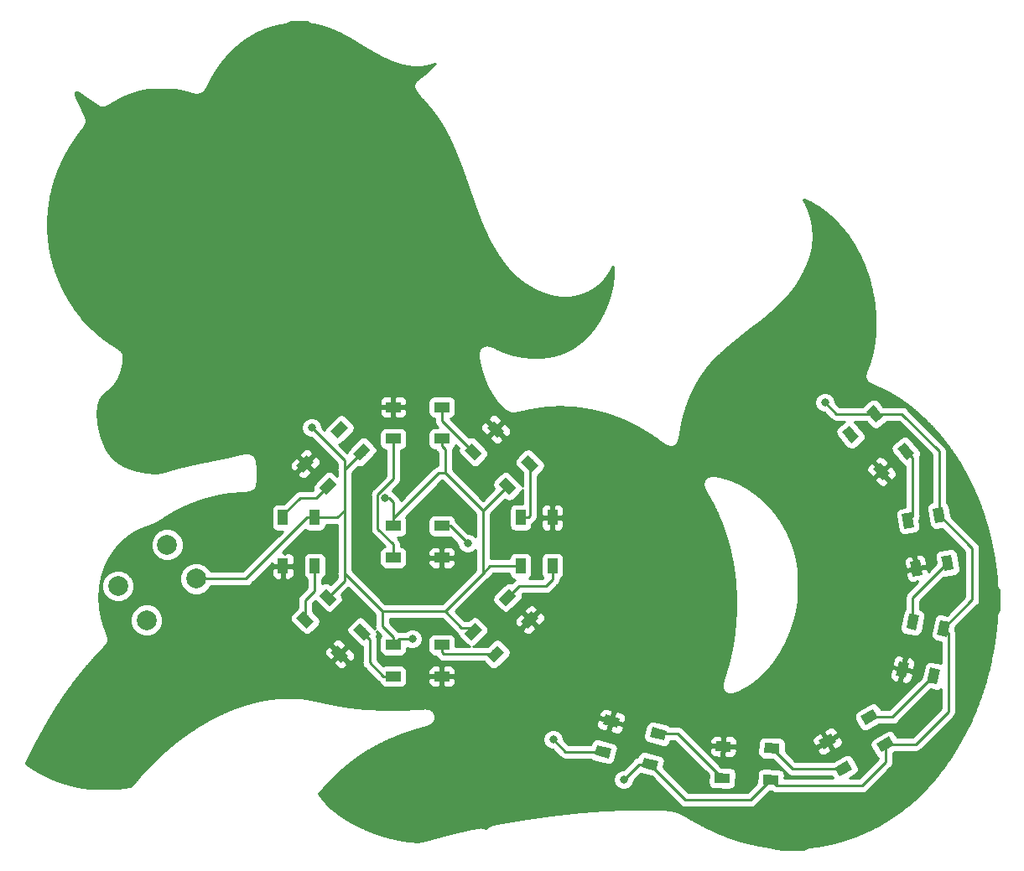
<source format=gtl>
G04 #@! TF.GenerationSoftware,KiCad,Pcbnew,(5.0.1-3-g963ef8bb5)*
G04 #@! TF.CreationDate,2019-04-21T20:34:48+02:00*
G04 #@! TF.ProjectId,unicorn_pcb,756E69636F726E5F7063622E6B696361,rev?*
G04 #@! TF.SameCoordinates,Original*
G04 #@! TF.FileFunction,Copper,L1,Top,Signal*
G04 #@! TF.FilePolarity,Positive*
%FSLAX46Y46*%
G04 Gerber Fmt 4.6, Leading zero omitted, Abs format (unit mm)*
G04 Created by KiCad (PCBNEW (5.0.1-3-g963ef8bb5)) date Sunday, 21 April 2019 at 20:34:48*
%MOMM*%
%LPD*%
G01*
G04 APERTURE LIST*
G04 #@! TA.AperFunction,ComponentPad*
%ADD10C,2.000000*%
G04 #@! TD*
G04 #@! TA.AperFunction,SMDPad,CuDef*
%ADD11R,1.500000X1.000000*%
G04 #@! TD*
G04 #@! TA.AperFunction,SMDPad,CuDef*
%ADD12C,1.000000*%
G04 #@! TD*
G04 #@! TA.AperFunction,Conductor*
%ADD13C,0.100000*%
G04 #@! TD*
G04 #@! TA.AperFunction,SMDPad,CuDef*
%ADD14R,1.000000X1.500000*%
G04 #@! TD*
G04 #@! TA.AperFunction,ViaPad*
%ADD15C,0.800000*%
G04 #@! TD*
G04 #@! TA.AperFunction,Conductor*
%ADD16C,0.250000*%
G04 #@! TD*
G04 #@! TA.AperFunction,Conductor*
%ADD17C,0.254000*%
G04 #@! TD*
G04 APERTURE END LIST*
D10*
G04 #@! TO.P,SW1,2*
G04 #@! TO.N,+5V*
X161642544Y-80917200D03*
G04 #@! TO.P,SW1,1*
G04 #@! TO.N,/GPIO26*
X158750000Y-77470000D03*
G04 #@! TO.P,SW1,2*
G04 #@! TO.N,+5V*
X166621833Y-76739081D03*
G04 #@! TO.P,SW1,1*
G04 #@! TO.N,/GPIO26*
X163729289Y-73291881D03*
G04 #@! TD*
D11*
G04 #@! TO.P,D9,3*
G04 #@! TO.N,GND*
X191450000Y-74600000D03*
G04 #@! TO.P,D9,4*
G04 #@! TO.N,Net-(D8-Pad2)*
X191450000Y-71400000D03*
G04 #@! TO.P,D9,2*
G04 #@! TO.N,Net-(D10-Pad4)*
X186550000Y-74600000D03*
G04 #@! TO.P,D9,1*
G04 #@! TO.N,+5V*
X186550000Y-71400000D03*
G04 #@! TD*
D12*
G04 #@! TO.P,D17,3*
G04 #@! TO.N,GND*
X177656218Y-65121041D03*
D13*
G04 #@! TD*
G04 #@! TO.N,GND*
G04 #@! TO.C,D17*
G36*
X177832995Y-64237158D02*
X178540101Y-64944264D01*
X177479441Y-66004924D01*
X176772335Y-65297818D01*
X177832995Y-64237158D01*
X177832995Y-64237158D01*
G37*
D12*
G04 #@! TO.P,D17,4*
G04 #@! TO.N,Net-(D16-Pad2)*
X179918959Y-67383782D03*
D13*
G04 #@! TD*
G04 #@! TO.N,Net-(D16-Pad2)*
G04 #@! TO.C,D17*
G36*
X180095736Y-66499899D02*
X180802842Y-67207005D01*
X179742182Y-68267665D01*
X179035076Y-67560559D01*
X180095736Y-66499899D01*
X180095736Y-66499899D01*
G37*
D12*
G04 #@! TO.P,D17,2*
G04 #@! TO.N,Net-(D17-Pad2)*
X181121041Y-61656218D03*
D13*
G04 #@! TD*
G04 #@! TO.N,Net-(D17-Pad2)*
G04 #@! TO.C,D17*
G36*
X181297818Y-60772335D02*
X182004924Y-61479441D01*
X180944264Y-62540101D01*
X180237158Y-61832995D01*
X181297818Y-60772335D01*
X181297818Y-60772335D01*
G37*
D12*
G04 #@! TO.P,D17,1*
G04 #@! TO.N,+5V*
X183383782Y-63918959D03*
D13*
G04 #@! TD*
G04 #@! TO.N,+5V*
G04 #@! TO.C,D17*
G36*
X183560559Y-63035076D02*
X184267665Y-63742182D01*
X183207005Y-64802842D01*
X182499899Y-64095736D01*
X183560559Y-63035076D01*
X183560559Y-63035076D01*
G37*
D14*
G04 #@! TO.P,D16,1*
G04 #@! TO.N,+5V*
X178600000Y-70550000D03*
G04 #@! TO.P,D16,2*
G04 #@! TO.N,Net-(D16-Pad2)*
X175400000Y-70550000D03*
G04 #@! TO.P,D16,4*
G04 #@! TO.N,Net-(D15-Pad2)*
X178600000Y-75450000D03*
G04 #@! TO.P,D16,3*
G04 #@! TO.N,GND*
X175400000Y-75450000D03*
G04 #@! TD*
D12*
G04 #@! TO.P,D15,3*
G04 #@! TO.N,GND*
X181121041Y-84343782D03*
D13*
G04 #@! TD*
G04 #@! TO.N,GND*
G04 #@! TO.C,D15*
G36*
X180237158Y-84167005D02*
X180944264Y-83459899D01*
X182004924Y-84520559D01*
X181297818Y-85227665D01*
X180237158Y-84167005D01*
X180237158Y-84167005D01*
G37*
D12*
G04 #@! TO.P,D15,4*
G04 #@! TO.N,Net-(D14-Pad2)*
X183383782Y-82081041D03*
D13*
G04 #@! TD*
G04 #@! TO.N,Net-(D14-Pad2)*
G04 #@! TO.C,D15*
G36*
X182499899Y-81904264D02*
X183207005Y-81197158D01*
X184267665Y-82257818D01*
X183560559Y-82964924D01*
X182499899Y-81904264D01*
X182499899Y-81904264D01*
G37*
D12*
G04 #@! TO.P,D15,2*
G04 #@! TO.N,Net-(D15-Pad2)*
X177656218Y-80878959D03*
D13*
G04 #@! TD*
G04 #@! TO.N,Net-(D15-Pad2)*
G04 #@! TO.C,D15*
G36*
X176772335Y-80702182D02*
X177479441Y-79995076D01*
X178540101Y-81055736D01*
X177832995Y-81762842D01*
X176772335Y-80702182D01*
X176772335Y-80702182D01*
G37*
D12*
G04 #@! TO.P,D15,1*
G04 #@! TO.N,+5V*
X179918959Y-78616218D03*
D13*
G04 #@! TD*
G04 #@! TO.N,+5V*
G04 #@! TO.C,D15*
G36*
X179035076Y-78439441D02*
X179742182Y-77732335D01*
X180802842Y-78792995D01*
X180095736Y-79500101D01*
X179035076Y-78439441D01*
X179035076Y-78439441D01*
G37*
D11*
G04 #@! TO.P,D14,1*
G04 #@! TO.N,+5V*
X186550000Y-83400000D03*
G04 #@! TO.P,D14,2*
G04 #@! TO.N,Net-(D14-Pad2)*
X186550000Y-86600000D03*
G04 #@! TO.P,D14,4*
G04 #@! TO.N,Net-(D13-Pad2)*
X191450000Y-83400000D03*
G04 #@! TO.P,D14,3*
G04 #@! TO.N,GND*
X191450000Y-86600000D03*
G04 #@! TD*
D12*
G04 #@! TO.P,D13,3*
G04 #@! TO.N,GND*
X200343782Y-80878959D03*
D13*
G04 #@! TD*
G04 #@! TO.N,GND*
G04 #@! TO.C,D13*
G36*
X200167005Y-81762842D02*
X199459899Y-81055736D01*
X200520559Y-79995076D01*
X201227665Y-80702182D01*
X200167005Y-81762842D01*
X200167005Y-81762842D01*
G37*
D12*
G04 #@! TO.P,D13,4*
G04 #@! TO.N,Net-(D12-Pad2)*
X198081041Y-78616218D03*
D13*
G04 #@! TD*
G04 #@! TO.N,Net-(D12-Pad2)*
G04 #@! TO.C,D13*
G36*
X197904264Y-79500101D02*
X197197158Y-78792995D01*
X198257818Y-77732335D01*
X198964924Y-78439441D01*
X197904264Y-79500101D01*
X197904264Y-79500101D01*
G37*
D12*
G04 #@! TO.P,D13,2*
G04 #@! TO.N,Net-(D13-Pad2)*
X196878959Y-84343782D03*
D13*
G04 #@! TD*
G04 #@! TO.N,Net-(D13-Pad2)*
G04 #@! TO.C,D13*
G36*
X196702182Y-85227665D02*
X195995076Y-84520559D01*
X197055736Y-83459899D01*
X197762842Y-84167005D01*
X196702182Y-85227665D01*
X196702182Y-85227665D01*
G37*
D12*
G04 #@! TO.P,D13,1*
G04 #@! TO.N,+5V*
X194616218Y-82081041D03*
D13*
G04 #@! TD*
G04 #@! TO.N,+5V*
G04 #@! TO.C,D13*
G36*
X194439441Y-82964924D02*
X193732335Y-82257818D01*
X194792995Y-81197158D01*
X195500101Y-81904264D01*
X194439441Y-82964924D01*
X194439441Y-82964924D01*
G37*
D14*
G04 #@! TO.P,D12,1*
G04 #@! TO.N,+5V*
X199400000Y-75450000D03*
G04 #@! TO.P,D12,2*
G04 #@! TO.N,Net-(D12-Pad2)*
X202600000Y-75450000D03*
G04 #@! TO.P,D12,4*
G04 #@! TO.N,Net-(D11-Pad2)*
X199400000Y-70550000D03*
G04 #@! TO.P,D12,3*
G04 #@! TO.N,GND*
X202600000Y-70550000D03*
G04 #@! TD*
D12*
G04 #@! TO.P,D11,3*
G04 #@! TO.N,GND*
X196878959Y-61656218D03*
D13*
G04 #@! TD*
G04 #@! TO.N,GND*
G04 #@! TO.C,D11*
G36*
X197762842Y-61832995D02*
X197055736Y-62540101D01*
X195995076Y-61479441D01*
X196702182Y-60772335D01*
X197762842Y-61832995D01*
X197762842Y-61832995D01*
G37*
D12*
G04 #@! TO.P,D11,4*
G04 #@! TO.N,Net-(D10-Pad2)*
X194616218Y-63918959D03*
D13*
G04 #@! TD*
G04 #@! TO.N,Net-(D10-Pad2)*
G04 #@! TO.C,D11*
G36*
X195500101Y-64095736D02*
X194792995Y-64802842D01*
X193732335Y-63742182D01*
X194439441Y-63035076D01*
X195500101Y-64095736D01*
X195500101Y-64095736D01*
G37*
D12*
G04 #@! TO.P,D11,2*
G04 #@! TO.N,Net-(D11-Pad2)*
X200343782Y-65121041D03*
D13*
G04 #@! TD*
G04 #@! TO.N,Net-(D11-Pad2)*
G04 #@! TO.C,D11*
G36*
X201227665Y-65297818D02*
X200520559Y-66004924D01*
X199459899Y-64944264D01*
X200167005Y-64237158D01*
X201227665Y-65297818D01*
X201227665Y-65297818D01*
G37*
D12*
G04 #@! TO.P,D11,1*
G04 #@! TO.N,+5V*
X198081041Y-67383782D03*
D13*
G04 #@! TD*
G04 #@! TO.N,+5V*
G04 #@! TO.C,D11*
G36*
X198964924Y-67560559D02*
X198257818Y-68267665D01*
X197197158Y-67207005D01*
X197904264Y-66499899D01*
X198964924Y-67560559D01*
X198964924Y-67560559D01*
G37*
D11*
G04 #@! TO.P,D10,1*
G04 #@! TO.N,+5V*
X191450000Y-62600000D03*
G04 #@! TO.P,D10,2*
G04 #@! TO.N,Net-(D10-Pad2)*
X191450000Y-59400000D03*
G04 #@! TO.P,D10,4*
G04 #@! TO.N,Net-(D10-Pad4)*
X186550000Y-62600000D03*
G04 #@! TO.P,D10,3*
G04 #@! TO.N,GND*
X186550000Y-59400000D03*
G04 #@! TD*
D12*
G04 #@! TO.P,D2,1*
G04 #@! TO.N,+5V*
X224642668Y-97034529D03*
D13*
G04 #@! TD*
G04 #@! TO.N,+5V*
G04 #@! TO.C,D2*
G36*
X225409661Y-96561008D02*
X225374761Y-97560399D01*
X223875675Y-97508050D01*
X223910575Y-96508659D01*
X225409661Y-96561008D01*
X225409661Y-96561008D01*
G37*
D12*
G04 #@! TO.P,D2,2*
G04 #@! TO.N,Net-(D2-Pad2)*
X224754347Y-93836478D03*
D13*
G04 #@! TD*
G04 #@! TO.N,Net-(D2-Pad2)*
G04 #@! TO.C,D2*
G36*
X225521340Y-93362957D02*
X225486440Y-94362348D01*
X223987354Y-94309999D01*
X224022254Y-93310608D01*
X225521340Y-93362957D01*
X225521340Y-93362957D01*
G37*
D12*
G04 #@! TO.P,D2,4*
G04 #@! TO.N,Net-(D1-Pad2)*
X219745653Y-96863522D03*
D13*
G04 #@! TD*
G04 #@! TO.N,Net-(D1-Pad2)*
G04 #@! TO.C,D2*
G36*
X220512646Y-96390001D02*
X220477746Y-97389392D01*
X218978660Y-97337043D01*
X219013560Y-96337652D01*
X220512646Y-96390001D01*
X220512646Y-96390001D01*
G37*
D12*
G04 #@! TO.P,D2,3*
G04 #@! TO.N,GND*
X219857332Y-93665471D03*
D13*
G04 #@! TD*
G04 #@! TO.N,GND*
G04 #@! TO.C,D2*
G36*
X220624325Y-93191950D02*
X220589425Y-94191341D01*
X219090339Y-94138992D01*
X219125239Y-93139601D01*
X220624325Y-93191950D01*
X220624325Y-93191950D01*
G37*
D12*
G04 #@! TO.P,D4,1*
G04 #@! TO.N,+5V*
X242104420Y-81756197D03*
D13*
G04 #@! TD*
G04 #@! TO.N,+5V*
G04 #@! TO.C,D4*
G36*
X241771280Y-80918630D02*
X242749428Y-81126542D01*
X242437560Y-82593764D01*
X241459412Y-82385852D01*
X241771280Y-80918630D01*
X241771280Y-80918630D01*
G37*
D12*
G04 #@! TO.P,D4,2*
G04 #@! TO.N,Net-(D4-Pad2)*
X238974347Y-81090880D03*
D13*
G04 #@! TD*
G04 #@! TO.N,Net-(D4-Pad2)*
G04 #@! TO.C,D4*
G36*
X238641207Y-80253313D02*
X239619355Y-80461225D01*
X239307487Y-81928447D01*
X238329339Y-81720535D01*
X238641207Y-80253313D01*
X238641207Y-80253313D01*
G37*
D12*
G04 #@! TO.P,D4,4*
G04 #@! TO.N,Net-(D3-Pad2)*
X241085653Y-86549120D03*
D13*
G04 #@! TD*
G04 #@! TO.N,Net-(D3-Pad2)*
G04 #@! TO.C,D4*
G36*
X240752513Y-85711553D02*
X241730661Y-85919465D01*
X241418793Y-87386687D01*
X240440645Y-87178775D01*
X240752513Y-85711553D01*
X240752513Y-85711553D01*
G37*
D12*
G04 #@! TO.P,D4,3*
G04 #@! TO.N,GND*
X237955580Y-85883803D03*
D13*
G04 #@! TD*
G04 #@! TO.N,GND*
G04 #@! TO.C,D4*
G36*
X237622440Y-85046236D02*
X238600588Y-85254148D01*
X238288720Y-86721370D01*
X237310572Y-86513458D01*
X237622440Y-85046236D01*
X237622440Y-85046236D01*
G37*
D12*
G04 #@! TO.P,D1,3*
G04 #@! TO.N,GND*
X208547592Y-91120412D03*
D13*
G04 #@! TD*
G04 #@! TO.N,GND*
G04 #@! TO.C,D1*
G36*
X209401446Y-90831563D02*
X209142627Y-91797489D01*
X207693738Y-91409261D01*
X207952557Y-90443335D01*
X209401446Y-90831563D01*
X209401446Y-90831563D01*
G37*
D12*
G04 #@! TO.P,D1,4*
G04 #@! TO.N,Net-(D1-Pad4)*
X207719371Y-94211375D03*
D13*
G04 #@! TD*
G04 #@! TO.N,Net-(D1-Pad4)*
G04 #@! TO.C,D1*
G36*
X208573225Y-93922526D02*
X208314406Y-94888452D01*
X206865517Y-94500224D01*
X207124336Y-93534298D01*
X208573225Y-93922526D01*
X208573225Y-93922526D01*
G37*
D12*
G04 #@! TO.P,D1,2*
G04 #@! TO.N,Net-(D1-Pad2)*
X213280629Y-92388625D03*
D13*
G04 #@! TD*
G04 #@! TO.N,Net-(D1-Pad2)*
G04 #@! TO.C,D1*
G36*
X214134483Y-92099776D02*
X213875664Y-93065702D01*
X212426775Y-92677474D01*
X212685594Y-91711548D01*
X214134483Y-92099776D01*
X214134483Y-92099776D01*
G37*
D12*
G04 #@! TO.P,D1,1*
G04 #@! TO.N,+5V*
X212452408Y-95479588D03*
D13*
G04 #@! TD*
G04 #@! TO.N,+5V*
G04 #@! TO.C,D1*
G36*
X213306262Y-95190739D02*
X213047443Y-96156665D01*
X211598554Y-95768437D01*
X211857373Y-94802511D01*
X213306262Y-95190739D01*
X213306262Y-95190739D01*
G37*
D12*
G04 #@! TO.P,D3,3*
G04 #@! TO.N,GND*
X230378238Y-93139359D03*
D13*
G04 #@! TD*
G04 #@! TO.N,GND*
G04 #@! TO.C,D3*
G36*
X230777757Y-92331346D02*
X231277757Y-93197372D01*
X229978719Y-93947372D01*
X229478719Y-93081346D01*
X230777757Y-92331346D01*
X230777757Y-92331346D01*
G37*
D12*
G04 #@! TO.P,D3,4*
G04 #@! TO.N,Net-(D2-Pad2)*
X231978238Y-95910641D03*
D13*
G04 #@! TD*
G04 #@! TO.N,Net-(D2-Pad2)*
G04 #@! TO.C,D3*
G36*
X232377757Y-95102628D02*
X232877757Y-95968654D01*
X231578719Y-96718654D01*
X231078719Y-95852628D01*
X232377757Y-95102628D01*
X232377757Y-95102628D01*
G37*
D12*
G04 #@! TO.P,D3,2*
G04 #@! TO.N,Net-(D3-Pad2)*
X234621762Y-90689359D03*
D13*
G04 #@! TD*
G04 #@! TO.N,Net-(D3-Pad2)*
G04 #@! TO.C,D3*
G36*
X235021281Y-89881346D02*
X235521281Y-90747372D01*
X234222243Y-91497372D01*
X233722243Y-90631346D01*
X235021281Y-89881346D01*
X235021281Y-89881346D01*
G37*
D12*
G04 #@! TO.P,D3,1*
G04 #@! TO.N,+5V*
X236221762Y-93460641D03*
D13*
G04 #@! TD*
G04 #@! TO.N,+5V*
G04 #@! TO.C,D3*
G36*
X236621281Y-92652628D02*
X237121281Y-93518654D01*
X235822243Y-94268654D01*
X235322243Y-93402628D01*
X236621281Y-92652628D01*
X236621281Y-92652628D01*
G37*
D12*
G04 #@! TO.P,D5,3*
G04 #@! TO.N,GND*
X239349746Y-75690616D03*
D13*
G04 #@! TD*
G04 #@! TO.N,GND*
G04 #@! TO.C,D5*
G36*
X238727106Y-75038834D02*
X239711914Y-74865186D01*
X239972386Y-76342398D01*
X238987578Y-76516046D01*
X238727106Y-75038834D01*
X238727106Y-75038834D01*
G37*
D12*
G04 #@! TO.P,D5,4*
G04 #@! TO.N,Net-(D4-Pad2)*
X242501130Y-75134942D03*
D13*
G04 #@! TD*
G04 #@! TO.N,Net-(D4-Pad2)*
G04 #@! TO.C,D5*
G36*
X241878490Y-74483160D02*
X242863298Y-74309512D01*
X243123770Y-75786724D01*
X242138962Y-75960372D01*
X241878490Y-74483160D01*
X241878490Y-74483160D01*
G37*
D12*
G04 #@! TO.P,D5,2*
G04 #@! TO.N,Net-(D5-Pad2)*
X238498870Y-70865058D03*
D13*
G04 #@! TD*
G04 #@! TO.N,Net-(D5-Pad2)*
G04 #@! TO.C,D5*
G36*
X237876230Y-70213276D02*
X238861038Y-70039628D01*
X239121510Y-71516840D01*
X238136702Y-71690488D01*
X237876230Y-70213276D01*
X237876230Y-70213276D01*
G37*
D12*
G04 #@! TO.P,D5,1*
G04 #@! TO.N,+5V*
X241650254Y-70309384D03*
D13*
G04 #@! TD*
G04 #@! TO.N,+5V*
G04 #@! TO.C,D5*
G36*
X241027614Y-69657602D02*
X242012422Y-69483954D01*
X242272894Y-70961166D01*
X241288086Y-71134814D01*
X241027614Y-69657602D01*
X241027614Y-69657602D01*
G37*
D12*
G04 #@! TO.P,D6,1*
G04 #@! TO.N,+5V*
X235150841Y-60094731D03*
D13*
G04 #@! TD*
G04 #@! TO.N,+5V*
G04 #@! TO.C,D6*
G36*
X234285728Y-59841591D02*
X235051773Y-59198804D01*
X236015954Y-60347871D01*
X235249909Y-60990658D01*
X234285728Y-59841591D01*
X234285728Y-59841591D01*
G37*
D12*
G04 #@! TO.P,D6,2*
G04 #@! TO.N,Net-(D6-Pad2)*
X232699499Y-62151651D03*
D13*
G04 #@! TD*
G04 #@! TO.N,Net-(D6-Pad2)*
G04 #@! TO.C,D6*
G36*
X231834386Y-61898511D02*
X232600431Y-61255724D01*
X233564612Y-62404791D01*
X232798567Y-63047578D01*
X231834386Y-61898511D01*
X231834386Y-61898511D01*
G37*
D12*
G04 #@! TO.P,D6,4*
G04 #@! TO.N,Net-(D5-Pad2)*
X238300501Y-63848349D03*
D13*
G04 #@! TD*
G04 #@! TO.N,Net-(D5-Pad2)*
G04 #@! TO.C,D6*
G36*
X237435388Y-63595209D02*
X238201433Y-62952422D01*
X239165614Y-64101489D01*
X238399569Y-64744276D01*
X237435388Y-63595209D01*
X237435388Y-63595209D01*
G37*
D12*
G04 #@! TO.P,D6,3*
G04 #@! TO.N,GND*
X235849159Y-65905269D03*
D13*
G04 #@! TD*
G04 #@! TO.N,GND*
G04 #@! TO.C,D6*
G36*
X234984046Y-65652129D02*
X235750091Y-65009342D01*
X236714272Y-66158409D01*
X235948227Y-66801196D01*
X234984046Y-65652129D01*
X234984046Y-65652129D01*
G37*
D15*
G04 #@! TO.N,Net-(D1-Pad4)*
X202692000Y-92964000D03*
G04 #@! TO.N,+5V*
X209804000Y-97028000D03*
X230124000Y-58928000D03*
X178308000Y-61468000D03*
X185710990Y-68580000D03*
X188468000Y-82804000D03*
G04 #@! TO.N,GND*
X181356000Y-87884000D03*
X223012000Y-59944000D03*
X204216000Y-87376000D03*
G04 #@! TO.N,Net-(D8-Pad2)*
X194056000Y-73152000D03*
G04 #@! TD*
D16*
G04 #@! TO.N,Net-(D1-Pad4)*
X203939375Y-94211375D02*
X207719371Y-94211375D01*
X202692000Y-92964000D02*
X203939375Y-94211375D01*
G04 #@! TO.N,+5V*
X235150841Y-60094731D02*
X231290731Y-60094731D01*
X231290731Y-60094731D02*
X230124000Y-58928000D01*
X209804000Y-97028000D02*
X211352412Y-95479588D01*
X211352412Y-95479588D02*
X212452408Y-95479588D01*
X222617197Y-99060000D02*
X216032820Y-99060000D01*
X216032820Y-99060000D02*
X212452408Y-95479588D01*
X224642668Y-97034529D02*
X222617197Y-99060000D01*
X236221762Y-95248238D02*
X233846354Y-97623646D01*
X233846354Y-97623646D02*
X225231785Y-97623646D01*
X225231785Y-97623646D02*
X224642668Y-97034529D01*
X236221762Y-93460641D02*
X236221762Y-95248238D01*
X242596694Y-90143306D02*
X239279359Y-93460641D01*
X239279359Y-93460641D02*
X236221762Y-93460641D01*
X242104420Y-81756197D02*
X242596694Y-82248471D01*
X242596694Y-82248471D02*
X242596694Y-90143306D01*
X245000870Y-73660000D02*
X245000870Y-78859747D01*
X245000870Y-78859747D02*
X242104420Y-81756197D01*
X241650254Y-70309384D02*
X245000870Y-73660000D01*
X237894731Y-60094731D02*
X241650254Y-63850254D01*
X241650254Y-63850254D02*
X241650254Y-70309384D01*
X235150841Y-60094731D02*
X237894731Y-60094731D01*
X186550000Y-71400000D02*
X186550000Y-68984990D01*
X186550000Y-68984990D02*
X186145010Y-68580000D01*
X186145010Y-68580000D02*
X185710990Y-68580000D01*
X181610000Y-64770000D02*
X178308000Y-61468000D01*
X181610000Y-65692741D02*
X181610000Y-64770000D01*
X186550000Y-70650000D02*
X191160000Y-66040000D01*
X186550000Y-71400000D02*
X186550000Y-70650000D01*
X191160000Y-66040000D02*
X191770000Y-66040000D01*
X181610000Y-76200000D02*
X181610000Y-69850000D01*
X178600000Y-70550000D02*
X180910000Y-70550000D01*
X180910000Y-70550000D02*
X181610000Y-69850000D01*
X181610000Y-69850000D02*
X181610000Y-65692741D01*
X179918959Y-78616218D02*
X181610000Y-76925177D01*
X181610000Y-76925177D02*
X181610000Y-76200000D01*
X186550000Y-83400000D02*
X186550000Y-82650000D01*
X185420000Y-81520000D02*
X185420000Y-80010000D01*
X186550000Y-82650000D02*
X185420000Y-81520000D01*
X194616218Y-82081041D02*
X194191955Y-81656778D01*
X194191955Y-81656778D02*
X193416778Y-81656778D01*
X193416778Y-81656778D02*
X191770000Y-80010000D01*
X199400000Y-75450000D02*
X196330000Y-75450000D01*
X196330000Y-75450000D02*
X195580000Y-76200000D01*
X198081041Y-67383782D02*
X195614823Y-69850000D01*
X195614823Y-69850000D02*
X195580000Y-69850000D01*
X191450000Y-62600000D02*
X191450000Y-63350000D01*
X191450000Y-63350000D02*
X191770000Y-63670000D01*
X191770000Y-63670000D02*
X191770000Y-66040000D01*
X191770000Y-66040000D02*
X195580000Y-69850000D01*
X191770000Y-80010000D02*
X185420000Y-80010000D01*
X195580000Y-69850000D02*
X195580000Y-76200000D01*
X181610000Y-65692741D02*
X183383782Y-63918959D01*
X195580000Y-76200000D02*
X191770000Y-80010000D01*
X185420000Y-80010000D02*
X181610000Y-76200000D01*
X168036046Y-76739081D02*
X166621833Y-76739081D01*
X171660919Y-76739081D02*
X168036046Y-76739081D01*
X177850000Y-70550000D02*
X171660919Y-76739081D01*
X178600000Y-70550000D02*
X177850000Y-70550000D01*
X187146000Y-82804000D02*
X186550000Y-83400000D01*
X188468000Y-82804000D02*
X187146000Y-82804000D01*
G04 #@! TO.N,Net-(D1-Pad2)*
X215270756Y-92388625D02*
X219745653Y-96863522D01*
X213280629Y-92388625D02*
X215270756Y-92388625D01*
G04 #@! TO.N,Net-(D2-Pad2)*
X226828510Y-95910641D02*
X231978238Y-95910641D01*
X224754347Y-93836478D02*
X226828510Y-95910641D01*
G04 #@! TO.N,Net-(D3-Pad2)*
X236945414Y-90689359D02*
X241085653Y-86549120D01*
X234621762Y-90689359D02*
X236945414Y-90689359D01*
G04 #@! TO.N,Net-(D4-Pad2)*
X238974347Y-78661725D02*
X242501130Y-75134942D01*
X238974347Y-81090880D02*
X238974347Y-78661725D01*
G04 #@! TO.N,Net-(D5-Pad2)*
X238903566Y-64451414D02*
X238300501Y-63848349D01*
X239001189Y-64549037D02*
X238903566Y-64451414D01*
X239001189Y-70362739D02*
X239001189Y-64549037D01*
X238498870Y-70865058D02*
X239001189Y-70362739D01*
G04 #@! TO.N,Net-(D8-Pad2)*
X192304000Y-71400000D02*
X191450000Y-71400000D01*
X194056000Y-73152000D02*
X192304000Y-71400000D01*
G04 #@! TO.N,Net-(D10-Pad4)*
X186550000Y-63350000D02*
X186550000Y-62600000D01*
X186550000Y-66667988D02*
X186550000Y-63350000D01*
X184985989Y-68231999D02*
X186550000Y-66667988D01*
X184985989Y-71670991D02*
X184985989Y-68231999D01*
X186550000Y-73235002D02*
X184985989Y-71670991D01*
X186550000Y-74600000D02*
X186550000Y-73235002D01*
G04 #@! TO.N,Net-(D10-Pad2)*
X191450000Y-60752741D02*
X194616218Y-63918959D01*
X191450000Y-59400000D02*
X191450000Y-60752741D01*
G04 #@! TO.N,Net-(D11-Pad2)*
X200150000Y-70550000D02*
X199400000Y-70550000D01*
X200343782Y-70356218D02*
X200150000Y-70550000D01*
X200343782Y-65121041D02*
X200343782Y-70356218D01*
G04 #@! TO.N,Net-(D12-Pad2)*
X202600000Y-75450000D02*
X202600000Y-76800000D01*
X202600000Y-76800000D02*
X201930000Y-77470000D01*
X199227259Y-77470000D02*
X198081041Y-78616218D01*
X201930000Y-77470000D02*
X199227259Y-77470000D01*
G04 #@! TO.N,Net-(D13-Pad2)*
X191450000Y-84150000D02*
X191450000Y-83400000D01*
X191643782Y-84343782D02*
X191450000Y-84150000D01*
X196878959Y-84343782D02*
X191643782Y-84343782D01*
G04 #@! TO.N,Net-(D14-Pad2)*
X185550000Y-86600000D02*
X184150000Y-85200000D01*
X186550000Y-86600000D02*
X185550000Y-86600000D01*
X184150000Y-82847259D02*
X183383782Y-82081041D01*
X184150000Y-85200000D02*
X184150000Y-82847259D01*
G04 #@! TO.N,Net-(D15-Pad2)*
X177656218Y-80878959D02*
X177656218Y-78883782D01*
X178600000Y-77940000D02*
X178600000Y-75450000D01*
X177656218Y-78883782D02*
X178600000Y-77940000D01*
G04 #@! TO.N,Net-(D16-Pad2)*
X175400000Y-70300000D02*
X177120000Y-68580000D01*
X175400000Y-70550000D02*
X175400000Y-70300000D01*
X178722741Y-68580000D02*
X179918959Y-67383782D01*
X177120000Y-68580000D02*
X178722741Y-68580000D01*
G04 #@! TD*
D17*
G04 #@! TO.N,GND*
G36*
X177106749Y-20510335D02*
X177131291Y-20510358D01*
X177158012Y-20510399D01*
X177183267Y-20510454D01*
X177206812Y-20510520D01*
X177232531Y-20510608D01*
X177255728Y-20510705D01*
X177279967Y-20510823D01*
X177303627Y-20510956D01*
X177326542Y-20511101D01*
X177349199Y-20511264D01*
X177372248Y-20511448D01*
X177393641Y-20511637D01*
X177416433Y-20511859D01*
X177437349Y-20512081D01*
X177459276Y-20512334D01*
X177479918Y-20512586D01*
X177500594Y-20512867D01*
X177518469Y-20513137D01*
X177540827Y-20513478D01*
X177560338Y-20513805D01*
X177578983Y-20514147D01*
X177599091Y-20514520D01*
X177617261Y-20514887D01*
X177635870Y-20515293D01*
X177654313Y-20515728D01*
X177671912Y-20516149D01*
X177689352Y-20516596D01*
X177706027Y-20517056D01*
X177723457Y-20517568D01*
X177740173Y-20518067D01*
X177755857Y-20518567D01*
X177771974Y-20519114D01*
X177787065Y-20519656D01*
X177803398Y-20520254D01*
X177817865Y-20520815D01*
X177832644Y-20521421D01*
X177846395Y-20522018D01*
X177860178Y-20522650D01*
X177875064Y-20523344D01*
X177886235Y-20523894D01*
X177895845Y-20538438D01*
X177908178Y-20546771D01*
X177910078Y-20549544D01*
X177921027Y-20556676D01*
X177923620Y-20560321D01*
X177934737Y-20567286D01*
X177937459Y-20570969D01*
X177946959Y-20576686D01*
X177950270Y-20581000D01*
X177954128Y-20583227D01*
X177974891Y-20604670D01*
X177978507Y-20606237D01*
X177986703Y-20614440D01*
X177990233Y-20615904D01*
X177998332Y-20623768D01*
X178003634Y-20625873D01*
X178009116Y-20631026D01*
X178048949Y-20646099D01*
X178058646Y-20653774D01*
X178072280Y-20657648D01*
X178076972Y-20660818D01*
X178077686Y-20661118D01*
X178080292Y-20663521D01*
X178090576Y-20667301D01*
X178093153Y-20669610D01*
X178100795Y-20672296D01*
X178101308Y-20672749D01*
X178102786Y-20673257D01*
X178103829Y-20673883D01*
X178103831Y-20673884D01*
X178105946Y-20675153D01*
X178107239Y-20675617D01*
X178145642Y-20699402D01*
X178150348Y-20700170D01*
X178161836Y-20706995D01*
X178166560Y-20707677D01*
X178178056Y-20714223D01*
X178215307Y-20718902D01*
X178216187Y-20719271D01*
X178219106Y-20719865D01*
X178220986Y-20720717D01*
X178222623Y-20721099D01*
X178222670Y-20721120D01*
X178225113Y-20721689D01*
X178228954Y-20723228D01*
X178229100Y-20723255D01*
X178230554Y-20723837D01*
X178230648Y-20723854D01*
X178232062Y-20724420D01*
X178234739Y-20724918D01*
X178235095Y-20725073D01*
X178236728Y-20725427D01*
X178236774Y-20725447D01*
X178239474Y-20726032D01*
X178245513Y-20728328D01*
X178245518Y-20728329D01*
X178248159Y-20729333D01*
X178254481Y-20730399D01*
X178263150Y-20733524D01*
X178267859Y-20734234D01*
X178294571Y-20744339D01*
X178298597Y-20744214D01*
X178311719Y-20748918D01*
X178316726Y-20748675D01*
X178328448Y-20752637D01*
X178333890Y-20752273D01*
X178346042Y-20756120D01*
X178366257Y-20754375D01*
X178368891Y-20754460D01*
X178369803Y-20754714D01*
X178372916Y-20754948D01*
X178378172Y-20756087D01*
X178378173Y-20756087D01*
X178381347Y-20756775D01*
X178386100Y-20756856D01*
X178388208Y-20757397D01*
X178390426Y-20757519D01*
X178394553Y-20758345D01*
X178394557Y-20758345D01*
X178397728Y-20758980D01*
X178404122Y-20758988D01*
X178405082Y-20759030D01*
X178407305Y-20759559D01*
X178411345Y-20759710D01*
X178413221Y-20760146D01*
X178417613Y-20760287D01*
X178419824Y-20760787D01*
X178420137Y-20760795D01*
X178430387Y-20762882D01*
X178434456Y-20762092D01*
X178446965Y-20764420D01*
X178451121Y-20763540D01*
X178463713Y-20765662D01*
X178468683Y-20764521D01*
X178479300Y-20766122D01*
X178483774Y-20765013D01*
X178484221Y-20765060D01*
X178486391Y-20764862D01*
X178490413Y-20765264D01*
X178490645Y-20765241D01*
X178494731Y-20765779D01*
X178496290Y-20765361D01*
X178497006Y-20765428D01*
X178499176Y-20765203D01*
X178503209Y-20765556D01*
X178505585Y-20765296D01*
X178509812Y-20765638D01*
X178511985Y-20765386D01*
X178516023Y-20765689D01*
X178518595Y-20765375D01*
X178523031Y-20765677D01*
X178527883Y-20765050D01*
X178534883Y-20765434D01*
X178537131Y-20765113D01*
X178541519Y-20765327D01*
X178543024Y-20765103D01*
X178545167Y-20765335D01*
X178552405Y-20766184D01*
X178560280Y-20767173D01*
X178568616Y-20768291D01*
X178577776Y-20769590D01*
X178588097Y-20771132D01*
X178598909Y-20772806D01*
X178609548Y-20774528D01*
X178621162Y-20776482D01*
X178633195Y-20778577D01*
X178645655Y-20780818D01*
X178658770Y-20783246D01*
X178672411Y-20785843D01*
X178686266Y-20788548D01*
X178700616Y-20791418D01*
X178715419Y-20794449D01*
X178730393Y-20797584D01*
X178746240Y-20800964D01*
X178762017Y-20804395D01*
X178778127Y-20807965D01*
X178794896Y-20811744D01*
X178811699Y-20815595D01*
X178828928Y-20819609D01*
X178846804Y-20823835D01*
X178864313Y-20828033D01*
X178882697Y-20832499D01*
X178901512Y-20837134D01*
X178919850Y-20841705D01*
X178939209Y-20846590D01*
X178958301Y-20851465D01*
X178977636Y-20856463D01*
X178997654Y-20861691D01*
X179017634Y-20866966D01*
X179038039Y-20872409D01*
X179058349Y-20877881D01*
X179079317Y-20883583D01*
X179100020Y-20889263D01*
X179121055Y-20895088D01*
X179142429Y-20901064D01*
X179163827Y-20907098D01*
X179185831Y-20913353D01*
X179207367Y-20919524D01*
X179229763Y-20925996D01*
X179251637Y-20932367D01*
X179274145Y-20938967D01*
X179296531Y-20945589D01*
X179319248Y-20952356D01*
X179342089Y-20959206D01*
X179364934Y-20966107D01*
X179388137Y-20973166D01*
X179411141Y-20980214D01*
X179434511Y-20987421D01*
X179457919Y-20994684D01*
X179481242Y-21001971D01*
X179504867Y-21009401D01*
X179528917Y-21017013D01*
X179552413Y-21024496D01*
X179576487Y-21032207D01*
X179599858Y-21039744D01*
X179624313Y-21047679D01*
X179647988Y-21055400D01*
X179672640Y-21063496D01*
X179696220Y-21071283D01*
X179720706Y-21079413D01*
X179744986Y-21087524D01*
X179768999Y-21095594D01*
X179793821Y-21103983D01*
X179817638Y-21112077D01*
X179842034Y-21120420D01*
X179866492Y-21128826D01*
X179890878Y-21137256D01*
X179915067Y-21145666D01*
X179939685Y-21154272D01*
X179963874Y-21162772D01*
X179988146Y-21171353D01*
X180012381Y-21179972D01*
X180036806Y-21188707D01*
X180060753Y-21197319D01*
X180085349Y-21206210D01*
X180109325Y-21214923D01*
X180133280Y-21223679D01*
X180157728Y-21232668D01*
X180181486Y-21241452D01*
X180205290Y-21250300D01*
X180228953Y-21259152D01*
X180252857Y-21268140D01*
X180276609Y-21277125D01*
X180300298Y-21286136D01*
X180323550Y-21295032D01*
X180347156Y-21304114D01*
X180370027Y-21312969D01*
X180393558Y-21322137D01*
X180416381Y-21331083D01*
X180439368Y-21340148D01*
X180462192Y-21349200D01*
X180484704Y-21358179D01*
X180507422Y-21367301D01*
X180529521Y-21376231D01*
X180552031Y-21385386D01*
X180573648Y-21394232D01*
X180595695Y-21403320D01*
X180617297Y-21412277D01*
X180638908Y-21421301D01*
X180660136Y-21430225D01*
X180681265Y-21439168D01*
X180702203Y-21448089D01*
X180722954Y-21456999D01*
X180743039Y-21465688D01*
X180763601Y-21474651D01*
X180783537Y-21483405D01*
X180803569Y-21492266D01*
X180823088Y-21500964D01*
X180842324Y-21509606D01*
X180861378Y-21518237D01*
X180880214Y-21526842D01*
X180898690Y-21535350D01*
X180916854Y-21543794D01*
X180934982Y-21552290D01*
X180952601Y-21560623D01*
X180970174Y-21569012D01*
X180980633Y-21574042D01*
X180991879Y-21579472D01*
X181002657Y-21584707D01*
X181014082Y-21590287D01*
X181026010Y-21596129D01*
X181037534Y-21601801D01*
X181049893Y-21607911D01*
X181061796Y-21613819D01*
X181074294Y-21620048D01*
X181087193Y-21626499D01*
X181099680Y-21632763D01*
X181112312Y-21639133D01*
X181126091Y-21646099D01*
X181139006Y-21652644D01*
X181152326Y-21659423D01*
X181165735Y-21666274D01*
X181179946Y-21673547D01*
X181193876Y-21680701D01*
X181207786Y-21687866D01*
X181222618Y-21695529D01*
X181236599Y-21702772D01*
X181251374Y-21710445D01*
X181265836Y-21717973D01*
X181280249Y-21725504D01*
X181295363Y-21733416D01*
X181310740Y-21741493D01*
X181325923Y-21749480D01*
X181341124Y-21757500D01*
X181356384Y-21765560D01*
X181372366Y-21774024D01*
X181388590Y-21782638D01*
X181404270Y-21790980D01*
X181419713Y-21799214D01*
X181436380Y-21808118D01*
X181452308Y-21816642D01*
X181468671Y-21825426D01*
X181484771Y-21834081D01*
X181501061Y-21842863D01*
X181518135Y-21852078D01*
X181533555Y-21860420D01*
X181551843Y-21870322D01*
X181568483Y-21879351D01*
X181585264Y-21888476D01*
X181602656Y-21897950D01*
X181619921Y-21907371D01*
X181636884Y-21916642D01*
X181654019Y-21926020D01*
X181670914Y-21935292D01*
X181689123Y-21945297D01*
X181706137Y-21954668D01*
X181723636Y-21964314D01*
X181742959Y-21974990D01*
X181759765Y-21984280D01*
X181776377Y-21993481D01*
X181795506Y-22004094D01*
X181813182Y-22013918D01*
X181830418Y-22023511D01*
X181849226Y-22033994D01*
X181866391Y-22043586D01*
X181884824Y-22053898D01*
X181902790Y-22063959D01*
X181922592Y-22075074D01*
X181939613Y-22084635D01*
X181958183Y-22095087D01*
X181972707Y-22103277D01*
X181994693Y-22115679D01*
X182013282Y-22126182D01*
X182031681Y-22136594D01*
X182048153Y-22145929D01*
X182068164Y-22157283D01*
X182087239Y-22168133D01*
X182103988Y-22177671D01*
X182123995Y-22189075D01*
X182141510Y-22199079D01*
X182160719Y-22210059D01*
X182179240Y-22220667D01*
X182198224Y-22231545D01*
X182216258Y-22241896D01*
X182235956Y-22253220D01*
X182253492Y-22263317D01*
X182271703Y-22273816D01*
X182291272Y-22285113D01*
X182309896Y-22295876D01*
X182327116Y-22305853D01*
X182346494Y-22317089D01*
X182363776Y-22327133D01*
X182383777Y-22338763D01*
X182401931Y-22349342D01*
X182420288Y-22360057D01*
X182439335Y-22371181D01*
X182457372Y-22381732D01*
X182475699Y-22392468D01*
X182494785Y-22403665D01*
X182512626Y-22414146D01*
X182530640Y-22424756D01*
X182548386Y-22435218D01*
X182567805Y-22446679D01*
X182583850Y-22456170D01*
X182603570Y-22467844D01*
X182622031Y-22478795D01*
X182637627Y-22488065D01*
X182657924Y-22500134D01*
X182675797Y-22510780D01*
X182693580Y-22521390D01*
X182711390Y-22532033D01*
X182729402Y-22542812D01*
X182746625Y-22553147D01*
X182764354Y-22563799D01*
X182782097Y-22574470D01*
X182800654Y-22585660D01*
X182817003Y-22595527D01*
X182834573Y-22606154D01*
X182851002Y-22616115D01*
X182868466Y-22626707D01*
X182886811Y-22637856D01*
X182903106Y-22647778D01*
X182920103Y-22658145D01*
X182937059Y-22668504D01*
X182953645Y-22678669D01*
X182969851Y-22688614D01*
X182986855Y-22699063D01*
X183004123Y-22709705D01*
X183019641Y-22719278D01*
X183036038Y-22729420D01*
X183052339Y-22739528D01*
X183068333Y-22749454D01*
X183084114Y-22759270D01*
X183094402Y-22765682D01*
X183094730Y-22765990D01*
X183149773Y-22800213D01*
X183150111Y-22800529D01*
X183183739Y-22821379D01*
X183205019Y-22834646D01*
X183205140Y-22834759D01*
X183212299Y-22839185D01*
X183216869Y-22842034D01*
X183216968Y-22842072D01*
X183239418Y-22855951D01*
X183259679Y-22868548D01*
X183259814Y-22868673D01*
X183267499Y-22873410D01*
X183272326Y-22876411D01*
X183272434Y-22876452D01*
X183294254Y-22889901D01*
X183313973Y-22902127D01*
X183314094Y-22902239D01*
X183320892Y-22906417D01*
X183327421Y-22910465D01*
X183327569Y-22910521D01*
X183347711Y-22922899D01*
X183367919Y-22935392D01*
X183368065Y-22935527D01*
X183376013Y-22940396D01*
X183382171Y-22944203D01*
X183382314Y-22944256D01*
X183403234Y-22957072D01*
X183421494Y-22968328D01*
X183421653Y-22968474D01*
X183430243Y-22973720D01*
X183436575Y-22977623D01*
X183436724Y-22977679D01*
X183455959Y-22989426D01*
X183474741Y-23000969D01*
X183474896Y-23001111D01*
X183483038Y-23006068D01*
X183490577Y-23010701D01*
X183490760Y-23010769D01*
X183510231Y-23022623D01*
X183527634Y-23033284D01*
X183527826Y-23033460D01*
X183537710Y-23039457D01*
X183544290Y-23043488D01*
X183544453Y-23043548D01*
X183563588Y-23055158D01*
X183580199Y-23065303D01*
X183580389Y-23065476D01*
X183589909Y-23071233D01*
X183597615Y-23075939D01*
X183597811Y-23076011D01*
X183615278Y-23086573D01*
X183632442Y-23097023D01*
X183632637Y-23097200D01*
X183642136Y-23102924D01*
X183650602Y-23108078D01*
X183650823Y-23108159D01*
X183668474Y-23118795D01*
X183684320Y-23128409D01*
X183684527Y-23128597D01*
X183694545Y-23134613D01*
X183703289Y-23139918D01*
X183703519Y-23140002D01*
X183719981Y-23149887D01*
X183735882Y-23159503D01*
X183736105Y-23159704D01*
X183746584Y-23165974D01*
X183755607Y-23171430D01*
X183755851Y-23171518D01*
X183772354Y-23181392D01*
X183787116Y-23190288D01*
X183787361Y-23190509D01*
X183798647Y-23197236D01*
X183807619Y-23202643D01*
X183807866Y-23202732D01*
X183823794Y-23212227D01*
X183838042Y-23220782D01*
X183838295Y-23221010D01*
X183849660Y-23227759D01*
X183859272Y-23233531D01*
X183859544Y-23233629D01*
X183874813Y-23242696D01*
X183888648Y-23250974D01*
X183888914Y-23251212D01*
X183900580Y-23258113D01*
X183910625Y-23264123D01*
X183910915Y-23264227D01*
X183925709Y-23272977D01*
X183938931Y-23280859D01*
X183939203Y-23281102D01*
X183950964Y-23288032D01*
X183961662Y-23294409D01*
X183961976Y-23294520D01*
X183975783Y-23302656D01*
X183988904Y-23310448D01*
X183989194Y-23310706D01*
X184001470Y-23317910D01*
X184012380Y-23324389D01*
X184012706Y-23324504D01*
X184026482Y-23332588D01*
X184038563Y-23339735D01*
X184038870Y-23340007D01*
X184051640Y-23347470D01*
X184062790Y-23354066D01*
X184063129Y-23354185D01*
X184076017Y-23361717D01*
X184087930Y-23368737D01*
X184088255Y-23369024D01*
X184101408Y-23376679D01*
X184112871Y-23383433D01*
X184113229Y-23383558D01*
X184125930Y-23390950D01*
X184137005Y-23397449D01*
X184137346Y-23397749D01*
X184150834Y-23405565D01*
X184162664Y-23412507D01*
X184163041Y-23412638D01*
X184174980Y-23419556D01*
X184185774Y-23425865D01*
X184186124Y-23426171D01*
X184199669Y-23433985D01*
X184212142Y-23441275D01*
X184212548Y-23441415D01*
X184223762Y-23447884D01*
X184234252Y-23453990D01*
X184234617Y-23454308D01*
X184248482Y-23462271D01*
X184261342Y-23469755D01*
X184261768Y-23469901D01*
X184272786Y-23476229D01*
X184282437Y-23481821D01*
X184282830Y-23482163D01*
X184297459Y-23490526D01*
X184310251Y-23497938D01*
X184310683Y-23498086D01*
X184321149Y-23504068D01*
X184330346Y-23509374D01*
X184330747Y-23509721D01*
X184345326Y-23518016D01*
X184358850Y-23525818D01*
X184359315Y-23525976D01*
X184368940Y-23531452D01*
X184377961Y-23536633D01*
X184378374Y-23536989D01*
X184393192Y-23545380D01*
X184407170Y-23553408D01*
X184407659Y-23553573D01*
X184417070Y-23558902D01*
X184425315Y-23563615D01*
X184425769Y-23564005D01*
X184441616Y-23572934D01*
X184455219Y-23580710D01*
X184455708Y-23580874D01*
X184465065Y-23586146D01*
X184472378Y-23590307D01*
X184472832Y-23590695D01*
X184488469Y-23599463D01*
X184502975Y-23607716D01*
X184503503Y-23607892D01*
X184511341Y-23612286D01*
X184519192Y-23616732D01*
X184519662Y-23617132D01*
X184535408Y-23625915D01*
X184550443Y-23634429D01*
X184551004Y-23634614D01*
X184559350Y-23639269D01*
X184565713Y-23642855D01*
X184566221Y-23643285D01*
X184583024Y-23652608D01*
X184597696Y-23660875D01*
X184598250Y-23661057D01*
X184605534Y-23665098D01*
X184612006Y-23668727D01*
X184612521Y-23669161D01*
X184629070Y-23678294D01*
X184644608Y-23687006D01*
X184645211Y-23687202D01*
X184652092Y-23691000D01*
X184657999Y-23694295D01*
X184658520Y-23694732D01*
X184675130Y-23703850D01*
X184691301Y-23712870D01*
X184691934Y-23713074D01*
X184698174Y-23716500D01*
X184703765Y-23719602D01*
X184704337Y-23720080D01*
X184722063Y-23729755D01*
X184737732Y-23738449D01*
X184738362Y-23738651D01*
X184744937Y-23742240D01*
X184749264Y-23744628D01*
X184749843Y-23745109D01*
X184767561Y-23754725D01*
X184783902Y-23763744D01*
X184784566Y-23763955D01*
X184789497Y-23766632D01*
X184794541Y-23769400D01*
X184795135Y-23769892D01*
X184812789Y-23779418D01*
X184829773Y-23788741D01*
X184830484Y-23788965D01*
X184835894Y-23791884D01*
X184839537Y-23793873D01*
X184840164Y-23794389D01*
X184858619Y-23804288D01*
X184875484Y-23813493D01*
X184876195Y-23813715D01*
X184880556Y-23816055D01*
X184884322Y-23818098D01*
X184884967Y-23818627D01*
X184903449Y-23828480D01*
X184920871Y-23837936D01*
X184921625Y-23838170D01*
X184925816Y-23840404D01*
X184928850Y-23842041D01*
X184929515Y-23842583D01*
X184948310Y-23852541D01*
X184966062Y-23862120D01*
X184966839Y-23862359D01*
X184970415Y-23864254D01*
X184973158Y-23865725D01*
X184973849Y-23866285D01*
X184992988Y-23876362D01*
X185010989Y-23886017D01*
X185011793Y-23886262D01*
X185015154Y-23888032D01*
X185017224Y-23889136D01*
X185017946Y-23889717D01*
X185037580Y-23899987D01*
X185055701Y-23909648D01*
X185056523Y-23909896D01*
X185059287Y-23911342D01*
X185061077Y-23912291D01*
X185061810Y-23912878D01*
X185081373Y-23923044D01*
X185100157Y-23932997D01*
X185101024Y-23933257D01*
X185103202Y-23934388D01*
X185104704Y-23935179D01*
X185105477Y-23935795D01*
X185125654Y-23946209D01*
X185144410Y-23956084D01*
X185145294Y-23956346D01*
X185147336Y-23957400D01*
X185148106Y-23957803D01*
X185148895Y-23958428D01*
X185169185Y-23968829D01*
X185188430Y-23978896D01*
X185189349Y-23979166D01*
X185190650Y-23979833D01*
X185191300Y-23980171D01*
X185192112Y-23980810D01*
X185212572Y-23991225D01*
X185232219Y-24001435D01*
X185233176Y-24001713D01*
X185234270Y-24002270D01*
X185235114Y-24002931D01*
X185256113Y-24013544D01*
X185275823Y-24023717D01*
X185276794Y-24023996D01*
X185277060Y-24024131D01*
X185277926Y-24024805D01*
X185299182Y-24035469D01*
X185319177Y-24045719D01*
X185319886Y-24045921D01*
X185320526Y-24046416D01*
X185341993Y-24057106D01*
X185362336Y-24067461D01*
X185362619Y-24067541D01*
X185362898Y-24067755D01*
X185384401Y-24078382D01*
X185405053Y-24088820D01*
X185405107Y-24088861D01*
X185427141Y-24099666D01*
X185447025Y-24109641D01*
X185447109Y-24109705D01*
X185469484Y-24120590D01*
X185488813Y-24130215D01*
X185488928Y-24130302D01*
X185511356Y-24141125D01*
X185530427Y-24150550D01*
X185530549Y-24150641D01*
X185532539Y-24151593D01*
X185532951Y-24151797D01*
X185532982Y-24151805D01*
X185553368Y-24161562D01*
X185571842Y-24170621D01*
X185572001Y-24170739D01*
X185574551Y-24171949D01*
X185575132Y-24172234D01*
X185575176Y-24172246D01*
X185595050Y-24181677D01*
X185613104Y-24190460D01*
X185613288Y-24190596D01*
X185616182Y-24191957D01*
X185617106Y-24192407D01*
X185617177Y-24192426D01*
X185636820Y-24201667D01*
X185654162Y-24210035D01*
X185654364Y-24210183D01*
X185657495Y-24211643D01*
X185658910Y-24212326D01*
X185659020Y-24212355D01*
X185677758Y-24221093D01*
X185695068Y-24229378D01*
X185695294Y-24229542D01*
X185698724Y-24231127D01*
X185700512Y-24231983D01*
X185700654Y-24232019D01*
X185719062Y-24240527D01*
X185735797Y-24248469D01*
X185736045Y-24248648D01*
X185739759Y-24250349D01*
X185741957Y-24251392D01*
X185742134Y-24251437D01*
X185760206Y-24259713D01*
X185776341Y-24267304D01*
X185776624Y-24267507D01*
X185780810Y-24269406D01*
X185783241Y-24270550D01*
X185783439Y-24270599D01*
X185800819Y-24278485D01*
X185816769Y-24285924D01*
X185817087Y-24286150D01*
X185821673Y-24288211D01*
X185824313Y-24289442D01*
X185824532Y-24289496D01*
X185841856Y-24297280D01*
X185856999Y-24304279D01*
X185857326Y-24304510D01*
X185861990Y-24306586D01*
X185865251Y-24308093D01*
X185865525Y-24308159D01*
X185881952Y-24315470D01*
X185897092Y-24322404D01*
X185897450Y-24322655D01*
X185902466Y-24324866D01*
X185906009Y-24326488D01*
X185906311Y-24326560D01*
X185922319Y-24333614D01*
X185937046Y-24340296D01*
X185937434Y-24340566D01*
X185942783Y-24342899D01*
X185946602Y-24344632D01*
X185946933Y-24344709D01*
X185962984Y-24351711D01*
X185976808Y-24357923D01*
X185977229Y-24358213D01*
X185982973Y-24360693D01*
X185987090Y-24362543D01*
X185987449Y-24362626D01*
X186002546Y-24369144D01*
X186016471Y-24375341D01*
X186016915Y-24375645D01*
X186022850Y-24378180D01*
X186027345Y-24380181D01*
X186027745Y-24380271D01*
X186042570Y-24386605D01*
X186055972Y-24392510D01*
X186056437Y-24392826D01*
X186062576Y-24395421D01*
X186067499Y-24397590D01*
X186067942Y-24397688D01*
X186082422Y-24403808D01*
X186095334Y-24409440D01*
X186095849Y-24409787D01*
X186102551Y-24412589D01*
X186107518Y-24414755D01*
X186107970Y-24414854D01*
X186122021Y-24420727D01*
X186134575Y-24426147D01*
X186135107Y-24426502D01*
X186141912Y-24429315D01*
X186147346Y-24431661D01*
X186147849Y-24431769D01*
X186161576Y-24437443D01*
X186173666Y-24442608D01*
X186174235Y-24442984D01*
X186181417Y-24445919D01*
X186187075Y-24448336D01*
X186187604Y-24448447D01*
X186200799Y-24453839D01*
X186212647Y-24458847D01*
X186213233Y-24459231D01*
X186220521Y-24462175D01*
X186226640Y-24464761D01*
X186227220Y-24464881D01*
X186240050Y-24470063D01*
X186251494Y-24474847D01*
X186252124Y-24475256D01*
X186259852Y-24478340D01*
X186266102Y-24480953D01*
X186266701Y-24481074D01*
X186279176Y-24486053D01*
X186290234Y-24490624D01*
X186290894Y-24491049D01*
X186298871Y-24494194D01*
X186305412Y-24496898D01*
X186306048Y-24497024D01*
X186318170Y-24501804D01*
X186328833Y-24506161D01*
X186329507Y-24506591D01*
X186337563Y-24509729D01*
X186344599Y-24512604D01*
X186345289Y-24512738D01*
X186356735Y-24517196D01*
X186367334Y-24521477D01*
X186368046Y-24521927D01*
X186376420Y-24525147D01*
X186383653Y-24528069D01*
X186384372Y-24528205D01*
X186395713Y-24532567D01*
X186405707Y-24536556D01*
X186406452Y-24537022D01*
X186415126Y-24540315D01*
X186422612Y-24543303D01*
X186423363Y-24543442D01*
X186434431Y-24547644D01*
X186443973Y-24551407D01*
X186444766Y-24551898D01*
X186453875Y-24555311D01*
X186461451Y-24558298D01*
X186462219Y-24558437D01*
X186472769Y-24562390D01*
X186482152Y-24566044D01*
X186482958Y-24566539D01*
X186492077Y-24569910D01*
X186500131Y-24573047D01*
X186500959Y-24573193D01*
X186511215Y-24576985D01*
X186520213Y-24580445D01*
X186521057Y-24580958D01*
X186530499Y-24584401D01*
X186538745Y-24587572D01*
X186539600Y-24587719D01*
X186549427Y-24591303D01*
X186558180Y-24594626D01*
X186559050Y-24595149D01*
X186568659Y-24598604D01*
X186577227Y-24601857D01*
X186578125Y-24602008D01*
X186587703Y-24605452D01*
X186596037Y-24608574D01*
X186596935Y-24609109D01*
X186606763Y-24612593D01*
X186615624Y-24615913D01*
X186616560Y-24616066D01*
X186625645Y-24619287D01*
X186633821Y-24622309D01*
X186634764Y-24622865D01*
X186644943Y-24626421D01*
X186653900Y-24629732D01*
X186654858Y-24629884D01*
X186663869Y-24633032D01*
X186671503Y-24635816D01*
X186672474Y-24636382D01*
X186682846Y-24639952D01*
X186692083Y-24643320D01*
X186693079Y-24643474D01*
X186701619Y-24646413D01*
X186709097Y-24649102D01*
X186710090Y-24649675D01*
X186720588Y-24653234D01*
X186730166Y-24656678D01*
X186731207Y-24656834D01*
X186739274Y-24659569D01*
X186746602Y-24662167D01*
X186747612Y-24662743D01*
X186758171Y-24666268D01*
X186768140Y-24669802D01*
X186769233Y-24669961D01*
X186777103Y-24672588D01*
X186784017Y-24675003D01*
X186785085Y-24675606D01*
X186796141Y-24679239D01*
X186806067Y-24682706D01*
X186807164Y-24682860D01*
X186814863Y-24685390D01*
X186821353Y-24687624D01*
X186822443Y-24688232D01*
X186833627Y-24691848D01*
X186843874Y-24695375D01*
X186845014Y-24695530D01*
X186852250Y-24697870D01*
X186858623Y-24700030D01*
X186859746Y-24700650D01*
X186871143Y-24704274D01*
X186881586Y-24707815D01*
X186882759Y-24707969D01*
X186889688Y-24710172D01*
X186895827Y-24712222D01*
X186896978Y-24712850D01*
X186908516Y-24716458D01*
X186919207Y-24720027D01*
X186920420Y-24720180D01*
X186927269Y-24722322D01*
X186932937Y-24724185D01*
X186934123Y-24724824D01*
X186945928Y-24728453D01*
X186956785Y-24732020D01*
X186958023Y-24732171D01*
X186964371Y-24734122D01*
X186969996Y-24735941D01*
X186971199Y-24736582D01*
X186983049Y-24740161D01*
X186994247Y-24743782D01*
X186995534Y-24743932D01*
X187001612Y-24745768D01*
X187006970Y-24747472D01*
X187008196Y-24748118D01*
X187020190Y-24751677D01*
X187031655Y-24755323D01*
X187032979Y-24755471D01*
X187038795Y-24757197D01*
X187043872Y-24758785D01*
X187045141Y-24759445D01*
X187057467Y-24763036D01*
X187068999Y-24766642D01*
X187070337Y-24766785D01*
X187075928Y-24768414D01*
X187080741Y-24769894D01*
X187082047Y-24770565D01*
X187094600Y-24774154D01*
X187106250Y-24777735D01*
X187107614Y-24777874D01*
X187113070Y-24779434D01*
X187117526Y-24780780D01*
X187118845Y-24781450D01*
X187131451Y-24784986D01*
X187143438Y-24788607D01*
X187144846Y-24788744D01*
X187149822Y-24790140D01*
X187154261Y-24791457D01*
X187155599Y-24792128D01*
X187168292Y-24795620D01*
X187180546Y-24799256D01*
X187181994Y-24799390D01*
X187186650Y-24800671D01*
X187190942Y-24801921D01*
X187192309Y-24802598D01*
X187205181Y-24806070D01*
X187217602Y-24809688D01*
X187219076Y-24809817D01*
X187223754Y-24811078D01*
X187227556Y-24812165D01*
X187228975Y-24812859D01*
X187242268Y-24816371D01*
X187254628Y-24819905D01*
X187256100Y-24820026D01*
X187260542Y-24821200D01*
X187264139Y-24822209D01*
X187265563Y-24822896D01*
X187278808Y-24826324D01*
X187291538Y-24829895D01*
X187293061Y-24830013D01*
X187297111Y-24831061D01*
X187300650Y-24832035D01*
X187302083Y-24832717D01*
X187315358Y-24836081D01*
X187328407Y-24839671D01*
X187329971Y-24839784D01*
X187333679Y-24840724D01*
X187337141Y-24841657D01*
X187338628Y-24842356D01*
X187352278Y-24845740D01*
X187365232Y-24849233D01*
X187366796Y-24849338D01*
X187370674Y-24850299D01*
X187373557Y-24851061D01*
X187375051Y-24851754D01*
X187388760Y-24855078D01*
X187402017Y-24858581D01*
X187403615Y-24858680D01*
X187407011Y-24859504D01*
X187409962Y-24860267D01*
X187411491Y-24860967D01*
X187425410Y-24864265D01*
X187438723Y-24867711D01*
X187440337Y-24867803D01*
X187443479Y-24868547D01*
X187446316Y-24869266D01*
X187447831Y-24869950D01*
X187461561Y-24873129D01*
X187475355Y-24876625D01*
X187477031Y-24876712D01*
X187480060Y-24877413D01*
X187482613Y-24878046D01*
X187484183Y-24878745D01*
X187498396Y-24881959D01*
X187512026Y-24885337D01*
X187513681Y-24885414D01*
X187516431Y-24886036D01*
X187518905Y-24886636D01*
X187520482Y-24887328D01*
X187534655Y-24890455D01*
X187548561Y-24893827D01*
X187550258Y-24893898D01*
X187553063Y-24894516D01*
X187555124Y-24895005D01*
X187556719Y-24895695D01*
X187571073Y-24898784D01*
X187585123Y-24902114D01*
X187586831Y-24902176D01*
X187589105Y-24902665D01*
X187591334Y-24903182D01*
X187592936Y-24903865D01*
X187607284Y-24906875D01*
X187621576Y-24910185D01*
X187623318Y-24910239D01*
X187625581Y-24910714D01*
X187627511Y-24911151D01*
X187629149Y-24911839D01*
X187643779Y-24914829D01*
X187658049Y-24918055D01*
X187659789Y-24918100D01*
X187662027Y-24918558D01*
X187663643Y-24918914D01*
X187665289Y-24919596D01*
X187680001Y-24922523D01*
X187694467Y-24925715D01*
X187696226Y-24925752D01*
X187698083Y-24926121D01*
X187699776Y-24926485D01*
X187701443Y-24927166D01*
X187716270Y-24930036D01*
X187730819Y-24933167D01*
X187732593Y-24933195D01*
X187734342Y-24933533D01*
X187735873Y-24933854D01*
X187737528Y-24934520D01*
X187752257Y-24937292D01*
X187767152Y-24940417D01*
X187768964Y-24940436D01*
X187770561Y-24940737D01*
X187771925Y-24941015D01*
X187773613Y-24941684D01*
X187788647Y-24944432D01*
X187803482Y-24947464D01*
X187805281Y-24947473D01*
X187806684Y-24947730D01*
X187807982Y-24947988D01*
X187809673Y-24948648D01*
X187824704Y-24951315D01*
X187839739Y-24954307D01*
X187841562Y-24954307D01*
X187842984Y-24954559D01*
X187843985Y-24954753D01*
X187845684Y-24955406D01*
X187860850Y-24958017D01*
X187876009Y-24960951D01*
X187877835Y-24960942D01*
X187878879Y-24961121D01*
X187880009Y-24961334D01*
X187881725Y-24961983D01*
X187896987Y-24964529D01*
X187912205Y-24967393D01*
X187914041Y-24967374D01*
X187915141Y-24967558D01*
X187915999Y-24967715D01*
X187917711Y-24968352D01*
X187932981Y-24970819D01*
X187948406Y-24973639D01*
X187950257Y-24973610D01*
X187951130Y-24973751D01*
X187951985Y-24973903D01*
X187953720Y-24974539D01*
X187969199Y-24976958D01*
X187984578Y-24979687D01*
X187986420Y-24979649D01*
X187987169Y-24979766D01*
X187987955Y-24979901D01*
X187989670Y-24980520D01*
X188004991Y-24982834D01*
X188020700Y-24985539D01*
X188022575Y-24985491D01*
X188023225Y-24985589D01*
X188023891Y-24985700D01*
X188025618Y-24986313D01*
X188041121Y-24988574D01*
X188056855Y-24991199D01*
X188058720Y-24991141D01*
X188059189Y-24991209D01*
X188059844Y-24991315D01*
X188061575Y-24991920D01*
X188077127Y-24994108D01*
X188092950Y-24996664D01*
X188094820Y-24996596D01*
X188095369Y-24996674D01*
X188095769Y-24996736D01*
X188097503Y-24997332D01*
X188113178Y-24999456D01*
X188129071Y-25001940D01*
X188130933Y-25001863D01*
X188131207Y-25001900D01*
X188131711Y-25001976D01*
X188133447Y-25002563D01*
X188149161Y-25004612D01*
X188165128Y-25007024D01*
X188166993Y-25006937D01*
X188167260Y-25006972D01*
X188167620Y-25007025D01*
X188169335Y-25007595D01*
X188184963Y-25009554D01*
X188201183Y-25011920D01*
X188203061Y-25011823D01*
X188203136Y-25011833D01*
X188203546Y-25011890D01*
X188205279Y-25012457D01*
X188221132Y-25014364D01*
X188237249Y-25016631D01*
X188239105Y-25016526D01*
X188239236Y-25016542D01*
X188239472Y-25016574D01*
X188241199Y-25017129D01*
X188257065Y-25018958D01*
X188273282Y-25021156D01*
X188275138Y-25021041D01*
X188275285Y-25021058D01*
X188275385Y-25021071D01*
X188277107Y-25021616D01*
X188293046Y-25023374D01*
X188309331Y-25025498D01*
X188311163Y-25025376D01*
X188311325Y-25025396D01*
X188313034Y-25025927D01*
X188328885Y-25027597D01*
X188345322Y-25029658D01*
X188347173Y-25029525D01*
X188347258Y-25029535D01*
X188348962Y-25030056D01*
X188364908Y-25031658D01*
X188381373Y-25033639D01*
X188383199Y-25033499D01*
X188384477Y-25033646D01*
X188387219Y-25034460D01*
X188408975Y-25036470D01*
X188417395Y-25037441D01*
X188418501Y-25037351D01*
X188426058Y-25038049D01*
X188438328Y-25039403D01*
X188441208Y-25040222D01*
X188473594Y-25042847D01*
X188489437Y-25044516D01*
X188491224Y-25044352D01*
X188491557Y-25044386D01*
X188495152Y-25045365D01*
X188515222Y-25046764D01*
X188525462Y-25047793D01*
X188527359Y-25047610D01*
X188536192Y-25048226D01*
X188546185Y-25049149D01*
X188549039Y-25049892D01*
X188563129Y-25050715D01*
X188577179Y-25052013D01*
X188580111Y-25051706D01*
X188590173Y-25052294D01*
X188599997Y-25053090D01*
X188602872Y-25053804D01*
X188617053Y-25054472D01*
X188631254Y-25055623D01*
X188634207Y-25055280D01*
X188644068Y-25055745D01*
X188653744Y-25056420D01*
X188656652Y-25057107D01*
X188670970Y-25057620D01*
X188685256Y-25058616D01*
X188688219Y-25058238D01*
X188697958Y-25058588D01*
X188707432Y-25059141D01*
X188710372Y-25059801D01*
X188724822Y-25060156D01*
X188739188Y-25060995D01*
X188742160Y-25060582D01*
X188751716Y-25060817D01*
X188761051Y-25061257D01*
X188763997Y-25061884D01*
X188778463Y-25062077D01*
X188793036Y-25062764D01*
X188796039Y-25062312D01*
X188805348Y-25062437D01*
X188814591Y-25062768D01*
X188817569Y-25063367D01*
X188832174Y-25063398D01*
X188846813Y-25063923D01*
X188849820Y-25063436D01*
X188859085Y-25063456D01*
X188868055Y-25063676D01*
X188871066Y-25064247D01*
X188885823Y-25064113D01*
X188900509Y-25064474D01*
X188903515Y-25063952D01*
X188912581Y-25063870D01*
X188921433Y-25063988D01*
X188924454Y-25064526D01*
X188939239Y-25064227D01*
X188954088Y-25064425D01*
X188957118Y-25063864D01*
X188965979Y-25063685D01*
X188974729Y-25063704D01*
X188977772Y-25064210D01*
X188992650Y-25063742D01*
X189007590Y-25063774D01*
X189010628Y-25063176D01*
X189019397Y-25062901D01*
X189027939Y-25062823D01*
X189031024Y-25063301D01*
X189046078Y-25062658D01*
X189060999Y-25062523D01*
X189064025Y-25061892D01*
X189072655Y-25061524D01*
X189081067Y-25061354D01*
X189084150Y-25061796D01*
X189099170Y-25060987D01*
X189114274Y-25060681D01*
X189117329Y-25060009D01*
X189125753Y-25059555D01*
X189134077Y-25059293D01*
X189137178Y-25059703D01*
X189152272Y-25058721D01*
X189167462Y-25058243D01*
X189170524Y-25057533D01*
X189178854Y-25056991D01*
X189186977Y-25056644D01*
X189190103Y-25057022D01*
X189205318Y-25055862D01*
X189220559Y-25055211D01*
X189223617Y-25054466D01*
X189231758Y-25053845D01*
X189239775Y-25053413D01*
X189242905Y-25053756D01*
X189258127Y-25052425D01*
X189273509Y-25051596D01*
X189276585Y-25050810D01*
X189284552Y-25050113D01*
X189292464Y-25049598D01*
X189295636Y-25049910D01*
X189311025Y-25048391D01*
X189326341Y-25047394D01*
X189329397Y-25046577D01*
X189337354Y-25045791D01*
X189345033Y-25045205D01*
X189348199Y-25045481D01*
X189363557Y-25043793D01*
X189379049Y-25042611D01*
X189382126Y-25041751D01*
X189389800Y-25040907D01*
X189397481Y-25040236D01*
X189400661Y-25040477D01*
X189416064Y-25038610D01*
X189431615Y-25037250D01*
X189434696Y-25036352D01*
X189442341Y-25035425D01*
X189449794Y-25034690D01*
X189452997Y-25034897D01*
X189468515Y-25032841D01*
X189484085Y-25031304D01*
X189487155Y-25030372D01*
X189494590Y-25029387D01*
X189501986Y-25028574D01*
X189505196Y-25028746D01*
X189520716Y-25026515D01*
X189536368Y-25024794D01*
X189539446Y-25023822D01*
X189546776Y-25022768D01*
X189554038Y-25021888D01*
X189557256Y-25022025D01*
X189572810Y-25019613D01*
X189588528Y-25017708D01*
X189591607Y-25016698D01*
X189598831Y-25015578D01*
X189605946Y-25014635D01*
X189609182Y-25014737D01*
X189624811Y-25012136D01*
X189640543Y-25010052D01*
X189643613Y-25009007D01*
X189650706Y-25007827D01*
X189657703Y-25006821D01*
X189660947Y-25006887D01*
X189676608Y-25004103D01*
X189692397Y-25001833D01*
X189695466Y-25000751D01*
X189702441Y-24999510D01*
X189709328Y-24998442D01*
X189712592Y-24998473D01*
X189728319Y-24995497D01*
X189744095Y-24993051D01*
X189747153Y-24991934D01*
X189754077Y-24990624D01*
X189760799Y-24989505D01*
X189764067Y-24989500D01*
X189779803Y-24986343D01*
X189795636Y-24983708D01*
X189798693Y-24982553D01*
X189805407Y-24981206D01*
X189812110Y-24980014D01*
X189815371Y-24979973D01*
X189831058Y-24976646D01*
X189846999Y-24973812D01*
X189850066Y-24972615D01*
X189856676Y-24971213D01*
X189863260Y-24969967D01*
X189866549Y-24969889D01*
X189882356Y-24966354D01*
X189898217Y-24963353D01*
X189901258Y-24962127D01*
X189907833Y-24960656D01*
X189914231Y-24959372D01*
X189917508Y-24959259D01*
X189933264Y-24955554D01*
X189949248Y-24952347D01*
X189952297Y-24951078D01*
X189958637Y-24949587D01*
X189965054Y-24948226D01*
X189968346Y-24948076D01*
X189984138Y-24944179D01*
X190000087Y-24940796D01*
X190003123Y-24939493D01*
X190009523Y-24937914D01*
X190015668Y-24936539D01*
X190018964Y-24936353D01*
X190034800Y-24932261D01*
X190050780Y-24928687D01*
X190053802Y-24927350D01*
X190059905Y-24925773D01*
X190066154Y-24924304D01*
X190069452Y-24924081D01*
X190085244Y-24919815D01*
X190101237Y-24916054D01*
X190104258Y-24914678D01*
X190110434Y-24913010D01*
X190116435Y-24911529D01*
X190119753Y-24911268D01*
X190135627Y-24906792D01*
X190151545Y-24902864D01*
X190154541Y-24901460D01*
X190160537Y-24899769D01*
X190166530Y-24898221D01*
X190169819Y-24897926D01*
X190185542Y-24893308D01*
X190201624Y-24889152D01*
X190204639Y-24887698D01*
X190210480Y-24885983D01*
X190216422Y-24884378D01*
X190219719Y-24884046D01*
X190235486Y-24879227D01*
X190251542Y-24874890D01*
X190254537Y-24873405D01*
X190260397Y-24871614D01*
X190266112Y-24870003D01*
X190269437Y-24869632D01*
X190285329Y-24864585D01*
X190301258Y-24860094D01*
X190304217Y-24858587D01*
X190309960Y-24856763D01*
X190315640Y-24855095D01*
X190318954Y-24854688D01*
X190334753Y-24849480D01*
X190350725Y-24844789D01*
X190353686Y-24843240D01*
X190359322Y-24841382D01*
X190364964Y-24839658D01*
X190368276Y-24839215D01*
X190384034Y-24833830D01*
X190400002Y-24828950D01*
X190402954Y-24827364D01*
X190408521Y-24825462D01*
X190414052Y-24823705D01*
X190417350Y-24823228D01*
X190433050Y-24817672D01*
X190449078Y-24812582D01*
X190452025Y-24810957D01*
X190457439Y-24809041D01*
X190462954Y-24807223D01*
X190466267Y-24806707D01*
X190482005Y-24800944D01*
X190497933Y-24795694D01*
X190500853Y-24794042D01*
X190506320Y-24792041D01*
X190511627Y-24790227D01*
X190514949Y-24789672D01*
X190530717Y-24783703D01*
X190546572Y-24778285D01*
X190549467Y-24776606D01*
X190554774Y-24774597D01*
X190560096Y-24772713D01*
X190563387Y-24772127D01*
X190578985Y-24766029D01*
X190594951Y-24760379D01*
X190597857Y-24758651D01*
X190603074Y-24756611D01*
X190608330Y-24754687D01*
X190611634Y-24754061D01*
X190627280Y-24747748D01*
X190643146Y-24741938D01*
X190646022Y-24740185D01*
X190651200Y-24738096D01*
X190656330Y-24736154D01*
X190659620Y-24735494D01*
X190675205Y-24729009D01*
X190691090Y-24722996D01*
X190693954Y-24721208D01*
X190698943Y-24719132D01*
X190704119Y-24717108D01*
X190707409Y-24716411D01*
X190722950Y-24709746D01*
X190738776Y-24703559D01*
X190741623Y-24701738D01*
X190746689Y-24699565D01*
X190751677Y-24697553D01*
X190754991Y-24696813D01*
X190761422Y-24693972D01*
X190755161Y-24700936D01*
X190739985Y-24717735D01*
X190725307Y-24733905D01*
X190709850Y-24750877D01*
X190694587Y-24767548D01*
X190679362Y-24784119D01*
X190664007Y-24800741D01*
X190648468Y-24817497D01*
X190632976Y-24834135D01*
X190617265Y-24850938D01*
X190601514Y-24867711D01*
X190585565Y-24884618D01*
X190569664Y-24901424D01*
X190553991Y-24917912D01*
X190537588Y-24935082D01*
X190521657Y-24951699D01*
X190505224Y-24968779D01*
X190489127Y-24985445D01*
X190472779Y-25002305D01*
X190456492Y-25019034D01*
X190440232Y-25035662D01*
X190423751Y-25052442D01*
X190407123Y-25069321D01*
X190391061Y-25085549D01*
X190374164Y-25102560D01*
X190357777Y-25118977D01*
X190341121Y-25135599D01*
X190324556Y-25152068D01*
X190307927Y-25168534D01*
X190291246Y-25184981D01*
X190274316Y-25201626D01*
X190257455Y-25218125D01*
X190240936Y-25234237D01*
X190224159Y-25250520D01*
X190207561Y-25266573D01*
X190190721Y-25282796D01*
X190174160Y-25298686D01*
X190157394Y-25314706D01*
X190140739Y-25330551D01*
X190123990Y-25346412D01*
X190107447Y-25362030D01*
X190090819Y-25377646D01*
X190074349Y-25393058D01*
X190057737Y-25408521D01*
X190041082Y-25423961D01*
X190024952Y-25438849D01*
X190008330Y-25454124D01*
X189991892Y-25469156D01*
X189975296Y-25484283D01*
X189959270Y-25498816D01*
X189943202Y-25513308D01*
X189926817Y-25528024D01*
X189910505Y-25542615D01*
X189894518Y-25556847D01*
X189878565Y-25570981D01*
X189862601Y-25585056D01*
X189846930Y-25598798D01*
X189831440Y-25612306D01*
X189815784Y-25625881D01*
X189800120Y-25639401D01*
X189784751Y-25652583D01*
X189769374Y-25665704D01*
X189754176Y-25678605D01*
X189738842Y-25691547D01*
X189723965Y-25704029D01*
X189709248Y-25716302D01*
X189694549Y-25728479D01*
X189679940Y-25740498D01*
X189665418Y-25752379D01*
X189651287Y-25763855D01*
X189636657Y-25775660D01*
X189622750Y-25786808D01*
X189608784Y-25797928D01*
X189595074Y-25808763D01*
X189581783Y-25819185D01*
X189568313Y-25829664D01*
X189555232Y-25839753D01*
X189542142Y-25849776D01*
X189529374Y-25859461D01*
X189516768Y-25868945D01*
X189504250Y-25878280D01*
X189492049Y-25887298D01*
X189480103Y-25896040D01*
X189468495Y-25904450D01*
X189457216Y-25912533D01*
X189446538Y-25920099D01*
X189441193Y-25923784D01*
X189440207Y-25924213D01*
X189434518Y-25928160D01*
X189434309Y-25928251D01*
X189427938Y-25932677D01*
X189426979Y-25933098D01*
X189421395Y-25937001D01*
X189421265Y-25937058D01*
X189414880Y-25941524D01*
X189413876Y-25941969D01*
X189408328Y-25945874D01*
X189408211Y-25945926D01*
X189401964Y-25950326D01*
X189401078Y-25950722D01*
X189395578Y-25954618D01*
X189395497Y-25954654D01*
X189389250Y-25959081D01*
X189388326Y-25959497D01*
X189382842Y-25963406D01*
X189382749Y-25963448D01*
X189376560Y-25967862D01*
X189375676Y-25968263D01*
X189370270Y-25972140D01*
X189370226Y-25972160D01*
X189364197Y-25976485D01*
X189363463Y-25976820D01*
X189357395Y-25981193D01*
X189356585Y-25981565D01*
X189351578Y-25985191D01*
X189348148Y-25987529D01*
X189347989Y-25987691D01*
X189342244Y-25991611D01*
X189341772Y-25992093D01*
X189338651Y-25994364D01*
X189338403Y-25994535D01*
X189337680Y-25994871D01*
X189332287Y-25998816D01*
X189331619Y-25999276D01*
X189330956Y-25999586D01*
X189326368Y-26002958D01*
X189322892Y-26005355D01*
X189322355Y-26005908D01*
X189320624Y-26007180D01*
X189319745Y-26007790D01*
X189319207Y-26008043D01*
X189316491Y-26010047D01*
X189315754Y-26010559D01*
X189315644Y-26010673D01*
X189315255Y-26010960D01*
X189313028Y-26012507D01*
X189312715Y-26012655D01*
X189311220Y-26013763D01*
X189309906Y-26014676D01*
X189309699Y-26014890D01*
X189306885Y-26016976D01*
X189306164Y-26017319D01*
X189300641Y-26021431D01*
X189297153Y-26023871D01*
X189296627Y-26024420D01*
X189295405Y-26025330D01*
X189294887Y-26025577D01*
X189291446Y-26028148D01*
X189290037Y-26029139D01*
X189289951Y-26029229D01*
X189288799Y-26030041D01*
X189288392Y-26030236D01*
X189286400Y-26031731D01*
X189284402Y-26033138D01*
X189284097Y-26033459D01*
X189282745Y-26034473D01*
X189282135Y-26034767D01*
X189277537Y-26038230D01*
X189277513Y-26038247D01*
X189277509Y-26038251D01*
X189277044Y-26038602D01*
X189276451Y-26039022D01*
X189275975Y-26039252D01*
X189273707Y-26040966D01*
X189271952Y-26042210D01*
X189271677Y-26042501D01*
X189270307Y-26043536D01*
X189269615Y-26043873D01*
X189264073Y-26048080D01*
X189263494Y-26048363D01*
X189260609Y-26050561D01*
X189259483Y-26051364D01*
X189259301Y-26051557D01*
X189255548Y-26054416D01*
X189252657Y-26056490D01*
X189252625Y-26056524D01*
X189247218Y-26060403D01*
X189246769Y-26060883D01*
X189245989Y-26061480D01*
X189240665Y-26065317D01*
X189240469Y-26065528D01*
X189237240Y-26068011D01*
X189235072Y-26069581D01*
X189234957Y-26069638D01*
X189234399Y-26070068D01*
X189234017Y-26070345D01*
X189233987Y-26070378D01*
X189228631Y-26074258D01*
X189228166Y-26074760D01*
X189227267Y-26075455D01*
X189222072Y-26079237D01*
X189221852Y-26079475D01*
X189219123Y-26081594D01*
X189216779Y-26083308D01*
X189215816Y-26083795D01*
X189210672Y-26087822D01*
X189210269Y-26088026D01*
X189205091Y-26092090D01*
X189204938Y-26092202D01*
X189204353Y-26092500D01*
X189199255Y-26096516D01*
X189198846Y-26096725D01*
X189193739Y-26100758D01*
X189193293Y-26100987D01*
X189188174Y-26105042D01*
X189187679Y-26105296D01*
X189183317Y-26108762D01*
X189182638Y-26109267D01*
X189182459Y-26109359D01*
X189181670Y-26109987D01*
X189179876Y-26111322D01*
X189179577Y-26111653D01*
X189178502Y-26112509D01*
X189177155Y-26113514D01*
X189176899Y-26113647D01*
X189175755Y-26114560D01*
X189173762Y-26116049D01*
X189173434Y-26116414D01*
X189171878Y-26117655D01*
X189171046Y-26118280D01*
X189169935Y-26118860D01*
X189165084Y-26122764D01*
X189164745Y-26122941D01*
X189159875Y-26126868D01*
X189159475Y-26127078D01*
X189154704Y-26130935D01*
X189154392Y-26131099D01*
X189149671Y-26134923D01*
X189149548Y-26135016D01*
X189149179Y-26135211D01*
X189145945Y-26137837D01*
X189143013Y-26140066D01*
X189142205Y-26140497D01*
X189139059Y-26143073D01*
X189138826Y-26143250D01*
X189138782Y-26143299D01*
X189137644Y-26144232D01*
X189137452Y-26144334D01*
X189135263Y-26146129D01*
X189132905Y-26147928D01*
X189132503Y-26148384D01*
X189131755Y-26148956D01*
X189130604Y-26149577D01*
X189125987Y-26153393D01*
X189125643Y-26153579D01*
X189121544Y-26156975D01*
X189121071Y-26157338D01*
X189121026Y-26157390D01*
X189120743Y-26157543D01*
X189117757Y-26160021D01*
X189115417Y-26161826D01*
X189115233Y-26162037D01*
X189114412Y-26162485D01*
X189110640Y-26165637D01*
X189109853Y-26166246D01*
X189109811Y-26166294D01*
X189109627Y-26166395D01*
X189106376Y-26169117D01*
X189103997Y-26170964D01*
X189103768Y-26171229D01*
X189099737Y-26174609D01*
X189098510Y-26175288D01*
X189094214Y-26178919D01*
X189093990Y-26179043D01*
X189088892Y-26183358D01*
X189087723Y-26184011D01*
X189083536Y-26187581D01*
X189083348Y-26187686D01*
X189078230Y-26192054D01*
X189076942Y-26192782D01*
X189072820Y-26196329D01*
X189072613Y-26196446D01*
X189067711Y-26200670D01*
X189066583Y-26201313D01*
X189062654Y-26204722D01*
X189062579Y-26204765D01*
X189060369Y-26206683D01*
X189059156Y-26207652D01*
X189058889Y-26207968D01*
X189057652Y-26209043D01*
X189056404Y-26209761D01*
X189051588Y-26213975D01*
X189050396Y-26214667D01*
X189046589Y-26218023D01*
X189046501Y-26218074D01*
X189041656Y-26222348D01*
X189040341Y-26223119D01*
X189035611Y-26227326D01*
X189034372Y-26228059D01*
X189026171Y-26235410D01*
X189024978Y-26236122D01*
X189020421Y-26240238D01*
X189019216Y-26240963D01*
X189011256Y-26248207D01*
X189010037Y-26248947D01*
X189005472Y-26253134D01*
X189004111Y-26253968D01*
X188999881Y-26257881D01*
X188998843Y-26258522D01*
X188991189Y-26265649D01*
X188991143Y-26265687D01*
X188989816Y-26266515D01*
X188985624Y-26270452D01*
X188984469Y-26271178D01*
X188980309Y-26275113D01*
X188979133Y-26275859D01*
X188974950Y-26279846D01*
X188973690Y-26280652D01*
X188969537Y-26284643D01*
X188968246Y-26285476D01*
X188960188Y-26293284D01*
X188957721Y-26294904D01*
X188951093Y-26301429D01*
X188950036Y-26302128D01*
X188946053Y-26306076D01*
X188944671Y-26306999D01*
X188940709Y-26310961D01*
X188939291Y-26311918D01*
X188935645Y-26315598D01*
X188934529Y-26316357D01*
X188924683Y-26326367D01*
X188919448Y-26331058D01*
X188918592Y-26332199D01*
X188915609Y-26334893D01*
X188907503Y-26340821D01*
X188890128Y-26359736D01*
X188889453Y-26360364D01*
X188880839Y-26367030D01*
X188873265Y-26375739D01*
X188873181Y-26375784D01*
X188873039Y-26375959D01*
X188869793Y-26377751D01*
X188868250Y-26379684D01*
X188862919Y-26382721D01*
X188861380Y-26384703D01*
X188855974Y-26387882D01*
X188833208Y-26418047D01*
X188831231Y-26420005D01*
X188830145Y-26421613D01*
X188829898Y-26421934D01*
X188824601Y-26426739D01*
X188821708Y-26430643D01*
X188798710Y-26447518D01*
X188794196Y-26454963D01*
X188789739Y-26458350D01*
X188784713Y-26466963D01*
X188779459Y-26471123D01*
X188750223Y-26523589D01*
X188745041Y-26530064D01*
X188744040Y-26531994D01*
X188707460Y-26572264D01*
X188700836Y-26590713D01*
X188690704Y-26602913D01*
X188682793Y-26628457D01*
X188669426Y-26646777D01*
X188663661Y-26670579D01*
X188652662Y-26687591D01*
X188648803Y-26708648D01*
X188640286Y-26723315D01*
X188637626Y-26743132D01*
X188630506Y-26756727D01*
X188628890Y-26774682D01*
X188628865Y-26774739D01*
X188628858Y-26775044D01*
X188627585Y-26789188D01*
X188616432Y-26817953D01*
X188616586Y-26824704D01*
X188615661Y-26827199D01*
X188615679Y-26827687D01*
X188613971Y-26831893D01*
X188614127Y-26854596D01*
X188605168Y-26884807D01*
X188605553Y-26888483D01*
X188605481Y-26888733D01*
X188606162Y-26894803D01*
X188605489Y-26897257D01*
X188606269Y-26903454D01*
X188605621Y-26905951D01*
X188608547Y-26926879D01*
X188605616Y-26937807D01*
X188607595Y-26952867D01*
X188602198Y-26988016D01*
X188603521Y-26993416D01*
X188602330Y-27002152D01*
X188604021Y-27008582D01*
X188602853Y-27018633D01*
X188619295Y-27076460D01*
X188622409Y-27141301D01*
X188629150Y-27155594D01*
X188630971Y-27175257D01*
X188641517Y-27195267D01*
X188645671Y-27221838D01*
X188656180Y-27239066D01*
X188661363Y-27263208D01*
X188670962Y-27277114D01*
X188676493Y-27297967D01*
X188684967Y-27309068D01*
X188692159Y-27332053D01*
X188707918Y-27350917D01*
X188709623Y-27353916D01*
X188713856Y-27363929D01*
X188716950Y-27368487D01*
X188727456Y-27393931D01*
X188735195Y-27401687D01*
X188735197Y-27401690D01*
X188744969Y-27421820D01*
X188751760Y-27430785D01*
X188751927Y-27431104D01*
X188752277Y-27432017D01*
X188753016Y-27433188D01*
X188761449Y-27449325D01*
X188766761Y-27455922D01*
X188767271Y-27457204D01*
X188771107Y-27463125D01*
X188771906Y-27464558D01*
X188772098Y-27465038D01*
X188772613Y-27465827D01*
X188777788Y-27475116D01*
X188778752Y-27476249D01*
X188782206Y-27482391D01*
X188784170Y-27484682D01*
X188788501Y-27492238D01*
X188789414Y-27493286D01*
X188793021Y-27499524D01*
X188794940Y-27501709D01*
X188799429Y-27509335D01*
X188800263Y-27510270D01*
X188804001Y-27516571D01*
X188805826Y-27518603D01*
X188810436Y-27526245D01*
X188811295Y-27527187D01*
X188815236Y-27533670D01*
X188816886Y-27535468D01*
X188821555Y-27543035D01*
X188822417Y-27543962D01*
X188826552Y-27550613D01*
X188828221Y-27552396D01*
X188833097Y-27560124D01*
X188833860Y-27560929D01*
X188838108Y-27567617D01*
X188838859Y-27568404D01*
X188843179Y-27575162D01*
X188844753Y-27576801D01*
X188849825Y-27584630D01*
X188850580Y-27585407D01*
X188855087Y-27592319D01*
X188855791Y-27593039D01*
X188860337Y-27599970D01*
X188861900Y-27601560D01*
X188861940Y-27601620D01*
X188862003Y-27601758D01*
X188862351Y-27602239D01*
X188867234Y-27609587D01*
X188867935Y-27610291D01*
X188872666Y-27617370D01*
X188873365Y-27618069D01*
X188878179Y-27625230D01*
X188878908Y-27625955D01*
X188883824Y-27633224D01*
X188885264Y-27634648D01*
X188887081Y-27637303D01*
X188887230Y-27637620D01*
X188888160Y-27638880D01*
X188890854Y-27642817D01*
X188891538Y-27643487D01*
X188893647Y-27646550D01*
X188893724Y-27646714D01*
X188894208Y-27647367D01*
X188896605Y-27650850D01*
X188897281Y-27651507D01*
X188897378Y-27651639D01*
X188900277Y-27655829D01*
X188900296Y-27655868D01*
X188900414Y-27656026D01*
X188902455Y-27658976D01*
X188903027Y-27659529D01*
X188903577Y-27660267D01*
X188908372Y-27667159D01*
X188908831Y-27667601D01*
X188910003Y-27669165D01*
X188914388Y-27675432D01*
X188914749Y-27675778D01*
X188916279Y-27677808D01*
X188920440Y-27683724D01*
X188921116Y-27684368D01*
X188926577Y-27692091D01*
X188927273Y-27692751D01*
X188932831Y-27700568D01*
X188933504Y-27701203D01*
X188933551Y-27701269D01*
X188933601Y-27701371D01*
X188933971Y-27701857D01*
X188939120Y-27709060D01*
X188939849Y-27709744D01*
X188945591Y-27717732D01*
X188946259Y-27718356D01*
X188952038Y-27726353D01*
X188952712Y-27726979D01*
X188958571Y-27735045D01*
X188959266Y-27735688D01*
X188961479Y-27738717D01*
X188961502Y-27738764D01*
X188961689Y-27739006D01*
X188965222Y-27743843D01*
X188965894Y-27744461D01*
X188971909Y-27752655D01*
X188972628Y-27753314D01*
X188978765Y-27761627D01*
X188979442Y-27762243D01*
X188979465Y-27762273D01*
X188985627Y-27770578D01*
X188986304Y-27771191D01*
X188992564Y-27779585D01*
X188993061Y-27780033D01*
X188994496Y-27781861D01*
X188999620Y-27788695D01*
X189000268Y-27789276D01*
X189000465Y-27789527D01*
X189004367Y-27794705D01*
X189004489Y-27794944D01*
X189005737Y-27796522D01*
X189006712Y-27797817D01*
X189006837Y-27797929D01*
X189012864Y-27805919D01*
X189013035Y-27806071D01*
X189016626Y-27810589D01*
X189020106Y-27815179D01*
X189020478Y-27815509D01*
X189022878Y-27818525D01*
X189027437Y-27824507D01*
X189027548Y-27824605D01*
X189033773Y-27832767D01*
X189034479Y-27833390D01*
X189034605Y-27833554D01*
X189034727Y-27833789D01*
X189036066Y-27835460D01*
X189041273Y-27842251D01*
X189041982Y-27842873D01*
X189041992Y-27842886D01*
X189042074Y-27843044D01*
X189043065Y-27844279D01*
X189048853Y-27851788D01*
X189049585Y-27852427D01*
X189049869Y-27852793D01*
X189050293Y-27853601D01*
X189055317Y-27859824D01*
X189056561Y-27861429D01*
X189056711Y-27861559D01*
X189057766Y-27862920D01*
X189057828Y-27863037D01*
X189058546Y-27863925D01*
X189063260Y-27870001D01*
X189063933Y-27870585D01*
X189064611Y-27871423D01*
X189065339Y-27872356D01*
X189065461Y-27872588D01*
X189067027Y-27874520D01*
X189071127Y-27879776D01*
X189071255Y-27879886D01*
X189073730Y-27883056D01*
X189073760Y-27883113D01*
X189074104Y-27883535D01*
X189077922Y-27888425D01*
X189078479Y-27888905D01*
X189080300Y-27891140D01*
X189081479Y-27892643D01*
X189081606Y-27892881D01*
X189083174Y-27894801D01*
X189085941Y-27898325D01*
X189086107Y-27898468D01*
X189092940Y-27907159D01*
X189093668Y-27907782D01*
X189101031Y-27917099D01*
X189101713Y-27917680D01*
X189102759Y-27918955D01*
X189105183Y-27922005D01*
X189105240Y-27922112D01*
X189106083Y-27923138D01*
X189109307Y-27927194D01*
X189109489Y-27927348D01*
X189113845Y-27932821D01*
X189113968Y-27933050D01*
X189115554Y-27934969D01*
X189116541Y-27936209D01*
X189116667Y-27936316D01*
X189117653Y-27937508D01*
X189123926Y-27945377D01*
X189124381Y-27945761D01*
X189127227Y-27949197D01*
X189130211Y-27952921D01*
X189130226Y-27952948D01*
X189130431Y-27953195D01*
X189132309Y-27955538D01*
X189132527Y-27955721D01*
X189139795Y-27964775D01*
X189140251Y-27965157D01*
X189143860Y-27969494D01*
X189146753Y-27973077D01*
X189146795Y-27973154D01*
X189147421Y-27973904D01*
X189148409Y-27975128D01*
X189148518Y-27975219D01*
X189150082Y-27977093D01*
X189156097Y-27984530D01*
X189156372Y-27984759D01*
X189156502Y-27984915D01*
X189163896Y-27994037D01*
X189164253Y-27994333D01*
X189168350Y-27999219D01*
X189172099Y-28003821D01*
X189172118Y-28003855D01*
X189172408Y-28004200D01*
X189172558Y-28004384D01*
X189172574Y-28004397D01*
X189176237Y-28008753D01*
X189180592Y-28014085D01*
X189180835Y-28014285D01*
X189180934Y-28014406D01*
X189181344Y-28015147D01*
X189187320Y-28022213D01*
X189188492Y-28023645D01*
X189188623Y-28023753D01*
X189189777Y-28025118D01*
X189190032Y-28025576D01*
X189194240Y-28030536D01*
X189196557Y-28033363D01*
X189196822Y-28033580D01*
X189197483Y-28034360D01*
X189204725Y-28043172D01*
X189205488Y-28043797D01*
X189206078Y-28044493D01*
X189207054Y-28045673D01*
X189207512Y-28046493D01*
X189218045Y-28058841D01*
X189222099Y-28063736D01*
X189222432Y-28064006D01*
X189224500Y-28066498D01*
X189224596Y-28066669D01*
X189226158Y-28068495D01*
X189230458Y-28073674D01*
X189230817Y-28073965D01*
X189233497Y-28077186D01*
X189233616Y-28077396D01*
X189235510Y-28079604D01*
X189238919Y-28083699D01*
X189239263Y-28083977D01*
X189239285Y-28084003D01*
X189242531Y-28087893D01*
X189242615Y-28088042D01*
X189243933Y-28089574D01*
X189247406Y-28093736D01*
X189247739Y-28094005D01*
X189251646Y-28098676D01*
X189251686Y-28098747D01*
X189252303Y-28099462D01*
X189255927Y-28103795D01*
X189256307Y-28104101D01*
X189256469Y-28104289D01*
X189260817Y-28109473D01*
X189260870Y-28109566D01*
X189261664Y-28110483D01*
X189264612Y-28113998D01*
X189264927Y-28114251D01*
X189265605Y-28115034D01*
X189270063Y-28120336D01*
X189270102Y-28120404D01*
X189270676Y-28121065D01*
X189273309Y-28124196D01*
X189273596Y-28124426D01*
X189278713Y-28130315D01*
X189278721Y-28130330D01*
X189280447Y-28132316D01*
X189282936Y-28135259D01*
X189283155Y-28135433D01*
X189284673Y-28137181D01*
X189287930Y-28141023D01*
X189288093Y-28141307D01*
X189290898Y-28144525D01*
X189299835Y-28155067D01*
X189300177Y-28155338D01*
X189306280Y-28162314D01*
X189306322Y-28162388D01*
X189307465Y-28163694D01*
X189317912Y-28175946D01*
X189318309Y-28176260D01*
X189318642Y-28176639D01*
X189327026Y-28186442D01*
X189327195Y-28186575D01*
X189330903Y-28190781D01*
X189336279Y-28197046D01*
X189336678Y-28197359D01*
X189336958Y-28197676D01*
X189345487Y-28207588D01*
X189345650Y-28207716D01*
X189349149Y-28211667D01*
X189353712Y-28216954D01*
X189353840Y-28217173D01*
X189362088Y-28226454D01*
X189362981Y-28227485D01*
X189363012Y-28227538D01*
X189363577Y-28228174D01*
X189364189Y-28228880D01*
X189364243Y-28228922D01*
X189370089Y-28235495D01*
X189372615Y-28238402D01*
X189372852Y-28238805D01*
X189377203Y-28243678D01*
X189382300Y-28249545D01*
X189382585Y-28249766D01*
X189385603Y-28253143D01*
X189391916Y-28260383D01*
X189392008Y-28260454D01*
X189392121Y-28260645D01*
X189399475Y-28268841D01*
X189401545Y-28271207D01*
X189401548Y-28271210D01*
X189402410Y-28272169D01*
X189410432Y-28281334D01*
X189410932Y-28281718D01*
X189420158Y-28292223D01*
X189420715Y-28292650D01*
X189430044Y-28303231D01*
X189430121Y-28303290D01*
X189439080Y-28313446D01*
X189439603Y-28313845D01*
X189448980Y-28324437D01*
X189449542Y-28324864D01*
X189459007Y-28335515D01*
X189459128Y-28335606D01*
X189468249Y-28345862D01*
X189468806Y-28346283D01*
X189478346Y-28356969D01*
X189478508Y-28357091D01*
X189487746Y-28367427D01*
X189488325Y-28367863D01*
X189497963Y-28378604D01*
X189498107Y-28378712D01*
X189510298Y-28392285D01*
X189560380Y-28448301D01*
X189610175Y-28504256D01*
X189659317Y-28559745D01*
X189708081Y-28615084D01*
X189756119Y-28669881D01*
X189803661Y-28724403D01*
X189851115Y-28779125D01*
X189897536Y-28832957D01*
X189944029Y-28887186D01*
X189989615Y-28940674D01*
X190034963Y-28994210D01*
X190079904Y-29047601D01*
X190124172Y-29100532D01*
X190168253Y-29153590D01*
X190211647Y-29206173D01*
X190254928Y-29258983D01*
X190297617Y-29311443D01*
X190339822Y-29363685D01*
X190381758Y-29415978D01*
X190423268Y-29468129D01*
X190464372Y-29520169D01*
X190505106Y-29572147D01*
X190545486Y-29624083D01*
X190585511Y-29675985D01*
X190625098Y-29727742D01*
X190664398Y-29779555D01*
X190703316Y-29831308D01*
X190742178Y-29883433D01*
X190780296Y-29935013D01*
X190818370Y-29986997D01*
X190856095Y-30038969D01*
X190893417Y-30090859D01*
X190930554Y-30142970D01*
X190967457Y-30195244D01*
X191003881Y-30247328D01*
X191040209Y-30299773D01*
X191076254Y-30352320D01*
X191111894Y-30404782D01*
X191147465Y-30457661D01*
X191182746Y-30510633D01*
X191217832Y-30563840D01*
X191252699Y-30617251D01*
X191287295Y-30670787D01*
X191321749Y-30724654D01*
X191355950Y-30778672D01*
X191389931Y-30832897D01*
X191423877Y-30887629D01*
X191457565Y-30942516D01*
X191491009Y-30997573D01*
X191524418Y-31053154D01*
X191557561Y-31108872D01*
X191590687Y-31165144D01*
X191623529Y-31221524D01*
X191656415Y-31278578D01*
X191689053Y-31335794D01*
X191721599Y-31393453D01*
X191753985Y-31451432D01*
X191786455Y-31510173D01*
X191818717Y-31569148D01*
X191850874Y-31628549D01*
X191882955Y-31688428D01*
X191914949Y-31748764D01*
X191946998Y-31809827D01*
X191978754Y-31870953D01*
X192010741Y-31933158D01*
X192042489Y-31995525D01*
X192074265Y-32058580D01*
X192106020Y-32122224D01*
X192137660Y-32186274D01*
X192169382Y-32251119D01*
X192201085Y-32316564D01*
X192232685Y-32382435D01*
X192264396Y-32449163D01*
X192296057Y-32516428D01*
X192327668Y-32584225D01*
X192359418Y-32652947D01*
X192391217Y-32722411D01*
X192422887Y-32792231D01*
X192454705Y-32863003D01*
X192486618Y-32934622D01*
X192518474Y-33006733D01*
X192550355Y-33079530D01*
X192582378Y-33153277D01*
X192614451Y-33227751D01*
X192646552Y-33302915D01*
X192678897Y-33379263D01*
X192711188Y-33456100D01*
X192743458Y-33533486D01*
X192776036Y-33612225D01*
X192808644Y-33691629D01*
X192841335Y-33771829D01*
X192874164Y-33852966D01*
X192907092Y-33934926D01*
X192940227Y-34017987D01*
X192973384Y-34101677D01*
X193006772Y-34186519D01*
X193040126Y-34271845D01*
X193073960Y-34358953D01*
X193107709Y-34446397D01*
X193141626Y-34534820D01*
X193175758Y-34624346D01*
X193210063Y-34714861D01*
X193244715Y-34806817D01*
X193279317Y-34899157D01*
X193314172Y-34992699D01*
X193349262Y-35087367D01*
X193384557Y-35183089D01*
X193420008Y-35279727D01*
X193455726Y-35377570D01*
X193491883Y-35477097D01*
X193527877Y-35576643D01*
X193564235Y-35677657D01*
X193600713Y-35779445D01*
X193637878Y-35883604D01*
X193674858Y-35987678D01*
X193712248Y-36093331D01*
X193750132Y-36200797D01*
X193788037Y-36308737D01*
X193826124Y-36417595D01*
X193864912Y-36528849D01*
X193903308Y-36639354D01*
X193942791Y-36753370D01*
X193981968Y-36866870D01*
X194021657Y-36982203D01*
X194061661Y-37098803D01*
X194102198Y-37217292D01*
X194139135Y-37325565D01*
X194139142Y-37325619D01*
X194158528Y-37382446D01*
X194158535Y-37382499D01*
X194170620Y-37417908D01*
X194177812Y-37439000D01*
X194177833Y-37439160D01*
X194196924Y-37495000D01*
X194196973Y-37495143D01*
X194197000Y-37495342D01*
X194210805Y-37535651D01*
X194224507Y-37575797D01*
X194224607Y-37575969D01*
X194234821Y-37605845D01*
X194234830Y-37605912D01*
X194238548Y-37616746D01*
X194243745Y-37631947D01*
X194243791Y-37632026D01*
X194253488Y-37660285D01*
X194253490Y-37660302D01*
X194256687Y-37669618D01*
X194262853Y-37687621D01*
X194262871Y-37687653D01*
X194272055Y-37714458D01*
X194272064Y-37714526D01*
X194276370Y-37727055D01*
X194281669Y-37742521D01*
X194281711Y-37742594D01*
X194290480Y-37768104D01*
X194290502Y-37768269D01*
X194304496Y-37808923D01*
X194308794Y-37821447D01*
X194308808Y-37821548D01*
X194313580Y-37835392D01*
X194318980Y-37851126D01*
X194319038Y-37851226D01*
X194322944Y-37862556D01*
X194326962Y-37874245D01*
X194326975Y-37874340D01*
X194331696Y-37888017D01*
X194337486Y-37904863D01*
X194337546Y-37904965D01*
X194341015Y-37915017D01*
X194344995Y-37926579D01*
X194345008Y-37926674D01*
X194349736Y-37940353D01*
X194355853Y-37958123D01*
X194355912Y-37958224D01*
X194359589Y-37968863D01*
X194362891Y-37978442D01*
X194362904Y-37978538D01*
X194368153Y-37993707D01*
X194374087Y-38010922D01*
X194374143Y-38011017D01*
X194377121Y-38019624D01*
X194380656Y-38029865D01*
X194380669Y-38029959D01*
X194385876Y-38044988D01*
X194392176Y-38063241D01*
X194392233Y-38063338D01*
X194395404Y-38072491D01*
X194398283Y-38080821D01*
X194398295Y-38080911D01*
X194403655Y-38096367D01*
X194410132Y-38115107D01*
X194410187Y-38115202D01*
X194412473Y-38121791D01*
X194415773Y-38131329D01*
X194415784Y-38131407D01*
X194420697Y-38145558D01*
X194427946Y-38166508D01*
X194428004Y-38166607D01*
X194430008Y-38172379D01*
X194433187Y-38181554D01*
X194433223Y-38181814D01*
X194444890Y-38215337D01*
X194445630Y-38217472D01*
X194445638Y-38217486D01*
X194450458Y-38231333D01*
X194450472Y-38231436D01*
X194456449Y-38248593D01*
X194463169Y-38267970D01*
X194463227Y-38268069D01*
X194467643Y-38280789D01*
X194467667Y-38280961D01*
X194473713Y-38298274D01*
X194480567Y-38318018D01*
X194480667Y-38318188D01*
X194484655Y-38329609D01*
X194484666Y-38329687D01*
X194490341Y-38345927D01*
X194498009Y-38367959D01*
X194498064Y-38368053D01*
X194515165Y-38417142D01*
X194515300Y-38417371D01*
X194516463Y-38420697D01*
X194518314Y-38425996D01*
X194518350Y-38426251D01*
X194535021Y-38473814D01*
X194535055Y-38474055D01*
X194546746Y-38507342D01*
X194549252Y-38514512D01*
X194549284Y-38514566D01*
X194550276Y-38517390D01*
X194551625Y-38521246D01*
X194551656Y-38521466D01*
X194558590Y-38541166D01*
X194566017Y-38562403D01*
X194566137Y-38562607D01*
X194567316Y-38565957D01*
X194568051Y-38568054D01*
X194568055Y-38568079D01*
X194569065Y-38570946D01*
X194582827Y-38610210D01*
X194582951Y-38610419D01*
X194584391Y-38614519D01*
X194584413Y-38614675D01*
X194591520Y-38634817D01*
X194599515Y-38657580D01*
X194599606Y-38657733D01*
X194600625Y-38660623D01*
X194600657Y-38660843D01*
X194614267Y-38699344D01*
X194616103Y-38704559D01*
X194616123Y-38704592D01*
X194616311Y-38705125D01*
X194616764Y-38706412D01*
X194616793Y-38706611D01*
X194623879Y-38726618D01*
X194632384Y-38750772D01*
X194632506Y-38750978D01*
X194632792Y-38751789D01*
X194632822Y-38751994D01*
X194640552Y-38773782D01*
X194648725Y-38796945D01*
X194648738Y-38796967D01*
X194648738Y-38796968D01*
X194656326Y-38818319D01*
X194664944Y-38842698D01*
X194664960Y-38842725D01*
X194672369Y-38863538D01*
X194680318Y-38885983D01*
X194680347Y-38886181D01*
X194692774Y-38920973D01*
X194695951Y-38929926D01*
X194695960Y-38929989D01*
X194704011Y-38952498D01*
X194712935Y-38977608D01*
X194712997Y-38977711D01*
X194715489Y-38984670D01*
X194726963Y-39016901D01*
X194726966Y-39016922D01*
X194727430Y-39018214D01*
X194728710Y-39021809D01*
X194728740Y-39021860D01*
X194740338Y-39054135D01*
X194742266Y-39059532D01*
X194742279Y-39059621D01*
X194750729Y-39083107D01*
X194757562Y-39102211D01*
X194757587Y-39102376D01*
X194766446Y-39126924D01*
X194775608Y-39152502D01*
X194775719Y-39152687D01*
X194781609Y-39168990D01*
X194787797Y-39186212D01*
X194787824Y-39186387D01*
X194796803Y-39211168D01*
X194802837Y-39227939D01*
X194802855Y-39228059D01*
X194805362Y-39234958D01*
X194806425Y-39237913D01*
X194806451Y-39237956D01*
X194815920Y-39264019D01*
X194817691Y-39268925D01*
X194817698Y-39268974D01*
X194819026Y-39272625D01*
X194821786Y-39280274D01*
X194821839Y-39280362D01*
X194822840Y-39283115D01*
X194832537Y-39309956D01*
X194832539Y-39309966D01*
X194832766Y-39310588D01*
X194836849Y-39321890D01*
X194836944Y-39322048D01*
X194842106Y-39336205D01*
X194847275Y-39350470D01*
X194847298Y-39350620D01*
X194850757Y-39360081D01*
X194852012Y-39363545D01*
X194852039Y-39363590D01*
X194861178Y-39388588D01*
X194861927Y-39390649D01*
X194861970Y-39390924D01*
X194871632Y-39417289D01*
X194876545Y-39430800D01*
X194876562Y-39430908D01*
X194878688Y-39436694D01*
X194881859Y-39445413D01*
X194881939Y-39445545D01*
X194886514Y-39457998D01*
X194891051Y-39470442D01*
X194891069Y-39470555D01*
X194893453Y-39477030D01*
X194896738Y-39486039D01*
X194896820Y-39486174D01*
X194901092Y-39497776D01*
X194905479Y-39509775D01*
X194905499Y-39509904D01*
X194908284Y-39517450D01*
X194911531Y-39526332D01*
X194911611Y-39526463D01*
X194915806Y-39537831D01*
X194919896Y-39548990D01*
X194919949Y-39549323D01*
X194933171Y-39585005D01*
X194934203Y-39587813D01*
X194934238Y-39588032D01*
X194938384Y-39599196D01*
X194940852Y-39605913D01*
X194940919Y-39606023D01*
X194944548Y-39615795D01*
X194948423Y-39626319D01*
X194948436Y-39626398D01*
X194950003Y-39630611D01*
X194955381Y-39645215D01*
X194955526Y-39645451D01*
X194955743Y-39646037D01*
X194969837Y-39684222D01*
X194970039Y-39684551D01*
X194973100Y-39692762D01*
X194976650Y-39702341D01*
X194976706Y-39702687D01*
X194983956Y-39722060D01*
X194984408Y-39723279D01*
X194984420Y-39723298D01*
X194990733Y-39740167D01*
X194990808Y-39740624D01*
X195004519Y-39777121D01*
X195004689Y-39777578D01*
X195004719Y-39777760D01*
X195008117Y-39786790D01*
X195012920Y-39799699D01*
X195013047Y-39799905D01*
X195018650Y-39814932D01*
X195018679Y-39815108D01*
X195021535Y-39822671D01*
X195027049Y-39837460D01*
X195027232Y-39837756D01*
X195029860Y-39844717D01*
X195032445Y-39851622D01*
X195032457Y-39851696D01*
X195033912Y-39855543D01*
X195041315Y-39875324D01*
X195041517Y-39875650D01*
X195043986Y-39882179D01*
X195046216Y-39888115D01*
X195046274Y-39888459D01*
X195053338Y-39907071D01*
X195055534Y-39912918D01*
X195055592Y-39913011D01*
X195057597Y-39918294D01*
X195059979Y-39924626D01*
X195060029Y-39924920D01*
X195065213Y-39938536D01*
X195069434Y-39949754D01*
X195069563Y-39949962D01*
X195073668Y-39960742D01*
X195073736Y-39961143D01*
X195081704Y-39982002D01*
X195083505Y-39986771D01*
X195083559Y-39986857D01*
X195085449Y-39991804D01*
X195087331Y-39996783D01*
X195087382Y-39997078D01*
X195092081Y-40009340D01*
X195097273Y-40023068D01*
X195097450Y-40023352D01*
X195099219Y-40027967D01*
X195100918Y-40032445D01*
X195100969Y-40032740D01*
X195105766Y-40045220D01*
X195111190Y-40059511D01*
X195111369Y-40059797D01*
X195112675Y-40063196D01*
X195114453Y-40067865D01*
X195114503Y-40068153D01*
X195119308Y-40080617D01*
X195125036Y-40095661D01*
X195125223Y-40095959D01*
X195126554Y-40099410D01*
X195127922Y-40102993D01*
X195127973Y-40103285D01*
X195133033Y-40116372D01*
X195138840Y-40131574D01*
X195139023Y-40131865D01*
X195140105Y-40134664D01*
X195141341Y-40137888D01*
X195141393Y-40138187D01*
X195146709Y-40151897D01*
X195152575Y-40167205D01*
X195152756Y-40167492D01*
X195153699Y-40169925D01*
X195154696Y-40172519D01*
X195154746Y-40172801D01*
X195159936Y-40186151D01*
X195166247Y-40202570D01*
X195166435Y-40202867D01*
X195166984Y-40204279D01*
X195168092Y-40207154D01*
X195168187Y-40207689D01*
X195176759Y-40229635D01*
X195179864Y-40237689D01*
X195179971Y-40237857D01*
X195181396Y-40241506D01*
X195181451Y-40241815D01*
X195188018Y-40258586D01*
X195193411Y-40272535D01*
X195193590Y-40272818D01*
X195194064Y-40274026D01*
X195194611Y-40275438D01*
X195194661Y-40275716D01*
X195199364Y-40287697D01*
X195206909Y-40307155D01*
X195207086Y-40307434D01*
X195207880Y-40309475D01*
X195207949Y-40309857D01*
X195213694Y-40324430D01*
X195220328Y-40341495D01*
X195220572Y-40341878D01*
X195221018Y-40343011D01*
X195221071Y-40343300D01*
X195228469Y-40362022D01*
X195233957Y-40376074D01*
X195234123Y-40376334D01*
X195234177Y-40376471D01*
X195234271Y-40376985D01*
X195242436Y-40397564D01*
X195247281Y-40409938D01*
X195247376Y-40410086D01*
X195247446Y-40410466D01*
X195254671Y-40428602D01*
X195260550Y-40443579D01*
X195260563Y-40443599D01*
X195260582Y-40443702D01*
X195269577Y-40466191D01*
X195274008Y-40477432D01*
X195274049Y-40477496D01*
X195277243Y-40485465D01*
X195287184Y-40510625D01*
X195287299Y-40510803D01*
X195292082Y-40522694D01*
X195300548Y-40544032D01*
X195300603Y-40544117D01*
X195307362Y-40560861D01*
X195312572Y-40573937D01*
X195312597Y-40574069D01*
X195322510Y-40598536D01*
X195325503Y-40606019D01*
X195325552Y-40606276D01*
X195332595Y-40623599D01*
X195338465Y-40638248D01*
X195338470Y-40638275D01*
X195338785Y-40639048D01*
X195340179Y-40642526D01*
X195340246Y-40642629D01*
X195345554Y-40655642D01*
X195351350Y-40670052D01*
X195351354Y-40670072D01*
X195351596Y-40670663D01*
X195353372Y-40675079D01*
X195353455Y-40675206D01*
X195358421Y-40687340D01*
X195364206Y-40701671D01*
X195364215Y-40701718D01*
X195364796Y-40703132D01*
X195366533Y-40707436D01*
X195366612Y-40707557D01*
X195371661Y-40719854D01*
X195377130Y-40733352D01*
X195377189Y-40733653D01*
X195387255Y-40758047D01*
X195389964Y-40764710D01*
X195390000Y-40764893D01*
X195392167Y-40770129D01*
X195392751Y-40771566D01*
X195392779Y-40771609D01*
X195398371Y-40785122D01*
X195402877Y-40796167D01*
X195402944Y-40796503D01*
X195412222Y-40818812D01*
X195415700Y-40827311D01*
X195415714Y-40827381D01*
X195416489Y-40829239D01*
X195418806Y-40834901D01*
X195418924Y-40835079D01*
X195421738Y-40841828D01*
X195428597Y-40858533D01*
X195428620Y-40858649D01*
X195429815Y-40861502D01*
X195431795Y-40866324D01*
X195431905Y-40866490D01*
X195438338Y-40881844D01*
X195441327Y-40889088D01*
X195441345Y-40889177D01*
X195442400Y-40891689D01*
X195445006Y-40898004D01*
X195445130Y-40898190D01*
X195447299Y-40903354D01*
X195454186Y-40919998D01*
X195454207Y-40920099D01*
X195455319Y-40922735D01*
X195457926Y-40929035D01*
X195458063Y-40929240D01*
X195464080Y-40943505D01*
X195466987Y-40950496D01*
X195467065Y-40950870D01*
X195475980Y-40971913D01*
X195483973Y-40991082D01*
X195484190Y-40991405D01*
X195487985Y-41000344D01*
X195492501Y-41011124D01*
X195492556Y-41011386D01*
X195495759Y-41018899D01*
X195497106Y-41022115D01*
X195497169Y-41022208D01*
X195499957Y-41028748D01*
X195505326Y-41041532D01*
X195505352Y-41041656D01*
X195506745Y-41044912D01*
X195509915Y-41052460D01*
X195510079Y-41052703D01*
X195514469Y-41062963D01*
X195518094Y-41071556D01*
X195518150Y-41071820D01*
X195521221Y-41078969D01*
X195522990Y-41083163D01*
X195523079Y-41083294D01*
X195529541Y-41098338D01*
X195530857Y-41101445D01*
X195530945Y-41101855D01*
X195535880Y-41113300D01*
X195536056Y-41113716D01*
X195536065Y-41113729D01*
X195539545Y-41121800D01*
X195543682Y-41131547D01*
X195543716Y-41131703D01*
X195545452Y-41135716D01*
X195548800Y-41143602D01*
X195548976Y-41143861D01*
X195552411Y-41151800D01*
X195556447Y-41161267D01*
X195556484Y-41161439D01*
X195558437Y-41165937D01*
X195561817Y-41173865D01*
X195561986Y-41174112D01*
X195565077Y-41181233D01*
X195569214Y-41190900D01*
X195569250Y-41191066D01*
X195571225Y-41195601D01*
X195574795Y-41203943D01*
X195574971Y-41204200D01*
X195578060Y-41211290D01*
X195582076Y-41220638D01*
X195582169Y-41221062D01*
X195586864Y-41231785D01*
X195587779Y-41233915D01*
X195587828Y-41233986D01*
X195593624Y-41247225D01*
X195594873Y-41250121D01*
X195594944Y-41250442D01*
X195598636Y-41258848D01*
X195600756Y-41263765D01*
X195600865Y-41263923D01*
X195604738Y-41272742D01*
X195607661Y-41279497D01*
X195607700Y-41279673D01*
X195609791Y-41284421D01*
X195613693Y-41293439D01*
X195613887Y-41293719D01*
X195615649Y-41297720D01*
X195620555Y-41309021D01*
X195620626Y-41309338D01*
X195624119Y-41317229D01*
X195626626Y-41323005D01*
X195626761Y-41323200D01*
X195629654Y-41329736D01*
X195633374Y-41338275D01*
X195633392Y-41338355D01*
X195634309Y-41340422D01*
X195639556Y-41352467D01*
X195639828Y-41352858D01*
X195643389Y-41360883D01*
X195646223Y-41367354D01*
X195646320Y-41367783D01*
X195651438Y-41379266D01*
X195652751Y-41382264D01*
X195652816Y-41382358D01*
X195657270Y-41392349D01*
X195659166Y-41396666D01*
X195659274Y-41397139D01*
X195664499Y-41408809D01*
X195665677Y-41411491D01*
X195665740Y-41411581D01*
X195669366Y-41419679D01*
X195672040Y-41425750D01*
X195672062Y-41425847D01*
X195673170Y-41428315D01*
X195678572Y-41440581D01*
X195678854Y-41440983D01*
X195681484Y-41446844D01*
X195684935Y-41454642D01*
X195685008Y-41454958D01*
X195688807Y-41463390D01*
X195691760Y-41470063D01*
X195691907Y-41470272D01*
X195693400Y-41473586D01*
X195697931Y-41483797D01*
X195697985Y-41484029D01*
X195700568Y-41489739D01*
X195704656Y-41498952D01*
X195704877Y-41499265D01*
X195708223Y-41506664D01*
X195710896Y-41512661D01*
X195710976Y-41513001D01*
X195714897Y-41521636D01*
X195717828Y-41528212D01*
X195717981Y-41528428D01*
X195723305Y-41540154D01*
X195723868Y-41541411D01*
X195723976Y-41541869D01*
X195729513Y-41554020D01*
X195731029Y-41557405D01*
X195731105Y-41557511D01*
X195733536Y-41562846D01*
X195736933Y-41570417D01*
X195736987Y-41570646D01*
X195739578Y-41576313D01*
X195743927Y-41586004D01*
X195744160Y-41586332D01*
X195746337Y-41591093D01*
X195749974Y-41599165D01*
X195750027Y-41599388D01*
X195752617Y-41605033D01*
X195757094Y-41614970D01*
X195757327Y-41615297D01*
X195759690Y-41620446D01*
X195763022Y-41627811D01*
X195763073Y-41628026D01*
X195765697Y-41633727D01*
X195770298Y-41643898D01*
X195770526Y-41644217D01*
X195772776Y-41649104D01*
X195776075Y-41656369D01*
X195776122Y-41656565D01*
X195778649Y-41662038D01*
X195783507Y-41672737D01*
X195783735Y-41673055D01*
X195785648Y-41677197D01*
X195789158Y-41684901D01*
X195789209Y-41685110D01*
X195792017Y-41691174D01*
X195796713Y-41701478D01*
X195796926Y-41701774D01*
X195798927Y-41706095D01*
X195802370Y-41713623D01*
X195802479Y-41714071D01*
X195808030Y-41726001D01*
X195809922Y-41730138D01*
X195810014Y-41730265D01*
X195815045Y-41741079D01*
X195815530Y-41742134D01*
X195815611Y-41742467D01*
X195819959Y-41751787D01*
X195823160Y-41758763D01*
X195823310Y-41758970D01*
X195826460Y-41765722D01*
X195828699Y-41770586D01*
X195828746Y-41770778D01*
X195831361Y-41776370D01*
X195836392Y-41787298D01*
X195836614Y-41787604D01*
X195837231Y-41788923D01*
X195842015Y-41799285D01*
X195842095Y-41799608D01*
X195846146Y-41808233D01*
X195849613Y-41815742D01*
X195849781Y-41815972D01*
X195852026Y-41820753D01*
X195855262Y-41827740D01*
X195855280Y-41827814D01*
X195856272Y-41829922D01*
X195862881Y-41844193D01*
X195863183Y-41844607D01*
X195865998Y-41850589D01*
X195868581Y-41856141D01*
X195868690Y-41856576D01*
X195874771Y-41869445D01*
X195876438Y-41873027D01*
X195876511Y-41873126D01*
X195880782Y-41882165D01*
X195882007Y-41884792D01*
X195882119Y-41885236D01*
X195887935Y-41897499D01*
X195889730Y-41901346D01*
X195889815Y-41901462D01*
X195892695Y-41907534D01*
X195895387Y-41913290D01*
X195895402Y-41913351D01*
X195896229Y-41915093D01*
X195903010Y-41929593D01*
X195903317Y-41930010D01*
X195905263Y-41934107D01*
X195908814Y-41941668D01*
X195908890Y-41941967D01*
X195913227Y-41951063D01*
X195916631Y-41958312D01*
X195916776Y-41958509D01*
X195917517Y-41960062D01*
X195922375Y-41970385D01*
X195922421Y-41970566D01*
X195924829Y-41975600D01*
X195929944Y-41986469D01*
X195930183Y-41986792D01*
X195933452Y-41993626D01*
X195935908Y-41998823D01*
X195935987Y-41999133D01*
X195940369Y-42008264D01*
X195943615Y-42015134D01*
X195943758Y-42015327D01*
X195949196Y-42026659D01*
X195949485Y-42027268D01*
X195949586Y-42027661D01*
X195955459Y-42039865D01*
X195957284Y-42043712D01*
X195957360Y-42043814D01*
X195959240Y-42047720D01*
X195963182Y-42056018D01*
X195963225Y-42056184D01*
X195965511Y-42060921D01*
X195970679Y-42071798D01*
X195970911Y-42072110D01*
X195972866Y-42076161D01*
X195977079Y-42084997D01*
X195977237Y-42085602D01*
X195991446Y-42114867D01*
X195996064Y-42124520D01*
X195996253Y-42125235D01*
X196009357Y-42152029D01*
X196011931Y-42157394D01*
X196012072Y-42157582D01*
X196014610Y-42162772D01*
X196015145Y-42163884D01*
X196015410Y-42164873D01*
X196024592Y-42183512D01*
X196025730Y-42185877D01*
X196025807Y-42185979D01*
X196028766Y-42191987D01*
X196034581Y-42204036D01*
X196034717Y-42204537D01*
X196038594Y-42212349D01*
X196039566Y-42214364D01*
X196039646Y-42214470D01*
X196046960Y-42229209D01*
X196054068Y-42243848D01*
X196054158Y-42244179D01*
X196056600Y-42249065D01*
X196058752Y-42253497D01*
X196058939Y-42253743D01*
X196066351Y-42268572D01*
X196073561Y-42283314D01*
X196073600Y-42283455D01*
X196074694Y-42285631D01*
X196078272Y-42292947D01*
X196078568Y-42293336D01*
X196084606Y-42305343D01*
X196093230Y-42322851D01*
X196093300Y-42323101D01*
X196095241Y-42326934D01*
X196097933Y-42332398D01*
X196098157Y-42332690D01*
X196105697Y-42347577D01*
X196113040Y-42362374D01*
X196113148Y-42362757D01*
X196116129Y-42368600D01*
X196117751Y-42371868D01*
X196117886Y-42372043D01*
X196126870Y-42389650D01*
X196132899Y-42401712D01*
X196132987Y-42402020D01*
X196135503Y-42406921D01*
X196137699Y-42411315D01*
X196137874Y-42411540D01*
X196144226Y-42423915D01*
X196153019Y-42441403D01*
X196153093Y-42441659D01*
X196155076Y-42445494D01*
X196157555Y-42450424D01*
X196157764Y-42450692D01*
X196165625Y-42465895D01*
X196173239Y-42480926D01*
X196173350Y-42481307D01*
X196176294Y-42486957D01*
X196177767Y-42489866D01*
X196177892Y-42490026D01*
X196187259Y-42508005D01*
X196193502Y-42520240D01*
X196193592Y-42520545D01*
X196196068Y-42525270D01*
X196198130Y-42529310D01*
X196198297Y-42529522D01*
X196204913Y-42542144D01*
X196213933Y-42559716D01*
X196213947Y-42559763D01*
X196214328Y-42560486D01*
X196218388Y-42568395D01*
X196218719Y-42568813D01*
X196225198Y-42581098D01*
X196234492Y-42599072D01*
X196234582Y-42599370D01*
X196236992Y-42603905D01*
X196239013Y-42607814D01*
X196239179Y-42608023D01*
X196248821Y-42626168D01*
X196255089Y-42638200D01*
X196255198Y-42638558D01*
X196258255Y-42644277D01*
X196259796Y-42647234D01*
X196259917Y-42647384D01*
X196268044Y-42662586D01*
X196275868Y-42677514D01*
X196275944Y-42677761D01*
X196278033Y-42681644D01*
X196280463Y-42686280D01*
X196280655Y-42686518D01*
X196287516Y-42699271D01*
X196296760Y-42716799D01*
X196296792Y-42716904D01*
X196297677Y-42718538D01*
X196301243Y-42725301D01*
X196301527Y-42725651D01*
X196309820Y-42740971D01*
X196317674Y-42755752D01*
X196317765Y-42756043D01*
X196320352Y-42760793D01*
X196322411Y-42764667D01*
X196322567Y-42764858D01*
X196330751Y-42779881D01*
X196338769Y-42794878D01*
X196338858Y-42795162D01*
X196341365Y-42799735D01*
X196343457Y-42803648D01*
X196343617Y-42803844D01*
X196352052Y-42819228D01*
X196359969Y-42833944D01*
X196360062Y-42834237D01*
X196362652Y-42838931D01*
X196364645Y-42842636D01*
X196364798Y-42842822D01*
X196373170Y-42857996D01*
X196381301Y-42873015D01*
X196381394Y-42873306D01*
X196383926Y-42877865D01*
X196385928Y-42881563D01*
X196386082Y-42881749D01*
X196394609Y-42897105D01*
X196402746Y-42912041D01*
X196402839Y-42912329D01*
X196405343Y-42916809D01*
X196407343Y-42920480D01*
X196407499Y-42920667D01*
X196416143Y-42936134D01*
X196424305Y-42951021D01*
X196424400Y-42951312D01*
X196426934Y-42955817D01*
X196428882Y-42959370D01*
X196429036Y-42959554D01*
X196437630Y-42974831D01*
X196445892Y-42989806D01*
X196445927Y-42989913D01*
X196446900Y-42991633D01*
X196450530Y-42998213D01*
X196450806Y-42998540D01*
X196457966Y-43011202D01*
X196467623Y-43028593D01*
X196467698Y-43028818D01*
X196469748Y-43032419D01*
X196472316Y-43037044D01*
X196472512Y-43037275D01*
X196481192Y-43052524D01*
X196489481Y-43067355D01*
X196489597Y-43067701D01*
X196492730Y-43073169D01*
X196494213Y-43075822D01*
X196494327Y-43075956D01*
X196504522Y-43093748D01*
X196511355Y-43105894D01*
X196511452Y-43106181D01*
X196514165Y-43110890D01*
X196516229Y-43114559D01*
X196516382Y-43114737D01*
X196523687Y-43127417D01*
X196533376Y-43144549D01*
X196533393Y-43144600D01*
X196533876Y-43145433D01*
X196538122Y-43152942D01*
X196538438Y-43153309D01*
X196545522Y-43165537D01*
X196555497Y-43183060D01*
X196555593Y-43183340D01*
X196558209Y-43187826D01*
X196560352Y-43191590D01*
X196560514Y-43191776D01*
X196570843Y-43209487D01*
X196577627Y-43221325D01*
X196577746Y-43221668D01*
X196581113Y-43227410D01*
X196582717Y-43230208D01*
X196582832Y-43230340D01*
X196591623Y-43245328D01*
X196599915Y-43259720D01*
X196599998Y-43259958D01*
X196602319Y-43263893D01*
X196604948Y-43268456D01*
X196605139Y-43268674D01*
X196612484Y-43281126D01*
X196622299Y-43298069D01*
X196622341Y-43298189D01*
X196623505Y-43300151D01*
X196627264Y-43306640D01*
X196627541Y-43306955D01*
X196636456Y-43321984D01*
X196644673Y-43336072D01*
X196644779Y-43336370D01*
X196647801Y-43341435D01*
X196649938Y-43345099D01*
X196650089Y-43345269D01*
X196658893Y-43360025D01*
X196667201Y-43374191D01*
X196667302Y-43374473D01*
X196670145Y-43379210D01*
X196672473Y-43383180D01*
X196672639Y-43383366D01*
X196681383Y-43397939D01*
X196689930Y-43412429D01*
X196690102Y-43412904D01*
X196694604Y-43420352D01*
X196695113Y-43421216D01*
X196695152Y-43421259D01*
X196705713Y-43438734D01*
X196712606Y-43450354D01*
X196712673Y-43450538D01*
X196714501Y-43453549D01*
X196717847Y-43459189D01*
X196718091Y-43459461D01*
X196725504Y-43471668D01*
X196735415Y-43488280D01*
X196735486Y-43488474D01*
X196737401Y-43491610D01*
X196740682Y-43497108D01*
X196740924Y-43497376D01*
X196748280Y-43509418D01*
X196758325Y-43526157D01*
X196758394Y-43526344D01*
X196760214Y-43529305D01*
X196763597Y-43534943D01*
X196763850Y-43535222D01*
X196774565Y-43552657D01*
X196781219Y-43563667D01*
X196781402Y-43564156D01*
X196786393Y-43572227D01*
X196786895Y-43573058D01*
X196786931Y-43573097D01*
X196795909Y-43587617D01*
X196804272Y-43601389D01*
X196804321Y-43601520D01*
X196805649Y-43603658D01*
X196809775Y-43610452D01*
X196810074Y-43610779D01*
X196817318Y-43622435D01*
X196827394Y-43638930D01*
X196827490Y-43639183D01*
X196830020Y-43643229D01*
X196832997Y-43648102D01*
X196833215Y-43648338D01*
X196842131Y-43662597D01*
X196850505Y-43676223D01*
X196850583Y-43676427D01*
X196852684Y-43679769D01*
X196856317Y-43685680D01*
X196856571Y-43685954D01*
X196865561Y-43700258D01*
X196873746Y-43713494D01*
X196873913Y-43713927D01*
X196878418Y-43721050D01*
X196879743Y-43723192D01*
X196879837Y-43723293D01*
X196888702Y-43737308D01*
X196897080Y-43750790D01*
X196897162Y-43751001D01*
X196899328Y-43754407D01*
X196902986Y-43760294D01*
X196903251Y-43760577D01*
X196912139Y-43774555D01*
X196920385Y-43787742D01*
X196920489Y-43788009D01*
X196923362Y-43792503D01*
X196926579Y-43797648D01*
X196926803Y-43797886D01*
X196934038Y-43809203D01*
X196943923Y-43824931D01*
X196944058Y-43825274D01*
X196947527Y-43830665D01*
X196950009Y-43834614D01*
X196950193Y-43834809D01*
X196960818Y-43851321D01*
X196967387Y-43861706D01*
X196967543Y-43862099D01*
X196971693Y-43868513D01*
X196973768Y-43871794D01*
X196973916Y-43871950D01*
X196982712Y-43885545D01*
X196990994Y-43898571D01*
X196991112Y-43898865D01*
X196994173Y-43903570D01*
X196997360Y-43908582D01*
X196997592Y-43908824D01*
X197004973Y-43920169D01*
X197014662Y-43935326D01*
X197014733Y-43935503D01*
X197016559Y-43938295D01*
X197021035Y-43945296D01*
X197021364Y-43945639D01*
X197030129Y-43959037D01*
X197038298Y-43971732D01*
X197038442Y-43972086D01*
X197042239Y-43977856D01*
X197045047Y-43982220D01*
X197045245Y-43982425D01*
X197053942Y-43995643D01*
X197062064Y-44008197D01*
X197062207Y-44008546D01*
X197065921Y-44014158D01*
X197068886Y-44018741D01*
X197069099Y-44018960D01*
X197077872Y-44032217D01*
X197085897Y-44044552D01*
X197086049Y-44044921D01*
X197089945Y-44050775D01*
X197092820Y-44055193D01*
X197093028Y-44055406D01*
X197101703Y-44068439D01*
X197109814Y-44080836D01*
X197109970Y-44081212D01*
X197113881Y-44087053D01*
X197116801Y-44091516D01*
X197117017Y-44091737D01*
X197125858Y-44104939D01*
X197133679Y-44116826D01*
X197133770Y-44117043D01*
X197136128Y-44120548D01*
X197140881Y-44127771D01*
X197141219Y-44128114D01*
X197148134Y-44138391D01*
X197157671Y-44152802D01*
X197157811Y-44153135D01*
X197161377Y-44158403D01*
X197165017Y-44163903D01*
X197165281Y-44164169D01*
X197173873Y-44176861D01*
X197181610Y-44188485D01*
X197181723Y-44188751D01*
X197184695Y-44193119D01*
X197189235Y-44199940D01*
X197189551Y-44200257D01*
X197197960Y-44212617D01*
X197205666Y-44224126D01*
X197205884Y-44224635D01*
X197211502Y-44232842D01*
X197213541Y-44235886D01*
X197213685Y-44236030D01*
X197222130Y-44248364D01*
X197229906Y-44259922D01*
X197230104Y-44260381D01*
X197234867Y-44267294D01*
X197237636Y-44271410D01*
X197237846Y-44271618D01*
X197247938Y-44286268D01*
X197254042Y-44295285D01*
X197254226Y-44295708D01*
X197258781Y-44302285D01*
X197262070Y-44307143D01*
X197262311Y-44307381D01*
X197269103Y-44317187D01*
X197278289Y-44330689D01*
X197278375Y-44330887D01*
X197280474Y-44333902D01*
X197286283Y-44342440D01*
X197286715Y-44342865D01*
X197293412Y-44352484D01*
X197302591Y-44365890D01*
X197302789Y-44366340D01*
X197307508Y-44373073D01*
X197310848Y-44377951D01*
X197311101Y-44378198D01*
X197321050Y-44392392D01*
X197326844Y-44400803D01*
X197327055Y-44401278D01*
X197332245Y-44408642D01*
X197335469Y-44413322D01*
X197335704Y-44413551D01*
X197343845Y-44425102D01*
X197351216Y-44435745D01*
X197351397Y-44436149D01*
X197355752Y-44442294D01*
X197359915Y-44448304D01*
X197360224Y-44448603D01*
X197366731Y-44457783D01*
X197375638Y-44470575D01*
X197375769Y-44470867D01*
X197378868Y-44475215D01*
X197384385Y-44483138D01*
X197384802Y-44483539D01*
X197392968Y-44494996D01*
X197399990Y-44505013D01*
X197400204Y-44505485D01*
X197405418Y-44512757D01*
X197409224Y-44518187D01*
X197409501Y-44518452D01*
X197417305Y-44529336D01*
X197424469Y-44539501D01*
X197424682Y-44539968D01*
X197429753Y-44546999D01*
X197433818Y-44552767D01*
X197434121Y-44553055D01*
X197442038Y-44564032D01*
X197448983Y-44573831D01*
X197449207Y-44574318D01*
X197454424Y-44581508D01*
X197458504Y-44587264D01*
X197458810Y-44587554D01*
X197466522Y-44598183D01*
X197473554Y-44608048D01*
X197473785Y-44608546D01*
X197479063Y-44615776D01*
X197483220Y-44621608D01*
X197483540Y-44621909D01*
X197491313Y-44632557D01*
X197498057Y-44641963D01*
X197498222Y-44642317D01*
X197502105Y-44647609D01*
X197508005Y-44655838D01*
X197508445Y-44656250D01*
X197514481Y-44664476D01*
X197522648Y-44675801D01*
X197522865Y-44676261D01*
X197527850Y-44683013D01*
X197532839Y-44689930D01*
X197533216Y-44690281D01*
X197540602Y-44700285D01*
X197547306Y-44709525D01*
X197547586Y-44710115D01*
X197553868Y-44718569D01*
X197557723Y-44723882D01*
X197558022Y-44724158D01*
X197567065Y-44736328D01*
X197571882Y-44742927D01*
X197572134Y-44743455D01*
X197577974Y-44751272D01*
X197582667Y-44757701D01*
X197583018Y-44758024D01*
X197588730Y-44765670D01*
X197596677Y-44776501D01*
X197596929Y-44777024D01*
X197602357Y-44784242D01*
X197607390Y-44791101D01*
X197607794Y-44791471D01*
X197615023Y-44801083D01*
X197621343Y-44809643D01*
X197621564Y-44810100D01*
X197626449Y-44816560D01*
X197632404Y-44824625D01*
X197632869Y-44825048D01*
X197639984Y-44834456D01*
X197645969Y-44842511D01*
X197646223Y-44843031D01*
X197651999Y-44850625D01*
X197657512Y-44858044D01*
X197657928Y-44858420D01*
X197663201Y-44865354D01*
X197670826Y-44875560D01*
X197671120Y-44876157D01*
X197677329Y-44884263D01*
X197682356Y-44890993D01*
X197682763Y-44891359D01*
X197691170Y-44902336D01*
X197695539Y-44908145D01*
X197695863Y-44908799D01*
X197702905Y-44917940D01*
X197707547Y-44924112D01*
X197707911Y-44924438D01*
X197714623Y-44933149D01*
X197720355Y-44940728D01*
X197720646Y-44941312D01*
X197726815Y-44949271D01*
X197732494Y-44956780D01*
X197732950Y-44957185D01*
X197738204Y-44963964D01*
X197745195Y-44973155D01*
X197745441Y-44973645D01*
X197750548Y-44980193D01*
X197757469Y-44989293D01*
X197758034Y-44989793D01*
X197764527Y-44998118D01*
X197769943Y-45005191D01*
X197770270Y-45005835D01*
X197777206Y-45014673D01*
X197782776Y-45021946D01*
X197783219Y-45022335D01*
X197789439Y-45030261D01*
X197794801Y-45037221D01*
X197795141Y-45037887D01*
X197802176Y-45046794D01*
X197807847Y-45054155D01*
X197808308Y-45054558D01*
X197814562Y-45062476D01*
X197819678Y-45069076D01*
X197820035Y-45069770D01*
X197827266Y-45078866D01*
X197832968Y-45086222D01*
X197833440Y-45086632D01*
X197839537Y-45094301D01*
X197844590Y-45100780D01*
X197844957Y-45101488D01*
X197852212Y-45110553D01*
X197858101Y-45118105D01*
X197858599Y-45118535D01*
X197864505Y-45125914D01*
X197869542Y-45132333D01*
X197869924Y-45133064D01*
X197877283Y-45142197D01*
X197883276Y-45149834D01*
X197883794Y-45150279D01*
X197889716Y-45157628D01*
X197894383Y-45163537D01*
X197894690Y-45164120D01*
X197900729Y-45171572D01*
X197908502Y-45181413D01*
X197909154Y-45181969D01*
X197913279Y-45187059D01*
X197919319Y-45194657D01*
X197919700Y-45195374D01*
X197927018Y-45204341D01*
X197933758Y-45212819D01*
X197934338Y-45213310D01*
X197939834Y-45220045D01*
X197944293Y-45225616D01*
X197944737Y-45226446D01*
X197953062Y-45236575D01*
X197959043Y-45244048D01*
X197959569Y-45244490D01*
X197966383Y-45252781D01*
X197969152Y-45256218D01*
X197969576Y-45257003D01*
X197977706Y-45266833D01*
X197984385Y-45275123D01*
X197984956Y-45275601D01*
X197988616Y-45280026D01*
X197994105Y-45286800D01*
X197994443Y-45287421D01*
X198000742Y-45294989D01*
X198009441Y-45305724D01*
X198010204Y-45306358D01*
X198013856Y-45310746D01*
X198019079Y-45317146D01*
X198019544Y-45317994D01*
X198028002Y-45328079D01*
X198034839Y-45336457D01*
X198035452Y-45336963D01*
X198041752Y-45344475D01*
X198043948Y-45347147D01*
X198044446Y-45348048D01*
X198053669Y-45358974D01*
X198060269Y-45367003D01*
X198060848Y-45367477D01*
X198065344Y-45372804D01*
X198068903Y-45377107D01*
X198069357Y-45377922D01*
X198077526Y-45387534D01*
X198085416Y-45397074D01*
X198086122Y-45397649D01*
X198089125Y-45401182D01*
X198094011Y-45407053D01*
X198094532Y-45407980D01*
X198103309Y-45418225D01*
X198110605Y-45426991D01*
X198111304Y-45427556D01*
X198117144Y-45434374D01*
X198118936Y-45436510D01*
X198119491Y-45437490D01*
X198129042Y-45448561D01*
X198136122Y-45457003D01*
X198136784Y-45457535D01*
X198140867Y-45462267D01*
X198143957Y-45465928D01*
X198144485Y-45466851D01*
X198153308Y-45477004D01*
X198161358Y-45486540D01*
X198162129Y-45487155D01*
X198164844Y-45490279D01*
X198169000Y-45495170D01*
X198169493Y-45496025D01*
X198177506Y-45505178D01*
X198186606Y-45515886D01*
X198187500Y-45516594D01*
X198191483Y-45521145D01*
X198193928Y-45523998D01*
X198194516Y-45525010D01*
X198204223Y-45536015D01*
X198212220Y-45545349D01*
X198212988Y-45545953D01*
X198216476Y-45549907D01*
X198218956Y-45552781D01*
X198219563Y-45553817D01*
X198229299Y-45564771D01*
X198237530Y-45574311D01*
X198238344Y-45574946D01*
X198241712Y-45578736D01*
X198243826Y-45581168D01*
X198244350Y-45582055D01*
X198252924Y-45591638D01*
X198262890Y-45603106D01*
X198263852Y-45603851D01*
X198265470Y-45605659D01*
X198268802Y-45609465D01*
X198269421Y-45610504D01*
X198279256Y-45621408D01*
X198288271Y-45631705D01*
X198289164Y-45632392D01*
X198292149Y-45635701D01*
X198293797Y-45637569D01*
X198294504Y-45638744D01*
X198305426Y-45650753D01*
X198313672Y-45660102D01*
X198314510Y-45660741D01*
X198318665Y-45665310D01*
X198318670Y-45665315D01*
X198319369Y-45666468D01*
X198330296Y-45678395D01*
X198339108Y-45688309D01*
X198339990Y-45688976D01*
X198341178Y-45690274D01*
X198343757Y-45693156D01*
X198344450Y-45694287D01*
X198354556Y-45705225D01*
X198364196Y-45715999D01*
X198365225Y-45716772D01*
X198367472Y-45719205D01*
X198368651Y-45720511D01*
X198369340Y-45721627D01*
X198379512Y-45732552D01*
X198389676Y-45743820D01*
X198390745Y-45744617D01*
X198392783Y-45746805D01*
X198393634Y-45747742D01*
X198394470Y-45749081D01*
X198406460Y-45761844D01*
X198415170Y-45771421D01*
X198416108Y-45772115D01*
X198418028Y-45774158D01*
X198418602Y-45774784D01*
X198419354Y-45775979D01*
X198429893Y-45787108D01*
X198440371Y-45798546D01*
X198441523Y-45799391D01*
X198443001Y-45800952D01*
X198443472Y-45801462D01*
X198444265Y-45802710D01*
X198455412Y-45814385D01*
X198465875Y-45825709D01*
X198467012Y-45826536D01*
X198467211Y-45826744D01*
X198468546Y-45828178D01*
X198469436Y-45829564D01*
X198481198Y-45841766D01*
X198491120Y-45852423D01*
X198492268Y-45853251D01*
X198493517Y-45854546D01*
X198494390Y-45855894D01*
X198506928Y-45868789D01*
X198516695Y-45879186D01*
X198517813Y-45879985D01*
X198518445Y-45880634D01*
X198519339Y-45882001D01*
X198531118Y-45894009D01*
X198541943Y-45905441D01*
X198543188Y-45906323D01*
X198543414Y-45906560D01*
X198544315Y-45907923D01*
X198555593Y-45919316D01*
X198567232Y-45931507D01*
X198568459Y-45932368D01*
X198569311Y-45933645D01*
X198582035Y-45946379D01*
X198592876Y-45957626D01*
X198593643Y-45958159D01*
X198594287Y-45959114D01*
X198607114Y-45971831D01*
X198618227Y-45983260D01*
X198618791Y-45983649D01*
X198619309Y-45984408D01*
X198632313Y-45997174D01*
X198643580Y-46008660D01*
X198643863Y-46008853D01*
X198644082Y-46009171D01*
X198656479Y-46021232D01*
X198668973Y-46033854D01*
X198669004Y-46033875D01*
X198669110Y-46034027D01*
X198682435Y-46046858D01*
X198693809Y-46058241D01*
X198693869Y-46058327D01*
X198706989Y-46070843D01*
X198718723Y-46082476D01*
X198718914Y-46082745D01*
X198733604Y-46096608D01*
X198743645Y-46106466D01*
X198743994Y-46106951D01*
X198758454Y-46120446D01*
X198768634Y-46130352D01*
X198768844Y-46130640D01*
X198783441Y-46144124D01*
X198793419Y-46153732D01*
X198793673Y-46154078D01*
X198795742Y-46155969D01*
X198795911Y-46156132D01*
X198795941Y-46156151D01*
X198807134Y-46166382D01*
X198818550Y-46177274D01*
X198818820Y-46177636D01*
X198820883Y-46179499D01*
X198821059Y-46179667D01*
X198821092Y-46179688D01*
X198833685Y-46191060D01*
X198843412Y-46200240D01*
X198843727Y-46200659D01*
X198846115Y-46202791D01*
X198846587Y-46203237D01*
X198846677Y-46203294D01*
X198859231Y-46214504D01*
X198868190Y-46222866D01*
X198868596Y-46223399D01*
X198871652Y-46226097D01*
X198872165Y-46226576D01*
X198872263Y-46226637D01*
X198883642Y-46236684D01*
X198893139Y-46245456D01*
X198893543Y-46245980D01*
X198896479Y-46248541D01*
X198897443Y-46249432D01*
X198897633Y-46249548D01*
X198908256Y-46258816D01*
X198918113Y-46267827D01*
X198918483Y-46268300D01*
X198921076Y-46270535D01*
X198922704Y-46272023D01*
X198923035Y-46272223D01*
X198934441Y-46282054D01*
X198942916Y-46289708D01*
X198943489Y-46290432D01*
X198947458Y-46293810D01*
X198948384Y-46294646D01*
X198948574Y-46294759D01*
X198959765Y-46304283D01*
X198967871Y-46311522D01*
X198968493Y-46312298D01*
X198972657Y-46315796D01*
X198973752Y-46316774D01*
X198973983Y-46316910D01*
X198984778Y-46325979D01*
X198993572Y-46333743D01*
X198994625Y-46335034D01*
X199013025Y-46350221D01*
X199024517Y-46360248D01*
X199026457Y-46361361D01*
X199049949Y-46381609D01*
X199051972Y-46382754D01*
X199075466Y-46402748D01*
X199077530Y-46403899D01*
X199081065Y-46406869D01*
X199082312Y-46408364D01*
X199096075Y-46419478D01*
X199100987Y-46423605D01*
X199101606Y-46423945D01*
X199135549Y-46451356D01*
X199169332Y-46479242D01*
X199170290Y-46480365D01*
X199179630Y-46487742D01*
X199188352Y-46494941D01*
X199189587Y-46495606D01*
X199223942Y-46522739D01*
X199257530Y-46549863D01*
X199258520Y-46550999D01*
X199268040Y-46558351D01*
X199277184Y-46565735D01*
X199278487Y-46566419D01*
X199312674Y-46592818D01*
X199345962Y-46619109D01*
X199347000Y-46620274D01*
X199356880Y-46627732D01*
X199366304Y-46635175D01*
X199367652Y-46635863D01*
X199401555Y-46661456D01*
X199434646Y-46687009D01*
X199435738Y-46688208D01*
X199445997Y-46695775D01*
X199455656Y-46703234D01*
X199457046Y-46703925D01*
X199490719Y-46728762D01*
X199523580Y-46753567D01*
X199524708Y-46754778D01*
X199535172Y-46762318D01*
X199545238Y-46769916D01*
X199546695Y-46770620D01*
X199580130Y-46794711D01*
X199612730Y-46818756D01*
X199613911Y-46819996D01*
X199624738Y-46827614D01*
X199635072Y-46835236D01*
X199636575Y-46835942D01*
X199669683Y-46859236D01*
X199702101Y-46882594D01*
X199703328Y-46883853D01*
X199714435Y-46891481D01*
X199725113Y-46899175D01*
X199726675Y-46899888D01*
X199759593Y-46922495D01*
X199791689Y-46945078D01*
X199792971Y-46946363D01*
X199804432Y-46954043D01*
X199815374Y-46961742D01*
X199816983Y-46962455D01*
X199849618Y-46984324D01*
X199881489Y-47006213D01*
X199882822Y-47007519D01*
X199894587Y-47015208D01*
X199905830Y-47022930D01*
X199907495Y-47023645D01*
X199939851Y-47044792D01*
X199971483Y-47065990D01*
X199972862Y-47067310D01*
X199984889Y-47074974D01*
X199996498Y-47082753D01*
X199998225Y-47083471D01*
X200030364Y-47103950D01*
X200061657Y-47124402D01*
X200063096Y-47125748D01*
X200075504Y-47133452D01*
X200087357Y-47141199D01*
X200089130Y-47141912D01*
X200120932Y-47161659D01*
X200152031Y-47181474D01*
X200153525Y-47182839D01*
X200166232Y-47190523D01*
X200178381Y-47198264D01*
X200180211Y-47198976D01*
X200211758Y-47218052D01*
X200242582Y-47237190D01*
X200244124Y-47238566D01*
X200257073Y-47246188D01*
X200269584Y-47253956D01*
X200271480Y-47254668D01*
X200302757Y-47273078D01*
X200333280Y-47291535D01*
X200334882Y-47292930D01*
X200348181Y-47300545D01*
X200360965Y-47308276D01*
X200362912Y-47308981D01*
X200393916Y-47326736D01*
X200424146Y-47344530D01*
X200425806Y-47345940D01*
X200439420Y-47353520D01*
X200452495Y-47361216D01*
X200454498Y-47361915D01*
X200485186Y-47379001D01*
X200515163Y-47396167D01*
X200516879Y-47397590D01*
X200530779Y-47405110D01*
X200544163Y-47412774D01*
X200546225Y-47413466D01*
X200576636Y-47429918D01*
X200606323Y-47446446D01*
X200608103Y-47447886D01*
X200622334Y-47455361D01*
X200635977Y-47462957D01*
X200638094Y-47463639D01*
X200668206Y-47479456D01*
X200697625Y-47495371D01*
X200699455Y-47496814D01*
X200713909Y-47504180D01*
X200727916Y-47511758D01*
X200730102Y-47512433D01*
X200759930Y-47527635D01*
X200789041Y-47542926D01*
X200790940Y-47544385D01*
X200805757Y-47551706D01*
X200819994Y-47559184D01*
X200822229Y-47559844D01*
X200851751Y-47574431D01*
X200880578Y-47589122D01*
X200882530Y-47590584D01*
X200897581Y-47597788D01*
X200912170Y-47605223D01*
X200914473Y-47605873D01*
X200943707Y-47619865D01*
X200972225Y-47633955D01*
X200974250Y-47635432D01*
X200989669Y-47642574D01*
X201004460Y-47649882D01*
X201006810Y-47650514D01*
X201035713Y-47663901D01*
X201063989Y-47677435D01*
X201066068Y-47678911D01*
X201081688Y-47685906D01*
X201096827Y-47693152D01*
X201099250Y-47693771D01*
X201127865Y-47706585D01*
X201155828Y-47719538D01*
X201157963Y-47721013D01*
X201173837Y-47727879D01*
X201189309Y-47735046D01*
X201191796Y-47735648D01*
X201220096Y-47747889D01*
X201247750Y-47760273D01*
X201249968Y-47761764D01*
X201266244Y-47768556D01*
X201281860Y-47775549D01*
X201284388Y-47776127D01*
X201312364Y-47787801D01*
X201339770Y-47799656D01*
X201342038Y-47801137D01*
X201358458Y-47807739D01*
X201374460Y-47814661D01*
X201377069Y-47815222D01*
X201404783Y-47826366D01*
X201431842Y-47837657D01*
X201434182Y-47839142D01*
X201450934Y-47845623D01*
X201467152Y-47852391D01*
X201469811Y-47852927D01*
X201497177Y-47863515D01*
X201523977Y-47874291D01*
X201526380Y-47875772D01*
X201543371Y-47882089D01*
X201559880Y-47888727D01*
X201562603Y-47889239D01*
X201589721Y-47899321D01*
X201616154Y-47909549D01*
X201618626Y-47911027D01*
X201635904Y-47917190D01*
X201652657Y-47923672D01*
X201655436Y-47924157D01*
X201682189Y-47933700D01*
X201708387Y-47943440D01*
X201710925Y-47944912D01*
X201728436Y-47950894D01*
X201745456Y-47957222D01*
X201748298Y-47957679D01*
X201774706Y-47966701D01*
X201800649Y-47975955D01*
X201803256Y-47977420D01*
X201821013Y-47983219D01*
X201838280Y-47989378D01*
X201841183Y-47989806D01*
X201867390Y-47998364D01*
X201892931Y-48007089D01*
X201895602Y-48008543D01*
X201913595Y-48014149D01*
X201931127Y-48020138D01*
X201934091Y-48020534D01*
X201959915Y-48028580D01*
X201985234Y-48036848D01*
X201987979Y-48038293D01*
X202006237Y-48043707D01*
X202023980Y-48049501D01*
X202026999Y-48049863D01*
X202052513Y-48057428D01*
X202077547Y-48065227D01*
X202080358Y-48066658D01*
X202098816Y-48071854D01*
X202116814Y-48077461D01*
X202119897Y-48077788D01*
X202145160Y-48084899D01*
X202169843Y-48092218D01*
X202172720Y-48093632D01*
X202191403Y-48098611D01*
X202209652Y-48104022D01*
X202212794Y-48104312D01*
X202237722Y-48110955D01*
X202262141Y-48117828D01*
X202265095Y-48119229D01*
X202284042Y-48123994D01*
X202302460Y-48129178D01*
X202305652Y-48129428D01*
X202330255Y-48135615D01*
X202354419Y-48142054D01*
X202357431Y-48143430D01*
X202376510Y-48147941D01*
X202395219Y-48152927D01*
X202398483Y-48153136D01*
X202422802Y-48158887D01*
X202446643Y-48164882D01*
X202449723Y-48166236D01*
X202469027Y-48170511D01*
X202487958Y-48175271D01*
X202491275Y-48175437D01*
X202515276Y-48180751D01*
X202538835Y-48186322D01*
X202541996Y-48187658D01*
X202561569Y-48191697D01*
X202580625Y-48196203D01*
X202583986Y-48196323D01*
X202607710Y-48201219D01*
X202630994Y-48206375D01*
X202634218Y-48207683D01*
X202653912Y-48211450D01*
X202673213Y-48215724D01*
X202676642Y-48215798D01*
X202700033Y-48220272D01*
X202723083Y-48225029D01*
X202726373Y-48226308D01*
X202746240Y-48229808D01*
X202765748Y-48233834D01*
X202769233Y-48233859D01*
X202792393Y-48237939D01*
X202815081Y-48242279D01*
X202818434Y-48243526D01*
X202838481Y-48246755D01*
X202858200Y-48250527D01*
X202861737Y-48250501D01*
X202884583Y-48254181D01*
X202907002Y-48258131D01*
X202910444Y-48259353D01*
X202930774Y-48262319D01*
X202950545Y-48265802D01*
X202954114Y-48265724D01*
X202976685Y-48269016D01*
X202998848Y-48272586D01*
X203002334Y-48273766D01*
X203022677Y-48276425D01*
X203042757Y-48279659D01*
X203046403Y-48279525D01*
X203068666Y-48282435D01*
X203090584Y-48285632D01*
X203094161Y-48286783D01*
X203114784Y-48289163D01*
X203134885Y-48292095D01*
X203138557Y-48291906D01*
X203160576Y-48294446D01*
X203182223Y-48297275D01*
X203185844Y-48298380D01*
X203206467Y-48300444D01*
X203226853Y-48303108D01*
X203230600Y-48302859D01*
X203252324Y-48305033D01*
X203273715Y-48307501D01*
X203277407Y-48308566D01*
X203298221Y-48310329D01*
X203318720Y-48312694D01*
X203322503Y-48312385D01*
X203343909Y-48314198D01*
X203365072Y-48316316D01*
X203368820Y-48317335D01*
X203389727Y-48318783D01*
X203410401Y-48320852D01*
X203414234Y-48320481D01*
X203435423Y-48321948D01*
X203456282Y-48323715D01*
X203460117Y-48324694D01*
X203481246Y-48325829D01*
X203501923Y-48327580D01*
X203505781Y-48327147D01*
X203526694Y-48328270D01*
X203547350Y-48329701D01*
X203551224Y-48330626D01*
X203572324Y-48331430D01*
X203593251Y-48332880D01*
X203597176Y-48332378D01*
X203617859Y-48333167D01*
X203638245Y-48334262D01*
X203642210Y-48335143D01*
X203663551Y-48335621D01*
X203684424Y-48336742D01*
X203688361Y-48336176D01*
X203708799Y-48336634D01*
X203728936Y-48337402D01*
X203732905Y-48338219D01*
X203754094Y-48338361D01*
X203775364Y-48339172D01*
X203779384Y-48338530D01*
X203799524Y-48338665D01*
X203819365Y-48339110D01*
X203823420Y-48339878D01*
X203844935Y-48339682D01*
X203866136Y-48340157D01*
X203870142Y-48339453D01*
X203890031Y-48339272D01*
X203909613Y-48339403D01*
X203913726Y-48340115D01*
X203935300Y-48339575D01*
X203956576Y-48339718D01*
X203960618Y-48338942D01*
X203980243Y-48338451D01*
X203999733Y-48338274D01*
X204003952Y-48338934D01*
X204025694Y-48338038D01*
X204046785Y-48337846D01*
X204050837Y-48337002D01*
X204070325Y-48336198D01*
X204089642Y-48335715D01*
X204093844Y-48336303D01*
X204115230Y-48335075D01*
X204136748Y-48334537D01*
X204140907Y-48333601D01*
X204160165Y-48332495D01*
X204179217Y-48331710D01*
X204183497Y-48332238D01*
X204205147Y-48330641D01*
X204226579Y-48329758D01*
X204230720Y-48328755D01*
X204249738Y-48327353D01*
X204268560Y-48326272D01*
X204272884Y-48326734D01*
X204294535Y-48324781D01*
X204316028Y-48323547D01*
X204320197Y-48322466D01*
X204339001Y-48320770D01*
X204357612Y-48319397D01*
X204361975Y-48319791D01*
X204383635Y-48317478D01*
X204405197Y-48315888D01*
X204409388Y-48314728D01*
X204427958Y-48312745D01*
X204446375Y-48311084D01*
X204450791Y-48311409D01*
X204472507Y-48308727D01*
X204494044Y-48306784D01*
X204498242Y-48305548D01*
X204516625Y-48303277D01*
X204534851Y-48301331D01*
X204539306Y-48301585D01*
X204560991Y-48298540D01*
X204582551Y-48296238D01*
X204586769Y-48294921D01*
X204604930Y-48292371D01*
X204623010Y-48290138D01*
X204627501Y-48290318D01*
X204649155Y-48286908D01*
X204670733Y-48284243D01*
X204674966Y-48282844D01*
X204692970Y-48280009D01*
X204710837Y-48277500D01*
X204715364Y-48277606D01*
X204736994Y-48273827D01*
X204758561Y-48270799D01*
X204762802Y-48269319D01*
X204780572Y-48266214D01*
X204798316Y-48263420D01*
X204802873Y-48263450D01*
X204824455Y-48259304D01*
X204846022Y-48255908D01*
X204850270Y-48254345D01*
X204867910Y-48250956D01*
X204885415Y-48247898D01*
X204889996Y-48247851D01*
X204911533Y-48243336D01*
X204933099Y-48239568D01*
X204937349Y-48237923D01*
X204954758Y-48234273D01*
X204972154Y-48230931D01*
X204976775Y-48230805D01*
X204998309Y-48225907D01*
X205019771Y-48221784D01*
X205024009Y-48220061D01*
X205041273Y-48216134D01*
X205058519Y-48212518D01*
X205063165Y-48212312D01*
X205084594Y-48207051D01*
X205106007Y-48202562D01*
X205110248Y-48200754D01*
X205127379Y-48196548D01*
X205144465Y-48192662D01*
X205149112Y-48192376D01*
X205170406Y-48186761D01*
X205191844Y-48181885D01*
X205196088Y-48179990D01*
X205213047Y-48175518D01*
X205229987Y-48171360D01*
X205234675Y-48170990D01*
X205255986Y-48164977D01*
X205277242Y-48159759D01*
X205281454Y-48157791D01*
X205298248Y-48153053D01*
X205315087Y-48148613D01*
X205319764Y-48148163D01*
X205340857Y-48141818D01*
X205362144Y-48136205D01*
X205366364Y-48134145D01*
X205383037Y-48129129D01*
X205399711Y-48124425D01*
X205404417Y-48123890D01*
X205425500Y-48117148D01*
X205446610Y-48111192D01*
X205450792Y-48109060D01*
X205467317Y-48103776D01*
X205483881Y-48098794D01*
X205488580Y-48098177D01*
X205509477Y-48091094D01*
X205530552Y-48084754D01*
X205534726Y-48082535D01*
X205551124Y-48076977D01*
X205567570Y-48071718D01*
X205572290Y-48071015D01*
X205593124Y-48063547D01*
X205614000Y-48056871D01*
X205618134Y-48054581D01*
X205634426Y-48048741D01*
X205650761Y-48043204D01*
X205655457Y-48042421D01*
X205676054Y-48034631D01*
X205696914Y-48027560D01*
X205701039Y-48025181D01*
X205717175Y-48019078D01*
X205733426Y-48013252D01*
X205738131Y-48012383D01*
X205758647Y-48004211D01*
X205779313Y-47996803D01*
X205783392Y-47994355D01*
X205799422Y-47987970D01*
X205815569Y-47981863D01*
X205820265Y-47980910D01*
X205840597Y-47972396D01*
X205861126Y-47964632D01*
X205865174Y-47962106D01*
X205881133Y-47955423D01*
X205897157Y-47949041D01*
X205901831Y-47948007D01*
X205921968Y-47939158D01*
X205942387Y-47931025D01*
X205946401Y-47928422D01*
X205962204Y-47921477D01*
X205978175Y-47914790D01*
X205982844Y-47913671D01*
X206002850Y-47904458D01*
X206023059Y-47895996D01*
X206027020Y-47893327D01*
X206042773Y-47886073D01*
X206058623Y-47879108D01*
X206063272Y-47877907D01*
X206083069Y-47868365D01*
X206103114Y-47859557D01*
X206107034Y-47856815D01*
X206122673Y-47849277D01*
X206138470Y-47842003D01*
X206143088Y-47840723D01*
X206162665Y-47830860D01*
X206182561Y-47821698D01*
X206186436Y-47818885D01*
X206202004Y-47811042D01*
X206217699Y-47803478D01*
X206222294Y-47802117D01*
X206241684Y-47791917D01*
X206261373Y-47782428D01*
X206265192Y-47779552D01*
X206280610Y-47771442D01*
X206296303Y-47763536D01*
X206300851Y-47762102D01*
X206319964Y-47751616D01*
X206339524Y-47741762D01*
X206343300Y-47738813D01*
X206358650Y-47730391D01*
X206374248Y-47722187D01*
X206378782Y-47720669D01*
X206397751Y-47709824D01*
X206417018Y-47699689D01*
X206420720Y-47696691D01*
X206436035Y-47687936D01*
X206451557Y-47679420D01*
X206456048Y-47677828D01*
X206474744Y-47666698D01*
X206493814Y-47656236D01*
X206497463Y-47653174D01*
X206512706Y-47644100D01*
X206528176Y-47635255D01*
X206532620Y-47633592D01*
X206551062Y-47622171D01*
X206569932Y-47611382D01*
X206573520Y-47608262D01*
X206588671Y-47598879D01*
X206604099Y-47589695D01*
X206608500Y-47587959D01*
X206626708Y-47576236D01*
X206645339Y-47565145D01*
X206648859Y-47561974D01*
X206663954Y-47552255D01*
X206679325Y-47542735D01*
X206683680Y-47540929D01*
X206701625Y-47528925D01*
X206720005Y-47517542D01*
X206723457Y-47514321D01*
X206738463Y-47504282D01*
X206753818Y-47494397D01*
X206758109Y-47492528D01*
X206775751Y-47480275D01*
X206793937Y-47468566D01*
X206797326Y-47465291D01*
X206812293Y-47454895D01*
X206827563Y-47444681D01*
X206831813Y-47442741D01*
X206849244Y-47430178D01*
X206867118Y-47418221D01*
X206870423Y-47414913D01*
X206885322Y-47404174D01*
X206900567Y-47393586D01*
X206904752Y-47391587D01*
X206921869Y-47378791D01*
X206939511Y-47366538D01*
X206942747Y-47363183D01*
X206957612Y-47352071D01*
X206972799Y-47341124D01*
X206976925Y-47339065D01*
X206993766Y-47326013D01*
X207011132Y-47313496D01*
X207014289Y-47310106D01*
X207029047Y-47298669D01*
X207044257Y-47287298D01*
X207048322Y-47285180D01*
X207064869Y-47271890D01*
X207081949Y-47259121D01*
X207085029Y-47255697D01*
X207099802Y-47243831D01*
X207114910Y-47232122D01*
X207118904Y-47229952D01*
X207135140Y-47216443D01*
X207151957Y-47203409D01*
X207154959Y-47199952D01*
X207169648Y-47187730D01*
X207184752Y-47175598D01*
X207188689Y-47173371D01*
X207204664Y-47159605D01*
X207221147Y-47146366D01*
X207224060Y-47142891D01*
X207238731Y-47130249D01*
X207253773Y-47117734D01*
X207257627Y-47115465D01*
X207273250Y-47101528D01*
X207289488Y-47088017D01*
X207292327Y-47084509D01*
X207306939Y-47071474D01*
X207321938Y-47058549D01*
X207325725Y-47056232D01*
X207341079Y-47042056D01*
X207356989Y-47028346D01*
X207359736Y-47024830D01*
X207374317Y-47011367D01*
X207389273Y-46998025D01*
X207392995Y-46995659D01*
X207408053Y-46981272D01*
X207423614Y-46967390D01*
X207426273Y-46963864D01*
X207440789Y-46949994D01*
X207455748Y-46936183D01*
X207459374Y-46933790D01*
X207474032Y-46919301D01*
X207489364Y-46905145D01*
X207491952Y-46901588D01*
X207506412Y-46887294D01*
X207521328Y-46873043D01*
X207524884Y-46870609D01*
X207539262Y-46855908D01*
X207554245Y-46841592D01*
X207556739Y-46838037D01*
X207571142Y-46823311D01*
X207586033Y-46808591D01*
X207589512Y-46806123D01*
X207603558Y-46791268D01*
X207618210Y-46776785D01*
X207620619Y-46773225D01*
X207634988Y-46758028D01*
X207649831Y-46742851D01*
X207653218Y-46740362D01*
X207666897Y-46725402D01*
X207681271Y-46710704D01*
X207683599Y-46707134D01*
X207697906Y-46691487D01*
X207712707Y-46675834D01*
X207716017Y-46673315D01*
X207729397Y-46658183D01*
X207743418Y-46643354D01*
X207745654Y-46639796D01*
X207759891Y-46623694D01*
X207774665Y-46607536D01*
X207777892Y-46604995D01*
X207790930Y-46589747D01*
X207804622Y-46574772D01*
X207806773Y-46571218D01*
X207820972Y-46554613D01*
X207835691Y-46537966D01*
X207838831Y-46535408D01*
X207851520Y-46520063D01*
X207864888Y-46504944D01*
X207866955Y-46501397D01*
X207881089Y-46484305D01*
X207895771Y-46467134D01*
X207898838Y-46464551D01*
X207911221Y-46449065D01*
X207924205Y-46433880D01*
X207926181Y-46430356D01*
X207940283Y-46412721D01*
X207954898Y-46395046D01*
X207957867Y-46392462D01*
X207969859Y-46376954D01*
X207982561Y-46361593D01*
X207984460Y-46358071D01*
X207998489Y-46339928D01*
X208013047Y-46321723D01*
X208015937Y-46319124D01*
X208027628Y-46303488D01*
X208039955Y-46288072D01*
X208041763Y-46284583D01*
X208055722Y-46265913D01*
X208070220Y-46247165D01*
X208073016Y-46244568D01*
X208084335Y-46228912D01*
X208096357Y-46213364D01*
X208098087Y-46209889D01*
X208111955Y-46190705D01*
X208126412Y-46171371D01*
X208129131Y-46168763D01*
X208140146Y-46153002D01*
X208151778Y-46137445D01*
X208153421Y-46134006D01*
X208167215Y-46114268D01*
X208181616Y-46094348D01*
X208184243Y-46091747D01*
X208194871Y-46076012D01*
X208206192Y-46060353D01*
X208207759Y-46056932D01*
X208221493Y-46036600D01*
X208235795Y-46016135D01*
X208238333Y-46013542D01*
X208248619Y-45997785D01*
X208259616Y-45982049D01*
X208261104Y-45978659D01*
X208274734Y-45957780D01*
X208288969Y-45936705D01*
X208291437Y-45934103D01*
X208301435Y-45918249D01*
X208312022Y-45902576D01*
X208313423Y-45899240D01*
X208327005Y-45877705D01*
X208341131Y-45856066D01*
X208343501Y-45853488D01*
X208353104Y-45837724D01*
X208363397Y-45821956D01*
X208364730Y-45818639D01*
X208378181Y-45796556D01*
X208392249Y-45774250D01*
X208394538Y-45771682D01*
X208403819Y-45755903D01*
X208413761Y-45740139D01*
X208415016Y-45736869D01*
X208428362Y-45714179D01*
X208442330Y-45691249D01*
X208444539Y-45688693D01*
X208453493Y-45672923D01*
X208463077Y-45657190D01*
X208464256Y-45653967D01*
X208477529Y-45630592D01*
X208491367Y-45607066D01*
X208493494Y-45604528D01*
X208502113Y-45588797D01*
X208511353Y-45573088D01*
X208512460Y-45569911D01*
X208525589Y-45545948D01*
X208539343Y-45521725D01*
X208541376Y-45519224D01*
X208549624Y-45503619D01*
X208558581Y-45487843D01*
X208559623Y-45484698D01*
X208572617Y-45460114D01*
X208586254Y-45435223D01*
X208588223Y-45432725D01*
X208596201Y-45417067D01*
X208604751Y-45401462D01*
X208605718Y-45398390D01*
X208618586Y-45373135D01*
X208632109Y-45347547D01*
X208633986Y-45345093D01*
X208641578Y-45329632D01*
X208649848Y-45313984D01*
X208650755Y-45310941D01*
X208663495Y-45284998D01*
X208676867Y-45258754D01*
X208678668Y-45256325D01*
X208685961Y-45240906D01*
X208693890Y-45225344D01*
X208694730Y-45222364D01*
X208700018Y-45211185D01*
X208700130Y-45214463D01*
X208700489Y-45225532D01*
X208700491Y-45225539D01*
X208700874Y-45236662D01*
X208701244Y-45247945D01*
X208701238Y-45247980D01*
X208701761Y-45263004D01*
X208702133Y-45274257D01*
X208702154Y-45274346D01*
X208702950Y-45298275D01*
X208702979Y-45298399D01*
X208703777Y-45322146D01*
X208703802Y-45322254D01*
X208704409Y-45340156D01*
X208704699Y-45352219D01*
X208704686Y-45352293D01*
X208705217Y-45374218D01*
X208705203Y-45374297D01*
X208705734Y-45396035D01*
X208705721Y-45396110D01*
X208706127Y-45412582D01*
X208706246Y-45417701D01*
X208706239Y-45417744D01*
X208706384Y-45423573D01*
X208706528Y-45429739D01*
X208706538Y-45429784D01*
X208706639Y-45433831D01*
X208706765Y-45439166D01*
X208706754Y-45439230D01*
X208706955Y-45447234D01*
X208707075Y-45452308D01*
X208707083Y-45452344D01*
X208707286Y-45460410D01*
X208707275Y-45460471D01*
X208707512Y-45469837D01*
X208707628Y-45474719D01*
X208707636Y-45474754D01*
X208707718Y-45478016D01*
X208707802Y-45481513D01*
X208707793Y-45481567D01*
X208707969Y-45488476D01*
X208708171Y-45496874D01*
X208708184Y-45496934D01*
X208708254Y-45499668D01*
X208708719Y-45518874D01*
X208708736Y-45518950D01*
X208709267Y-45540689D01*
X208709284Y-45540765D01*
X208709815Y-45562321D01*
X208709832Y-45562397D01*
X208710053Y-45571309D01*
X208710098Y-45574684D01*
X208710087Y-45574742D01*
X208710352Y-45594689D01*
X208710348Y-45594712D01*
X208710707Y-45621575D01*
X208711179Y-45658381D01*
X208711191Y-45658438D01*
X208711457Y-45678919D01*
X208711464Y-45678954D01*
X208711730Y-45699253D01*
X208711735Y-45699275D01*
X208711795Y-45703845D01*
X208711812Y-45705203D01*
X208712027Y-45723784D01*
X208712227Y-45742940D01*
X208712392Y-45760754D01*
X208712539Y-45778984D01*
X208712660Y-45796912D01*
X208712758Y-45814692D01*
X208712831Y-45831766D01*
X208712883Y-45849596D01*
X208712910Y-45866447D01*
X208712916Y-45884194D01*
X208712896Y-45901084D01*
X208712853Y-45917540D01*
X208712784Y-45934543D01*
X208712691Y-45951425D01*
X208712579Y-45967593D01*
X208712444Y-45983472D01*
X208712277Y-45999939D01*
X208712090Y-46015869D01*
X208711882Y-46031655D01*
X208711639Y-46047822D01*
X208711463Y-46058989D01*
X208711156Y-46078443D01*
X208710673Y-46108659D01*
X208710656Y-46109719D01*
X208710423Y-46124139D01*
X208710018Y-46136631D01*
X208709726Y-46145567D01*
X208709044Y-46166319D01*
X208708572Y-46180573D01*
X208708157Y-46193061D01*
X208707431Y-46214800D01*
X208707142Y-46223415D01*
X208706384Y-46245861D01*
X208705957Y-46258437D01*
X208705584Y-46269342D01*
X208705096Y-46278834D01*
X208704362Y-46293017D01*
X208703743Y-46304933D01*
X208702705Y-46324818D01*
X208701999Y-46338296D01*
X208701207Y-46353324D01*
X208700563Y-46365507D01*
X208699666Y-46382402D01*
X208699189Y-46391362D01*
X208698590Y-46399749D01*
X208697617Y-46413345D01*
X208696493Y-46428992D01*
X208695748Y-46439327D01*
X208694346Y-46458722D01*
X208693575Y-46469354D01*
X208692355Y-46486111D01*
X208691211Y-46501808D01*
X208690722Y-46508490D01*
X208690163Y-46514594D01*
X208688816Y-46529256D01*
X208687162Y-46547217D01*
X208686330Y-46556236D01*
X208684774Y-46573072D01*
X208683150Y-46590624D01*
X208682539Y-46597211D01*
X208681138Y-46612307D01*
X208680145Y-46622997D01*
X208679924Y-46624977D01*
X208676710Y-46653722D01*
X208671836Y-46697277D01*
X208669101Y-46721698D01*
X208668026Y-46729962D01*
X208668011Y-46730007D01*
X208666150Y-46744327D01*
X208666126Y-46744398D01*
X208661287Y-46781690D01*
X208658626Y-46802067D01*
X208658628Y-46802097D01*
X208656772Y-46816317D01*
X208656774Y-46816343D01*
X208656107Y-46821457D01*
X208654402Y-46833083D01*
X208654369Y-46833177D01*
X208652232Y-46847786D01*
X208652183Y-46847923D01*
X208650040Y-46862607D01*
X208649983Y-46862769D01*
X208646243Y-46888482D01*
X208644056Y-46903251D01*
X208644060Y-46903340D01*
X208641931Y-46917739D01*
X208641937Y-46917866D01*
X208639803Y-46932333D01*
X208639807Y-46932421D01*
X208638671Y-46940138D01*
X208638663Y-46940159D01*
X208636241Y-46955244D01*
X208636152Y-46955484D01*
X208630360Y-46991718D01*
X208625353Y-47022401D01*
X208625358Y-47022550D01*
X208622979Y-47037167D01*
X208617587Y-47068150D01*
X208609114Y-47116027D01*
X208609120Y-47116290D01*
X208606428Y-47131562D01*
X208606433Y-47131801D01*
X208606076Y-47133814D01*
X208592416Y-47208788D01*
X208578408Y-47282644D01*
X208563870Y-47356371D01*
X208548852Y-47429716D01*
X208533275Y-47503067D01*
X208517192Y-47576161D01*
X208500612Y-47649068D01*
X208483506Y-47721794D01*
X208465926Y-47794239D01*
X208447859Y-47866348D01*
X208429235Y-47938494D01*
X208410132Y-48010359D01*
X208390565Y-48081899D01*
X208370470Y-48153336D01*
X208349945Y-48224322D01*
X208328858Y-48295314D01*
X208307306Y-48366055D01*
X208285301Y-48436427D01*
X208262805Y-48506631D01*
X208239829Y-48576546D01*
X208216366Y-48646270D01*
X208192480Y-48715604D01*
X208168051Y-48784898D01*
X208143232Y-48853722D01*
X208117890Y-48922444D01*
X208092136Y-48990768D01*
X208065899Y-49058890D01*
X208039183Y-49126800D01*
X208012103Y-49194211D01*
X207984482Y-49261565D01*
X207956488Y-49328457D01*
X207928028Y-49395112D01*
X207899064Y-49461624D01*
X207869796Y-49527533D01*
X207839966Y-49593421D01*
X207809821Y-49658754D01*
X207779126Y-49724035D01*
X207748108Y-49788781D01*
X207716583Y-49853386D01*
X207684714Y-49917519D01*
X207652409Y-49981365D01*
X207619681Y-50044900D01*
X207586534Y-50108115D01*
X207553021Y-50170918D01*
X207519063Y-50233451D01*
X207484684Y-50295677D01*
X207449945Y-50357484D01*
X207414832Y-50418904D01*
X207379304Y-50480002D01*
X207343318Y-50540857D01*
X207307082Y-50601124D01*
X207270364Y-50661183D01*
X207233257Y-50720882D01*
X207195889Y-50780022D01*
X207157983Y-50839045D01*
X207119843Y-50897473D01*
X207081326Y-50955525D01*
X207042313Y-51013384D01*
X207003076Y-51070646D01*
X206963448Y-51127562D01*
X206923441Y-51184109D01*
X206883099Y-51240226D01*
X206842378Y-51295977D01*
X206801343Y-51351271D01*
X206759953Y-51406169D01*
X206718276Y-51460575D01*
X206676174Y-51514677D01*
X206633812Y-51568257D01*
X206591083Y-51621458D01*
X206548023Y-51674226D01*
X206504648Y-51726547D01*
X206460935Y-51778450D01*
X206416990Y-51829807D01*
X206372593Y-51880882D01*
X206328014Y-51931351D01*
X206283065Y-51981443D01*
X206237858Y-52031022D01*
X206192246Y-52080254D01*
X206146465Y-52128887D01*
X206100322Y-52177121D01*
X206053858Y-52224912D01*
X206007218Y-52272115D01*
X205960141Y-52318995D01*
X205912915Y-52365258D01*
X205865359Y-52411092D01*
X205817505Y-52456459D01*
X205769415Y-52501299D01*
X205720994Y-52545703D01*
X205672434Y-52589493D01*
X205623484Y-52632900D01*
X205574361Y-52675726D01*
X205524959Y-52718066D01*
X205475281Y-52759915D01*
X205425335Y-52801265D01*
X205375161Y-52842086D01*
X205324835Y-52882313D01*
X205274183Y-52922089D01*
X205223264Y-52961360D01*
X205172225Y-53000018D01*
X205120846Y-53038228D01*
X205069314Y-53075848D01*
X205017566Y-53112926D01*
X204965544Y-53149504D01*
X204913243Y-53185576D01*
X204860911Y-53220980D01*
X204808265Y-53255908D01*
X204755355Y-53290319D01*
X204702340Y-53324109D01*
X204649056Y-53357389D01*
X204595671Y-53390045D01*
X204541961Y-53422218D01*
X204488091Y-53453807D01*
X204434095Y-53484791D01*
X204379850Y-53515239D01*
X204325453Y-53545097D01*
X204270876Y-53574380D01*
X204216139Y-53603074D01*
X204161154Y-53631226D01*
X204106051Y-53658766D01*
X204050799Y-53685713D01*
X203995310Y-53712103D01*
X203939762Y-53737851D01*
X203883969Y-53763048D01*
X203828039Y-53787639D01*
X203771879Y-53811665D01*
X203715656Y-53835057D01*
X203659231Y-53857864D01*
X203602323Y-53880197D01*
X203556974Y-53897523D01*
X203511019Y-53914649D01*
X203464813Y-53931461D01*
X203418437Y-53947908D01*
X203371454Y-53964166D01*
X203324606Y-53979980D01*
X203277477Y-53995466D01*
X203230053Y-54010655D01*
X203182504Y-54025469D01*
X203134558Y-54040015D01*
X203086476Y-54054215D01*
X203038329Y-54068024D01*
X202989695Y-54081588D01*
X202940969Y-54094794D01*
X202892124Y-54107630D01*
X202842892Y-54120187D01*
X202793579Y-54132389D01*
X202744052Y-54144269D01*
X202694329Y-54155799D01*
X202644415Y-54167000D01*
X202594286Y-54177880D01*
X202544049Y-54188414D01*
X202493685Y-54198585D01*
X202442977Y-54208460D01*
X202392145Y-54217993D01*
X202341034Y-54227215D01*
X202290050Y-54236054D01*
X202238816Y-54244552D01*
X202187296Y-54252738D01*
X202135641Y-54260587D01*
X202083735Y-54268118D01*
X202032017Y-54275266D01*
X201979975Y-54282079D01*
X201927745Y-54288564D01*
X201875365Y-54294715D01*
X201822811Y-54300534D01*
X201770217Y-54306007D01*
X201717409Y-54311151D01*
X201664541Y-54315952D01*
X201611458Y-54320424D01*
X201558554Y-54324534D01*
X201505408Y-54328292D01*
X201451973Y-54331724D01*
X201398629Y-54334805D01*
X201344923Y-54337560D01*
X201290485Y-54340028D01*
X201236919Y-54342211D01*
X201183500Y-54343901D01*
X201129847Y-54345355D01*
X201076271Y-54346322D01*
X201020768Y-54347071D01*
X200966776Y-54347558D01*
X200912815Y-54347587D01*
X200859076Y-54347346D01*
X200804964Y-54346618D01*
X200749244Y-54345619D01*
X200695008Y-54344405D01*
X200640986Y-54342713D01*
X200586483Y-54340763D01*
X200532256Y-54338340D01*
X200476938Y-54335623D01*
X200422155Y-54332592D01*
X200367434Y-54329223D01*
X200312571Y-54325505D01*
X200257721Y-54321448D01*
X200202908Y-54317051D01*
X200147722Y-54312283D01*
X200092723Y-54307215D01*
X200037729Y-54301803D01*
X199982923Y-54296070D01*
X199927940Y-54289975D01*
X199872772Y-54283518D01*
X199817793Y-54276763D01*
X199762684Y-54269649D01*
X199707769Y-54262216D01*
X199652847Y-54254438D01*
X199597749Y-54246289D01*
X199542758Y-54237836D01*
X199487751Y-54229034D01*
X199432974Y-54219922D01*
X199377975Y-54210425D01*
X199322898Y-54200591D01*
X199268176Y-54190471D01*
X199213287Y-54179971D01*
X199158400Y-54169145D01*
X199103697Y-54158003D01*
X199048981Y-54146507D01*
X198994234Y-54134675D01*
X198939768Y-54122551D01*
X198885173Y-54110043D01*
X198830495Y-54097184D01*
X198776284Y-54084077D01*
X198721833Y-54070554D01*
X198667458Y-54056715D01*
X198613387Y-54042593D01*
X198559171Y-54028071D01*
X198505043Y-54013234D01*
X198451007Y-53998056D01*
X198397157Y-53982591D01*
X198343341Y-53966768D01*
X198289501Y-53950593D01*
X198235884Y-53934116D01*
X198182323Y-53917308D01*
X198129021Y-53900210D01*
X198075737Y-53882743D01*
X198022511Y-53864943D01*
X197969445Y-53846819D01*
X197916381Y-53828340D01*
X197863540Y-53809557D01*
X197810703Y-53790417D01*
X197758151Y-53771019D01*
X197705568Y-53751224D01*
X197653291Y-53731179D01*
X197601134Y-53710789D01*
X197549103Y-53690082D01*
X197497101Y-53668990D01*
X197445272Y-53647596D01*
X197393617Y-53625898D01*
X197342245Y-53603920D01*
X197290938Y-53581589D01*
X197239815Y-53558934D01*
X197188691Y-53535894D01*
X197137953Y-53512641D01*
X197087337Y-53489032D01*
X197036906Y-53465118D01*
X196986595Y-53440843D01*
X196936405Y-53416234D01*
X196935915Y-53415990D01*
X196935683Y-53415810D01*
X196922122Y-53409057D01*
X196921638Y-53408684D01*
X196907357Y-53401602D01*
X196906102Y-53400643D01*
X196892790Y-53394112D01*
X196892266Y-53393713D01*
X196878811Y-53387141D01*
X196878022Y-53386544D01*
X196864649Y-53380056D01*
X196863822Y-53379434D01*
X196850886Y-53373203D01*
X196850319Y-53372778D01*
X196836615Y-53366209D01*
X196835226Y-53365178D01*
X196822210Y-53359013D01*
X196821316Y-53358354D01*
X196809932Y-53353004D01*
X196808172Y-53352123D01*
X196807443Y-53351588D01*
X196796049Y-53346277D01*
X196794822Y-53345666D01*
X196794322Y-53345301D01*
X196786757Y-53341795D01*
X196780183Y-53338535D01*
X196779462Y-53338014D01*
X196766888Y-53332264D01*
X196765893Y-53331551D01*
X196753414Y-53325894D01*
X196753410Y-53325892D01*
X196752375Y-53325156D01*
X196740310Y-53319737D01*
X196739950Y-53319562D01*
X196738946Y-53318853D01*
X196727195Y-53313624D01*
X196725771Y-53312938D01*
X196724258Y-53311882D01*
X196712795Y-53306859D01*
X196711960Y-53306458D01*
X196710985Y-53305783D01*
X196698860Y-53300522D01*
X196697672Y-53299706D01*
X196685650Y-53294545D01*
X196684422Y-53293709D01*
X196672097Y-53288476D01*
X196670485Y-53287391D01*
X196659144Y-53282646D01*
X196658211Y-53282214D01*
X196656812Y-53281282D01*
X196645020Y-53276419D01*
X196643647Y-53275513D01*
X196632015Y-53270776D01*
X196630656Y-53269888D01*
X196623573Y-53267039D01*
X196622707Y-53266647D01*
X196622445Y-53266586D01*
X196618251Y-53264899D01*
X196616070Y-53263496D01*
X196604570Y-53258965D01*
X196603095Y-53258025D01*
X196596406Y-53255425D01*
X196595616Y-53255074D01*
X196595342Y-53255012D01*
X196591655Y-53253579D01*
X196590110Y-53252606D01*
X196581271Y-53249221D01*
X196580728Y-53248983D01*
X196580544Y-53248942D01*
X196578705Y-53248238D01*
X196577063Y-53247216D01*
X196569008Y-53244179D01*
X196567378Y-53243472D01*
X196566801Y-53243347D01*
X196564937Y-53242644D01*
X196562523Y-53241167D01*
X196550957Y-53236907D01*
X196548923Y-53235680D01*
X196541023Y-53232828D01*
X196540628Y-53232660D01*
X196540464Y-53232626D01*
X196537704Y-53231629D01*
X196535895Y-53230552D01*
X196527591Y-53227607D01*
X196526556Y-53227174D01*
X196526122Y-53227086D01*
X196523813Y-53226267D01*
X196521082Y-53224672D01*
X196509676Y-53220736D01*
X196507442Y-53219452D01*
X196496364Y-53215715D01*
X196494330Y-53214563D01*
X196487361Y-53212261D01*
X196486334Y-53211848D01*
X196485815Y-53211750D01*
X196483292Y-53210917D01*
X196481166Y-53209731D01*
X196472645Y-53206978D01*
X196471505Y-53206529D01*
X196470935Y-53206426D01*
X196468877Y-53205761D01*
X196465470Y-53203907D01*
X196451943Y-53199693D01*
X196445306Y-53197151D01*
X196443401Y-53196825D01*
X196438855Y-53195111D01*
X196434125Y-53192666D01*
X196418962Y-53188293D01*
X196417329Y-53187691D01*
X196416330Y-53187533D01*
X196412559Y-53186446D01*
X196408809Y-53185092D01*
X196402701Y-53182101D01*
X196381235Y-53176414D01*
X196376070Y-53174632D01*
X196369802Y-53171751D01*
X196351448Y-53167367D01*
X196348128Y-53166270D01*
X196345713Y-53165972D01*
X196334801Y-53162447D01*
X196334287Y-53162387D01*
X196330440Y-53160727D01*
X196322411Y-53159007D01*
X196313629Y-53156228D01*
X196305557Y-53155335D01*
X196304896Y-53155142D01*
X196295559Y-53151425D01*
X196286544Y-53149762D01*
X196281804Y-53148372D01*
X196276410Y-53147892D01*
X196269926Y-53146695D01*
X196258823Y-53142677D01*
X196249664Y-53141284D01*
X196249324Y-53141193D01*
X196248863Y-53141163D01*
X196234171Y-53138928D01*
X196218852Y-53135153D01*
X196215728Y-53134132D01*
X196213745Y-53133894D01*
X196211323Y-53133297D01*
X196207222Y-53133111D01*
X196196225Y-53131791D01*
X196178901Y-53128024D01*
X196175800Y-53127136D01*
X196155971Y-53125498D01*
X196140902Y-53122676D01*
X196139540Y-53122691D01*
X196134207Y-53121391D01*
X196126730Y-53121071D01*
X196125456Y-53120765D01*
X196114165Y-53120321D01*
X196109757Y-53119627D01*
X196106017Y-53118801D01*
X196104285Y-53118765D01*
X196099173Y-53117959D01*
X196091507Y-53118266D01*
X196085656Y-53117094D01*
X196074611Y-53117079D01*
X196067972Y-53116270D01*
X196065225Y-53115776D01*
X196064091Y-53115797D01*
X196060185Y-53115321D01*
X196051292Y-53115990D01*
X196045965Y-53115150D01*
X196042509Y-53114023D01*
X196032738Y-53114782D01*
X196032155Y-53114695D01*
X196028581Y-53114866D01*
X196019952Y-53114140D01*
X196006552Y-53115652D01*
X195992569Y-53114262D01*
X195985855Y-53112535D01*
X195975986Y-53113935D01*
X195975535Y-53113823D01*
X195962430Y-53115786D01*
X195955321Y-53115637D01*
X195949959Y-53116587D01*
X195939657Y-53116121D01*
X195936463Y-53116607D01*
X195925768Y-53114623D01*
X195916507Y-53116590D01*
X195916336Y-53116559D01*
X195906977Y-53118613D01*
X195906245Y-53118769D01*
X195905134Y-53118581D01*
X195895944Y-53120688D01*
X195893389Y-53120790D01*
X195890506Y-53121484D01*
X195882017Y-53121891D01*
X195880679Y-53122224D01*
X195879558Y-53122242D01*
X195873083Y-53123635D01*
X195871495Y-53123667D01*
X195867028Y-53124648D01*
X195853973Y-53123280D01*
X195844702Y-53126029D01*
X195844042Y-53125965D01*
X195828751Y-53130631D01*
X195824572Y-53130956D01*
X195817747Y-53132874D01*
X195815554Y-53133057D01*
X195809407Y-53134823D01*
X195793187Y-53134282D01*
X195783719Y-53137839D01*
X195782569Y-53137811D01*
X195761748Y-53145851D01*
X195759353Y-53146210D01*
X195751877Y-53148897D01*
X195733118Y-53149612D01*
X195721848Y-53154791D01*
X195718472Y-53154971D01*
X195699307Y-53164132D01*
X195687349Y-53165227D01*
X195671535Y-53173541D01*
X195662842Y-53174596D01*
X195645878Y-53184162D01*
X195635704Y-53185744D01*
X195618975Y-53195932D01*
X195608737Y-53197881D01*
X195593930Y-53207600D01*
X195585588Y-53209440D01*
X195578133Y-53214648D01*
X195572258Y-53216811D01*
X195566830Y-53221823D01*
X195557278Y-53224303D01*
X195543240Y-53234903D01*
X195535233Y-53237227D01*
X195530416Y-53241084D01*
X195525024Y-53243444D01*
X195519241Y-53249462D01*
X195511312Y-53252039D01*
X195496802Y-53264435D01*
X195487759Y-53267697D01*
X195483738Y-53271361D01*
X195477527Y-53274564D01*
X195472147Y-53280927D01*
X195465683Y-53283483D01*
X195456046Y-53292815D01*
X195452360Y-53294346D01*
X195446646Y-53300071D01*
X195440087Y-53303946D01*
X195439776Y-53304360D01*
X195431360Y-53309421D01*
X195423920Y-53319483D01*
X195411876Y-53325386D01*
X195404499Y-53333756D01*
X195402964Y-53334530D01*
X195397925Y-53340376D01*
X195394423Y-53342782D01*
X195394307Y-53342961D01*
X195386629Y-53348313D01*
X195385987Y-53349316D01*
X195377693Y-53355213D01*
X195367425Y-53371589D01*
X195364597Y-53373854D01*
X195362524Y-53376319D01*
X195342429Y-53392601D01*
X195342096Y-53393215D01*
X195334709Y-53399298D01*
X195326598Y-53414534D01*
X195326175Y-53414919D01*
X195323185Y-53418972D01*
X195319586Y-53422513D01*
X195318927Y-53423481D01*
X195302085Y-53439236D01*
X195301595Y-53440315D01*
X195294344Y-53447224D01*
X195287173Y-53463418D01*
X195283516Y-53467523D01*
X195281296Y-53471300D01*
X195265043Y-53488841D01*
X195263860Y-53492035D01*
X195255616Y-53501207D01*
X195251617Y-53512529D01*
X195238030Y-53528856D01*
X195235431Y-53537216D01*
X195224407Y-53551285D01*
X195221640Y-53561207D01*
X195210156Y-53576921D01*
X195207699Y-53587032D01*
X195196657Y-53603268D01*
X195194924Y-53611622D01*
X195185376Y-53626573D01*
X195183619Y-53636471D01*
X195182619Y-53639201D01*
X195172757Y-53655981D01*
X195171607Y-53664224D01*
X195163109Y-53679671D01*
X195162406Y-53686020D01*
X195162038Y-53686714D01*
X195160208Y-53692810D01*
X195153419Y-53706139D01*
X195152945Y-53712171D01*
X195152447Y-53714317D01*
X195148788Y-53722638D01*
X195148231Y-53725156D01*
X195144540Y-53733012D01*
X195144122Y-53741996D01*
X195142831Y-53744976D01*
X195138642Y-53754311D01*
X195138478Y-53755025D01*
X195136729Y-53759063D01*
X195136678Y-53762210D01*
X195136400Y-53762837D01*
X195135995Y-53764635D01*
X195131501Y-53775513D01*
X195131505Y-53780082D01*
X195128961Y-53787171D01*
X195127130Y-53799432D01*
X195123004Y-53810141D01*
X195121721Y-53817553D01*
X195121251Y-53818786D01*
X195120032Y-53825979D01*
X195119691Y-53826881D01*
X195119343Y-53828967D01*
X195118832Y-53830670D01*
X195118633Y-53832750D01*
X195116456Y-53840156D01*
X195116248Y-53842469D01*
X195114020Y-53850227D01*
X195113859Y-53852151D01*
X195111748Y-53859649D01*
X195111414Y-53863915D01*
X195111387Y-53864004D01*
X195111398Y-53864118D01*
X195111132Y-53867512D01*
X195109596Y-53872207D01*
X195108698Y-53879660D01*
X195108428Y-53880491D01*
X195107550Y-53887926D01*
X195107329Y-53888610D01*
X195106807Y-53893104D01*
X195104952Y-53901191D01*
X195104909Y-53902652D01*
X195103266Y-53909949D01*
X195103222Y-53911700D01*
X195101523Y-53919413D01*
X195101368Y-53926962D01*
X195099901Y-53932248D01*
X195099342Y-53939739D01*
X195099233Y-53940134D01*
X195098672Y-53947770D01*
X195098556Y-53948191D01*
X195098161Y-53953659D01*
X195097252Y-53958908D01*
X195097285Y-53960229D01*
X195096007Y-53967771D01*
X195096034Y-53968735D01*
X195094817Y-53976035D01*
X195094857Y-53977315D01*
X195093592Y-53985064D01*
X195093713Y-53988576D01*
X195093332Y-53990196D01*
X195093063Y-53997895D01*
X195093034Y-53998020D01*
X195092683Y-54008186D01*
X195092128Y-54010620D01*
X195091892Y-54019103D01*
X195091479Y-54022531D01*
X195091507Y-54022903D01*
X195091180Y-54024395D01*
X195091131Y-54026912D01*
X195090649Y-54030988D01*
X195090705Y-54031702D01*
X195089829Y-54039245D01*
X195089890Y-54040000D01*
X195089011Y-54047704D01*
X195089634Y-54055216D01*
X195089599Y-54064326D01*
X195088824Y-54068379D01*
X195088907Y-54079618D01*
X195088601Y-54083713D01*
X195088651Y-54084117D01*
X195088603Y-54084758D01*
X195088014Y-54088096D01*
X195088112Y-54092622D01*
X195087584Y-54099918D01*
X195087637Y-54100341D01*
X195087077Y-54108209D01*
X195088417Y-54118844D01*
X195088461Y-54120500D01*
X195087129Y-54129617D01*
X195087942Y-54145452D01*
X195087772Y-54150382D01*
X195088174Y-54152846D01*
X195087888Y-54163144D01*
X195087927Y-54163374D01*
X195087635Y-54165707D01*
X195088238Y-54174092D01*
X195088179Y-54177079D01*
X195088637Y-54179641D01*
X195088701Y-54180536D01*
X195088579Y-54191079D01*
X195089108Y-54193909D01*
X195089081Y-54200932D01*
X195088987Y-54201818D01*
X195089074Y-54202782D01*
X195089066Y-54204968D01*
X195089451Y-54206943D01*
X195089876Y-54211634D01*
X195089955Y-54222411D01*
X195091020Y-54227569D01*
X195091212Y-54236474D01*
X195091108Y-54237634D01*
X195091270Y-54239147D01*
X195091341Y-54242442D01*
X195091735Y-54244221D01*
X195092047Y-54256015D01*
X195093954Y-54264434D01*
X195094219Y-54269787D01*
X195093929Y-54273661D01*
X195094739Y-54280294D01*
X195095410Y-54293846D01*
X195097267Y-54301247D01*
X195097625Y-54306379D01*
X195097406Y-54309948D01*
X195098368Y-54317027D01*
X195099344Y-54331009D01*
X195101142Y-54337607D01*
X195101678Y-54343703D01*
X195101520Y-54346954D01*
X195102601Y-54354208D01*
X195103797Y-54367818D01*
X195105496Y-54373638D01*
X195105607Y-54374381D01*
X195108771Y-54404695D01*
X195110166Y-54409198D01*
X195110881Y-54413728D01*
X195114213Y-54441652D01*
X195114887Y-54443720D01*
X195117492Y-54459086D01*
X195120133Y-54478936D01*
X195121061Y-54481656D01*
X195122082Y-54487543D01*
X195122053Y-54488940D01*
X195123720Y-54498337D01*
X195128185Y-54529531D01*
X195129545Y-54533393D01*
X195130110Y-54536453D01*
X195135063Y-54568378D01*
X195136215Y-54571532D01*
X195138373Y-54582804D01*
X195138640Y-54584391D01*
X195138637Y-54584922D01*
X195139338Y-54588546D01*
X195142751Y-54608856D01*
X195143331Y-54610384D01*
X195143873Y-54613133D01*
X195146593Y-54628810D01*
X195146918Y-54629652D01*
X195147761Y-54633864D01*
X195150250Y-54647894D01*
X195150424Y-54648341D01*
X195151846Y-54655318D01*
X195153968Y-54667042D01*
X195154040Y-54667225D01*
X195156049Y-54676925D01*
X195157811Y-54686465D01*
X195157980Y-54686889D01*
X195159412Y-54693741D01*
X195161702Y-54705921D01*
X195162031Y-54706738D01*
X195162039Y-54707397D01*
X195163938Y-54716343D01*
X195165728Y-54725691D01*
X195165999Y-54726358D01*
X195166198Y-54727389D01*
X195166201Y-54727587D01*
X195166568Y-54729299D01*
X195169549Y-54744710D01*
X195170033Y-54745897D01*
X195170570Y-54748618D01*
X195170579Y-54749150D01*
X195171592Y-54753806D01*
X195173801Y-54765018D01*
X195174238Y-54766078D01*
X195174944Y-54769602D01*
X195174949Y-54769880D01*
X195175522Y-54772491D01*
X195178087Y-54785299D01*
X195178568Y-54786456D01*
X195179497Y-54791015D01*
X195179513Y-54791718D01*
X195181001Y-54798399D01*
X195182549Y-54805993D01*
X195182857Y-54806727D01*
X195183966Y-54811706D01*
X195184056Y-54812136D01*
X195184072Y-54812798D01*
X195185610Y-54819639D01*
X195187090Y-54826786D01*
X195187355Y-54827412D01*
X195188698Y-54833835D01*
X195188701Y-54833951D01*
X195188974Y-54835154D01*
X195191411Y-54846814D01*
X195191848Y-54847841D01*
X195191997Y-54848498D01*
X195193437Y-54855283D01*
X195193446Y-54855581D01*
X195194206Y-54858903D01*
X195196129Y-54867960D01*
X195196376Y-54868535D01*
X195200610Y-54888311D01*
X195201087Y-54889417D01*
X195201118Y-54889552D01*
X195203235Y-54899284D01*
X195203254Y-54899846D01*
X195204726Y-54906137D01*
X195205557Y-54909958D01*
X195205693Y-54910270D01*
X195206861Y-54915263D01*
X195208243Y-54921559D01*
X195208251Y-54921786D01*
X195208853Y-54924337D01*
X195210275Y-54930816D01*
X195210506Y-54931344D01*
X195212608Y-54940255D01*
X195213321Y-54943456D01*
X195213341Y-54943980D01*
X195214863Y-54950373D01*
X195215390Y-54952740D01*
X195215468Y-54952917D01*
X195217233Y-54960332D01*
X195218510Y-54966014D01*
X195218526Y-54966415D01*
X195219680Y-54971217D01*
X195220293Y-54973946D01*
X195220385Y-54974154D01*
X195221820Y-54980128D01*
X195223766Y-54988716D01*
X195223770Y-54988812D01*
X195224047Y-54989956D01*
X195225242Y-54995230D01*
X195225423Y-54995635D01*
X195226638Y-55000654D01*
X195230367Y-55016951D01*
X195230618Y-55017512D01*
X195235466Y-55038539D01*
X195235828Y-55039343D01*
X195237201Y-55044938D01*
X195239878Y-55056381D01*
X195239883Y-55056489D01*
X195240251Y-55057976D01*
X195241052Y-55061399D01*
X195241154Y-55061624D01*
X195243017Y-55069148D01*
X195245435Y-55079398D01*
X195245442Y-55079539D01*
X195245920Y-55081455D01*
X195246388Y-55083437D01*
X195246448Y-55083569D01*
X195248947Y-55093575D01*
X195251097Y-55102610D01*
X195251113Y-55102924D01*
X195255515Y-55120386D01*
X195256707Y-55125346D01*
X195256708Y-55125368D01*
X195256789Y-55125688D01*
X195257397Y-55128219D01*
X195257469Y-55128374D01*
X195259879Y-55137901D01*
X195262503Y-55148734D01*
X195262516Y-55148981D01*
X195264889Y-55158272D01*
X195268393Y-55172681D01*
X195268613Y-55173155D01*
X195269728Y-55177499D01*
X195274165Y-55195583D01*
X195274249Y-55195763D01*
X195276830Y-55205732D01*
X195280019Y-55218613D01*
X195280132Y-55218853D01*
X195280133Y-55218877D01*
X195282571Y-55228242D01*
X195285938Y-55241726D01*
X195286167Y-55242211D01*
X195286203Y-55242805D01*
X195290546Y-55259341D01*
X195292007Y-55265135D01*
X195292143Y-55265421D01*
X195292235Y-55265784D01*
X195292265Y-55266274D01*
X195294486Y-55274683D01*
X195297775Y-55287682D01*
X195298100Y-55288365D01*
X195298340Y-55289275D01*
X195298370Y-55289745D01*
X195300965Y-55299518D01*
X195303979Y-55311320D01*
X195304150Y-55311677D01*
X195304622Y-55313519D01*
X195304661Y-55314107D01*
X195307262Y-55323810D01*
X195309934Y-55334224D01*
X195310204Y-55334788D01*
X195310870Y-55337270D01*
X195310902Y-55337749D01*
X195313672Y-55348031D01*
X195316265Y-55358045D01*
X195316484Y-55358499D01*
X195317209Y-55361281D01*
X195317238Y-55361711D01*
X195319306Y-55369335D01*
X195322431Y-55381340D01*
X195322726Y-55381949D01*
X195323497Y-55384792D01*
X195323550Y-55384995D01*
X195323582Y-55385450D01*
X195326011Y-55394362D01*
X195328882Y-55405294D01*
X195329106Y-55405755D01*
X195329994Y-55409115D01*
X195330022Y-55409508D01*
X195332085Y-55417034D01*
X195335191Y-55428791D01*
X195335398Y-55429215D01*
X195336493Y-55433340D01*
X195336512Y-55433596D01*
X195337824Y-55438353D01*
X195341526Y-55452296D01*
X195341856Y-55452970D01*
X195342817Y-55456454D01*
X195343017Y-55457197D01*
X195343057Y-55457739D01*
X195346116Y-55468761D01*
X195348230Y-55476646D01*
X195348399Y-55476989D01*
X195349027Y-55479250D01*
X195349649Y-55481558D01*
X195349694Y-55482149D01*
X195352853Y-55493450D01*
X195354704Y-55500320D01*
X195354862Y-55500640D01*
X195356299Y-55505781D01*
X195356342Y-55506330D01*
X195359541Y-55517710D01*
X195361321Y-55524274D01*
X195361471Y-55524576D01*
X195362265Y-55527400D01*
X195363047Y-55530268D01*
X195363092Y-55530838D01*
X195366022Y-55541186D01*
X195367891Y-55548045D01*
X195368059Y-55548383D01*
X195369363Y-55552987D01*
X195369733Y-55554335D01*
X195369750Y-55554547D01*
X195370952Y-55558780D01*
X195374603Y-55572096D01*
X195374859Y-55572608D01*
X195376549Y-55578734D01*
X195376576Y-55579063D01*
X195378392Y-55585415D01*
X195381361Y-55596178D01*
X195381611Y-55596675D01*
X195381738Y-55597120D01*
X195383423Y-55603191D01*
X195383458Y-55603609D01*
X195385714Y-55611448D01*
X195388175Y-55620315D01*
X195388388Y-55620737D01*
X195389847Y-55625806D01*
X195390266Y-55627306D01*
X195390295Y-55627645D01*
X195392302Y-55634590D01*
X195395122Y-55644679D01*
X195395345Y-55645119D01*
X195395779Y-55646622D01*
X195397248Y-55651848D01*
X195397297Y-55652407D01*
X195400412Y-55663104D01*
X195402029Y-55668855D01*
X195402165Y-55669123D01*
X195404148Y-55675930D01*
X195404172Y-55676205D01*
X195406707Y-55684884D01*
X195409094Y-55693316D01*
X195409216Y-55693555D01*
X195411223Y-55700624D01*
X195411256Y-55700990D01*
X195413261Y-55707802D01*
X195415879Y-55717023D01*
X195416103Y-55717462D01*
X195417376Y-55721786D01*
X195418267Y-55724902D01*
X195418303Y-55725296D01*
X195420563Y-55732935D01*
X195423010Y-55741494D01*
X195423210Y-55741883D01*
X195424927Y-55747686D01*
X195425405Y-55749348D01*
X195425470Y-55750043D01*
X195429392Y-55763200D01*
X195430196Y-55765994D01*
X195430263Y-55766124D01*
X195431931Y-55771720D01*
X195432519Y-55773753D01*
X195432547Y-55774044D01*
X195434181Y-55779505D01*
X195437210Y-55789987D01*
X195437463Y-55790476D01*
X195439137Y-55796072D01*
X195439658Y-55797861D01*
X195439701Y-55798305D01*
X195442457Y-55807471D01*
X195444552Y-55814664D01*
X195444681Y-55814911D01*
X195446871Y-55822412D01*
X195446883Y-55822532D01*
X195447577Y-55824828D01*
X195451558Y-55838460D01*
X195451887Y-55839091D01*
X195452310Y-55840491D01*
X195454061Y-55846440D01*
X195454087Y-55846705D01*
X195455765Y-55852231D01*
X195458981Y-55863159D01*
X195459223Y-55863622D01*
X195461298Y-55870636D01*
X195461321Y-55870862D01*
X195462773Y-55875620D01*
X195466252Y-55887381D01*
X195466513Y-55887877D01*
X195468243Y-55893547D01*
X195468686Y-55895035D01*
X195468785Y-55895995D01*
X195476090Y-55919702D01*
X195476156Y-55920335D01*
X195480693Y-55934971D01*
X195481002Y-55936003D01*
X195481029Y-55936054D01*
X195483336Y-55943496D01*
X195483348Y-55943611D01*
X195484808Y-55948315D01*
X195488375Y-55960178D01*
X195488614Y-55960627D01*
X195490830Y-55967961D01*
X195490898Y-55968594D01*
X195494360Y-55979643D01*
X195495774Y-55984322D01*
X195495900Y-55984559D01*
X195497398Y-55989339D01*
X195498187Y-55991937D01*
X195498202Y-55992075D01*
X195499006Y-55994633D01*
X195503190Y-56008413D01*
X195503426Y-56008854D01*
X195505683Y-56016251D01*
X195505704Y-56016441D01*
X195506747Y-56019739D01*
X195510637Y-56032487D01*
X195510985Y-56033135D01*
X195513123Y-56039895D01*
X195513195Y-56040536D01*
X195517146Y-56052950D01*
X195518533Y-56057450D01*
X195518642Y-56057652D01*
X195520676Y-56064043D01*
X195520763Y-56064803D01*
X195526971Y-56084171D01*
X195528176Y-56088055D01*
X195528197Y-56088236D01*
X195529204Y-56091367D01*
X195533404Y-56104900D01*
X195533779Y-56105590D01*
X195535517Y-56110994D01*
X195535712Y-56111617D01*
X195535799Y-56112358D01*
X195540234Y-56126050D01*
X195541382Y-56129713D01*
X195541477Y-56129888D01*
X195541911Y-56131225D01*
X195543247Y-56135478D01*
X195543270Y-56135673D01*
X195544391Y-56139122D01*
X195548785Y-56153109D01*
X195549143Y-56153762D01*
X195550887Y-56159277D01*
X195550961Y-56159889D01*
X195554376Y-56170308D01*
X195556591Y-56177309D01*
X195556790Y-56177671D01*
X195558412Y-56182619D01*
X195558460Y-56183013D01*
X195560855Y-56190295D01*
X195564350Y-56201275D01*
X195564642Y-56201803D01*
X195565894Y-56205609D01*
X195566080Y-56206190D01*
X195566190Y-56207074D01*
X195571317Y-56222528D01*
X195572228Y-56225372D01*
X195572307Y-56225515D01*
X195573718Y-56229766D01*
X195573786Y-56230309D01*
X195576807Y-56239370D01*
X195579801Y-56248680D01*
X195580074Y-56249170D01*
X195581431Y-56253241D01*
X195581548Y-56254154D01*
X195586597Y-56269177D01*
X195587716Y-56272630D01*
X195587822Y-56272819D01*
X195588939Y-56276142D01*
X195589155Y-56276807D01*
X195589240Y-56277457D01*
X195592513Y-56287135D01*
X195595336Y-56295818D01*
X195595622Y-56296329D01*
X195596795Y-56299798D01*
X195596867Y-56300340D01*
X195600665Y-56311517D01*
X195603387Y-56319820D01*
X195603579Y-56320160D01*
X195604508Y-56322985D01*
X195604565Y-56323411D01*
X195606762Y-56329835D01*
X195611032Y-56342816D01*
X195611458Y-56343570D01*
X195611824Y-56344640D01*
X195612183Y-56345722D01*
X195612270Y-56346364D01*
X195615781Y-56356569D01*
X195619128Y-56366659D01*
X195619399Y-56367136D01*
X195620037Y-56369049D01*
X195620163Y-56369959D01*
X195624555Y-56382603D01*
X195626928Y-56389721D01*
X195627183Y-56390169D01*
X195627674Y-56391582D01*
X195627718Y-56391896D01*
X195631350Y-56402322D01*
X195635055Y-56413346D01*
X195635398Y-56413944D01*
X195635417Y-56413999D01*
X195635523Y-56414312D01*
X195635702Y-56415562D01*
X195641831Y-56432965D01*
X195643003Y-56436430D01*
X195643128Y-56436647D01*
X195643360Y-56437305D01*
X195643467Y-56438044D01*
X195648190Y-56451369D01*
X195650831Y-56459140D01*
X195651049Y-56459518D01*
X195651096Y-56459837D01*
X195654049Y-56468135D01*
X195658787Y-56481991D01*
X195658894Y-56482175D01*
X195658918Y-56482338D01*
X195662172Y-56491412D01*
X195666751Y-56504721D01*
X195666779Y-56504769D01*
X195672250Y-56519908D01*
X195674506Y-56526402D01*
X195674583Y-56526900D01*
X195678258Y-56536991D01*
X195682723Y-56549808D01*
X195682901Y-56550111D01*
X195687774Y-56563413D01*
X195690105Y-56570032D01*
X195690205Y-56570661D01*
X195696773Y-56588430D01*
X195697941Y-56591724D01*
X195698060Y-56592460D01*
X195703207Y-56606272D01*
X195705757Y-56613436D01*
X195705776Y-56613553D01*
X195706211Y-56614713D01*
X195707017Y-56616977D01*
X195707131Y-56617168D01*
X195710382Y-56625840D01*
X195713682Y-56635043D01*
X195713778Y-56635615D01*
X195719902Y-56651779D01*
X195721442Y-56656040D01*
X195721511Y-56656448D01*
X195723009Y-56660376D01*
X195723319Y-56661235D01*
X195723365Y-56661312D01*
X195727288Y-56671600D01*
X195729212Y-56676882D01*
X195729291Y-56677343D01*
X195731009Y-56681816D01*
X195731513Y-56683200D01*
X195731588Y-56683323D01*
X195733947Y-56689467D01*
X195737204Y-56698359D01*
X195737316Y-56698993D01*
X195739435Y-56704447D01*
X195739451Y-56704492D01*
X195739454Y-56704496D01*
X195744078Y-56716402D01*
X195744916Y-56718669D01*
X195745020Y-56719251D01*
X195747069Y-56724493D01*
X195747757Y-56726354D01*
X195747866Y-56726531D01*
X195751294Y-56735300D01*
X195752754Y-56739218D01*
X195752899Y-56740019D01*
X195755668Y-56747037D01*
X195755974Y-56747859D01*
X195756024Y-56747940D01*
X195758563Y-56754376D01*
X195760582Y-56759762D01*
X195760669Y-56760235D01*
X195762244Y-56764196D01*
X195763921Y-56768670D01*
X195764205Y-56769128D01*
X195767530Y-56777491D01*
X195768545Y-56780169D01*
X195768819Y-56781620D01*
X195776407Y-56800449D01*
X195776605Y-56801481D01*
X195779878Y-56809536D01*
X195780390Y-56810880D01*
X195780485Y-56811032D01*
X195783230Y-56817788D01*
X195784320Y-56820626D01*
X195784509Y-56821592D01*
X195787354Y-56828525D01*
X195788473Y-56831439D01*
X195788692Y-56831786D01*
X195792152Y-56840219D01*
X195792408Y-56841503D01*
X195796604Y-56851627D01*
X195797012Y-56852677D01*
X195797090Y-56852800D01*
X195799440Y-56858469D01*
X195800176Y-56860351D01*
X195800451Y-56861703D01*
X195804154Y-56870529D01*
X195804979Y-56872639D01*
X195805153Y-56872911D01*
X195808056Y-56879830D01*
X195813252Y-56893002D01*
X195813792Y-56893841D01*
X195814547Y-56895739D01*
X195814783Y-56896867D01*
X195817971Y-56904350D01*
X195821356Y-56912864D01*
X195822062Y-56913954D01*
X195823671Y-56917732D01*
X195829249Y-56931572D01*
X195829356Y-56932070D01*
X195834372Y-56943667D01*
X195838269Y-56953258D01*
X195838979Y-56954336D01*
X195844025Y-56966633D01*
X195844180Y-56967336D01*
X195846202Y-56971939D01*
X195846613Y-56972941D01*
X195846699Y-56973070D01*
X195850961Y-56982774D01*
X195854958Y-56992417D01*
X195855654Y-56993458D01*
X195857218Y-56997018D01*
X195858851Y-57000910D01*
X195859225Y-57002561D01*
X195864600Y-57014615D01*
X195869582Y-57026491D01*
X195870506Y-57027860D01*
X195872292Y-57031866D01*
X195874022Y-57035927D01*
X195874344Y-57037315D01*
X195879063Y-57047761D01*
X195884858Y-57061364D01*
X195885894Y-57062882D01*
X195886962Y-57065244D01*
X195889492Y-57071093D01*
X195889854Y-57072616D01*
X195895067Y-57083982D01*
X195900379Y-57096263D01*
X195901331Y-57097641D01*
X195903332Y-57102003D01*
X195905073Y-57105967D01*
X195905421Y-57107398D01*
X195910552Y-57118440D01*
X195916162Y-57131213D01*
X195917129Y-57132595D01*
X195919067Y-57136768D01*
X195920838Y-57140739D01*
X195921198Y-57142187D01*
X195926618Y-57153702D01*
X195932154Y-57166117D01*
X195933074Y-57167418D01*
X195934222Y-57169856D01*
X195936874Y-57175727D01*
X195937210Y-57177049D01*
X195942162Y-57187431D01*
X195948104Y-57200584D01*
X195949100Y-57201977D01*
X195951249Y-57206483D01*
X195953015Y-57210334D01*
X195953398Y-57211810D01*
X195959197Y-57223813D01*
X195964574Y-57235537D01*
X195965439Y-57236732D01*
X195967417Y-57240827D01*
X195969434Y-57245168D01*
X195969826Y-57246648D01*
X195975649Y-57258544D01*
X195980978Y-57270013D01*
X195981841Y-57271193D01*
X195983962Y-57275526D01*
X195985945Y-57279740D01*
X195986279Y-57280978D01*
X195991345Y-57291211D01*
X195997593Y-57304485D01*
X195998572Y-57305811D01*
X196000014Y-57308722D01*
X196002721Y-57314397D01*
X196003108Y-57315805D01*
X196008894Y-57327341D01*
X196014460Y-57339010D01*
X196015335Y-57340182D01*
X196017612Y-57344722D01*
X196019591Y-57348818D01*
X196019946Y-57350085D01*
X196025361Y-57360760D01*
X196031486Y-57373438D01*
X196032419Y-57374674D01*
X196034591Y-57378957D01*
X196036617Y-57383095D01*
X196036998Y-57384432D01*
X196042931Y-57395995D01*
X196048770Y-57407923D01*
X196049631Y-57409052D01*
X196051071Y-57411859D01*
X196053873Y-57417518D01*
X196054220Y-57418714D01*
X196059528Y-57428941D01*
X196065962Y-57441938D01*
X196066918Y-57443180D01*
X196069284Y-57447739D01*
X196071229Y-57451617D01*
X196071635Y-57452991D01*
X196077989Y-57465093D01*
X196083655Y-57476390D01*
X196084468Y-57477435D01*
X196086698Y-57481683D01*
X196088825Y-57485876D01*
X196089233Y-57487233D01*
X196095486Y-57499007D01*
X196101234Y-57510339D01*
X196102068Y-57511401D01*
X196104456Y-57515897D01*
X196106482Y-57519847D01*
X196106836Y-57521006D01*
X196112394Y-57531367D01*
X196119048Y-57544335D01*
X196119982Y-57545512D01*
X196121436Y-57548224D01*
X196124392Y-57553918D01*
X196124793Y-57555212D01*
X196130969Y-57566591D01*
X196137025Y-57578260D01*
X196137885Y-57579334D01*
X196140356Y-57583887D01*
X196142368Y-57587719D01*
X196142752Y-57588939D01*
X196148782Y-57599937D01*
X196155204Y-57612169D01*
X196156090Y-57613265D01*
X196158505Y-57617669D01*
X196160591Y-57621598D01*
X196161061Y-57623064D01*
X196168280Y-57636076D01*
X196173568Y-57646033D01*
X196174306Y-57646937D01*
X196176773Y-57651384D01*
X196178962Y-57655465D01*
X196179354Y-57656670D01*
X196185276Y-57667236D01*
X196191835Y-57679463D01*
X196192758Y-57680584D01*
X196195240Y-57685012D01*
X196197412Y-57689015D01*
X196197830Y-57690280D01*
X196204264Y-57701639D01*
X196210574Y-57713266D01*
X196211437Y-57714304D01*
X196213072Y-57717191D01*
X196215950Y-57722441D01*
X196216270Y-57723396D01*
X196221296Y-57732191D01*
X196229210Y-57746624D01*
X196230262Y-57747878D01*
X196231837Y-57750634D01*
X196234615Y-57755641D01*
X196235036Y-57756881D01*
X196241801Y-57768593D01*
X196248310Y-57780326D01*
X196249149Y-57781317D01*
X196251481Y-57785353D01*
X196253513Y-57788980D01*
X196253988Y-57790356D01*
X196261414Y-57803075D01*
X196267285Y-57813550D01*
X196268056Y-57814452D01*
X196271511Y-57820370D01*
X196272437Y-57822005D01*
X196272890Y-57823301D01*
X196280127Y-57835583D01*
X196286457Y-57846758D01*
X196287265Y-57847695D01*
X196288703Y-57850135D01*
X196291554Y-57855124D01*
X196291933Y-57856194D01*
X196297862Y-57866161D01*
X196305490Y-57879508D01*
X196306477Y-57880644D01*
X196307872Y-57882989D01*
X196310727Y-57887932D01*
X196311127Y-57889046D01*
X196317482Y-57899626D01*
X196324961Y-57912576D01*
X196325907Y-57913654D01*
X196328298Y-57917636D01*
X196329978Y-57920513D01*
X196330442Y-57921789D01*
X196337971Y-57934204D01*
X196344630Y-57945609D01*
X196345444Y-57946528D01*
X196347651Y-57950167D01*
X196349441Y-57953205D01*
X196349926Y-57954521D01*
X196357604Y-57967058D01*
X196364146Y-57978159D01*
X196364965Y-57979076D01*
X196367275Y-57982848D01*
X196369037Y-57985811D01*
X196369528Y-57987124D01*
X196377123Y-57999403D01*
X196383808Y-58010641D01*
X196384658Y-58011585D01*
X196386978Y-58015335D01*
X196388654Y-58018126D01*
X196389087Y-58019272D01*
X196395902Y-58030195D01*
X196403634Y-58043068D01*
X196404594Y-58044125D01*
X196405793Y-58046047D01*
X196408476Y-58050471D01*
X196408963Y-58051742D01*
X196416428Y-58063585D01*
X196423582Y-58075382D01*
X196424488Y-58076371D01*
X196426797Y-58080034D01*
X196428297Y-58082484D01*
X196428769Y-58083700D01*
X196436143Y-58095295D01*
X196443717Y-58107661D01*
X196444651Y-58108672D01*
X196446728Y-58111937D01*
X196448207Y-58114328D01*
X196448701Y-58115585D01*
X196456520Y-58127767D01*
X196463968Y-58139809D01*
X196464869Y-58140775D01*
X196465916Y-58142407D01*
X196468291Y-58146213D01*
X196468764Y-58147403D01*
X196476057Y-58158660D01*
X196484087Y-58171530D01*
X196485078Y-58172585D01*
X196487217Y-58175886D01*
X196488376Y-58177725D01*
X196488909Y-58179049D01*
X196497292Y-58191869D01*
X196504632Y-58203514D01*
X196505515Y-58204445D01*
X196507275Y-58207137D01*
X196508665Y-58209323D01*
X196509226Y-58210698D01*
X196517762Y-58223626D01*
X196525011Y-58235024D01*
X196525905Y-58235960D01*
X196527869Y-58238934D01*
X196529057Y-58240785D01*
X196529630Y-58242172D01*
X196538148Y-58254949D01*
X196545527Y-58266446D01*
X196546453Y-58267407D01*
X196548422Y-58270361D01*
X196549441Y-58271933D01*
X196549958Y-58273171D01*
X196557763Y-58284779D01*
X196566188Y-58297783D01*
X196567224Y-58298849D01*
X196567891Y-58299840D01*
X196569883Y-58302887D01*
X196570369Y-58304038D01*
X196577768Y-58314946D01*
X196586924Y-58328949D01*
X196588032Y-58330079D01*
X196588671Y-58331021D01*
X196590500Y-58333791D01*
X196591111Y-58335219D01*
X196600198Y-58348479D01*
X196607862Y-58360087D01*
X196608807Y-58361042D01*
X196611141Y-58364448D01*
X196611773Y-58365908D01*
X196621411Y-58379844D01*
X196628881Y-58391049D01*
X196629791Y-58391961D01*
X196631326Y-58394181D01*
X196631889Y-58395018D01*
X196632500Y-58396412D01*
X196641421Y-58409193D01*
X196649739Y-58421564D01*
X196650772Y-58422590D01*
X196651064Y-58423009D01*
X196652624Y-58425310D01*
X196653121Y-58426432D01*
X196660445Y-58436841D01*
X196670686Y-58451939D01*
X196671939Y-58453175D01*
X196672073Y-58453366D01*
X196673417Y-58455327D01*
X196674043Y-58456723D01*
X196683373Y-58469855D01*
X196692080Y-58482561D01*
X196693127Y-58483583D01*
X196694230Y-58485136D01*
X196694851Y-58486507D01*
X196704233Y-58499599D01*
X196713305Y-58512717D01*
X196714377Y-58513755D01*
X196715215Y-58514925D01*
X196715948Y-58516522D01*
X196726703Y-58531381D01*
X196734596Y-58542690D01*
X196735554Y-58543610D01*
X196736275Y-58544606D01*
X196736945Y-58546050D01*
X196746448Y-58559061D01*
X196755698Y-58572207D01*
X196756852Y-58573306D01*
X196757341Y-58573976D01*
X196758045Y-58575476D01*
X196768208Y-58589261D01*
X196777209Y-58601930D01*
X196778303Y-58602963D01*
X196778501Y-58603240D01*
X196779192Y-58604694D01*
X196788680Y-58617444D01*
X196798521Y-58631177D01*
X196799712Y-58632293D01*
X196800417Y-58633759D01*
X196810960Y-58647792D01*
X196820228Y-58660597D01*
X196821097Y-58661403D01*
X196821675Y-58662592D01*
X196832103Y-58676341D01*
X196841754Y-58689555D01*
X196842482Y-58690225D01*
X196842937Y-58691150D01*
X196853348Y-58704749D01*
X196863402Y-58718387D01*
X196863941Y-58718878D01*
X196864301Y-58719602D01*
X196875004Y-58733448D01*
X196885095Y-58747008D01*
X196885433Y-58747314D01*
X196885657Y-58747758D01*
X196896564Y-58761735D01*
X196906878Y-58775463D01*
X196906967Y-58775542D01*
X196907048Y-58775702D01*
X196918228Y-58789893D01*
X196928418Y-58803327D01*
X196928464Y-58803417D01*
X196939627Y-58817451D01*
X196950014Y-58831019D01*
X196950154Y-58831287D01*
X196962618Y-58846786D01*
X196971511Y-58858291D01*
X196971658Y-58858569D01*
X196983765Y-58873478D01*
X196993038Y-58885360D01*
X196993141Y-58885553D01*
X196994127Y-58886755D01*
X196994278Y-58886949D01*
X196994304Y-58886972D01*
X197004730Y-58899687D01*
X197014613Y-58912230D01*
X197014705Y-58912401D01*
X197015573Y-58913448D01*
X197016197Y-58914241D01*
X197016307Y-58914335D01*
X197026043Y-58926089D01*
X197036347Y-58939044D01*
X197036492Y-58939308D01*
X197037795Y-58940864D01*
X197038142Y-58941300D01*
X197038205Y-58941353D01*
X197049747Y-58955135D01*
X197057823Y-58965177D01*
X197058055Y-58965596D01*
X197060177Y-58968104D01*
X197060434Y-58968424D01*
X197060480Y-58968462D01*
X197071041Y-58980946D01*
X197079426Y-58991272D01*
X197079656Y-58991682D01*
X197081726Y-58994104D01*
X197082478Y-58995030D01*
X197082613Y-58995142D01*
X197092177Y-59006332D01*
X197101076Y-59017185D01*
X197101269Y-59017525D01*
X197102970Y-59019495D01*
X197104465Y-59021318D01*
X197104738Y-59021542D01*
X197113719Y-59031942D01*
X197122866Y-59042986D01*
X197123160Y-59043497D01*
X197125650Y-59046347D01*
X197126581Y-59047471D01*
X197126757Y-59047614D01*
X197137487Y-59059896D01*
X197144412Y-59068163D01*
X197144778Y-59068793D01*
X197147916Y-59072347D01*
X197148950Y-59073582D01*
X197149143Y-59073737D01*
X197158587Y-59084435D01*
X197166257Y-59093501D01*
X197166709Y-59094268D01*
X197170400Y-59098399D01*
X197171032Y-59099146D01*
X197171155Y-59099244D01*
X197181058Y-59110327D01*
X197187983Y-59118430D01*
X197188373Y-59119083D01*
X197191503Y-59122548D01*
X197193165Y-59124493D01*
X197193492Y-59124751D01*
X197201918Y-59134079D01*
X197209728Y-59143123D01*
X197210054Y-59143663D01*
X197212623Y-59146476D01*
X197215312Y-59149590D01*
X197215849Y-59150009D01*
X197224369Y-59159338D01*
X197231657Y-59167680D01*
X197232313Y-59168748D01*
X197237233Y-59174061D01*
X197237809Y-59174721D01*
X197237929Y-59174814D01*
X197247532Y-59185185D01*
X197253330Y-59191752D01*
X197253732Y-59192400D01*
X197256762Y-59195640D01*
X197259935Y-59199234D01*
X197260591Y-59199734D01*
X197268493Y-59208183D01*
X197275107Y-59215585D01*
X197275742Y-59216594D01*
X197280420Y-59221531D01*
X197282485Y-59223843D01*
X197282919Y-59224170D01*
X197290863Y-59232555D01*
X197297088Y-59239447D01*
X197297768Y-59240511D01*
X197302529Y-59245471D01*
X197304676Y-59247848D01*
X197305148Y-59248199D01*
X197312817Y-59256189D01*
X197318963Y-59262919D01*
X197319522Y-59263782D01*
X197323347Y-59267719D01*
X197326892Y-59271601D01*
X197327685Y-59272185D01*
X197336222Y-59280972D01*
X197340843Y-59285963D01*
X197341887Y-59287549D01*
X197348846Y-59294606D01*
X197349856Y-59295697D01*
X197350087Y-59295864D01*
X197357997Y-59303887D01*
X197362959Y-59309192D01*
X197363693Y-59310292D01*
X197368338Y-59314943D01*
X197371725Y-59318565D01*
X197372535Y-59319147D01*
X197379598Y-59326219D01*
X197384949Y-59331867D01*
X197385814Y-59333144D01*
X197391142Y-59338404D01*
X197394361Y-59341802D01*
X197395148Y-59342359D01*
X197402471Y-59349589D01*
X197406971Y-59354277D01*
X197407975Y-59355736D01*
X197413979Y-59361578D01*
X197417021Y-59364747D01*
X197417783Y-59365279D01*
X197424050Y-59371377D01*
X197429211Y-59376690D01*
X197430154Y-59378038D01*
X197435500Y-59383163D01*
X197439321Y-59387096D01*
X197440324Y-59387787D01*
X197447768Y-59394924D01*
X197451158Y-59398362D01*
X197452380Y-59400081D01*
X197459244Y-59406561D01*
X197462403Y-59409765D01*
X197463235Y-59410329D01*
X197469489Y-59416233D01*
X197473245Y-59419995D01*
X197474290Y-59421444D01*
X197479996Y-59426755D01*
X197484781Y-59431547D01*
X197486071Y-59432410D01*
X197491120Y-59437110D01*
X197495629Y-59441562D01*
X197496968Y-59443384D01*
X197503850Y-59449678D01*
X197507546Y-59453327D01*
X197508597Y-59454020D01*
X197515078Y-59459947D01*
X197517621Y-59462421D01*
X197518914Y-59464154D01*
X197525515Y-59470102D01*
X197530365Y-59474821D01*
X197531746Y-59475717D01*
X197536747Y-59480223D01*
X197539867Y-59483214D01*
X197541342Y-59485156D01*
X197548591Y-59491577D01*
X197553211Y-59496006D01*
X197554570Y-59496873D01*
X197559931Y-59501622D01*
X197562150Y-59503717D01*
X197563806Y-59505858D01*
X197571643Y-59512679D01*
X197576119Y-59516905D01*
X197577478Y-59517757D01*
X197581816Y-59521533D01*
X197584691Y-59524209D01*
X197586298Y-59526250D01*
X197593466Y-59532377D01*
X197598623Y-59537178D01*
X197600274Y-59538198D01*
X197605855Y-59542969D01*
X197606924Y-59543946D01*
X197608900Y-59546408D01*
X197617566Y-59553679D01*
X197622084Y-59557811D01*
X197623545Y-59558696D01*
X197627757Y-59562229D01*
X197629689Y-59563971D01*
X197631627Y-59566338D01*
X197639567Y-59572871D01*
X197644644Y-59577446D01*
X197646391Y-59578486D01*
X197650830Y-59582139D01*
X197652593Y-59583700D01*
X197654826Y-59586370D01*
X197663403Y-59593275D01*
X197667787Y-59597159D01*
X197669386Y-59598093D01*
X197674614Y-59602302D01*
X197675106Y-59602730D01*
X197677251Y-59605247D01*
X197685331Y-59611630D01*
X197690977Y-59616544D01*
X197693063Y-59617738D01*
X197696433Y-59620400D01*
X197697984Y-59621726D01*
X197700266Y-59624347D01*
X197708453Y-59630676D01*
X197714203Y-59635591D01*
X197716419Y-59636833D01*
X197719659Y-59639338D01*
X197720952Y-59640423D01*
X197723390Y-59643162D01*
X197731722Y-59649459D01*
X197737562Y-59654359D01*
X197739908Y-59655646D01*
X197743060Y-59658028D01*
X197744375Y-59659110D01*
X197747164Y-59662168D01*
X197756032Y-59668702D01*
X197761043Y-59672825D01*
X197763192Y-59673977D01*
X197767620Y-59677240D01*
X197770563Y-59680392D01*
X197780286Y-59687383D01*
X197785109Y-59691266D01*
X197787224Y-59692371D01*
X197790737Y-59694897D01*
X197791537Y-59695529D01*
X197794720Y-59698850D01*
X197803617Y-59705072D01*
X197808239Y-59708723D01*
X197810461Y-59709858D01*
X197814937Y-59712988D01*
X197815417Y-59713359D01*
X197818611Y-59716608D01*
X197827047Y-59722349D01*
X197832061Y-59726225D01*
X197834594Y-59727486D01*
X197838292Y-59730002D01*
X197839548Y-59730951D01*
X197842741Y-59734114D01*
X197850676Y-59739361D01*
X197856009Y-59743392D01*
X197858852Y-59744768D01*
X197862958Y-59747484D01*
X197863870Y-59748156D01*
X197867524Y-59751671D01*
X197876085Y-59757155D01*
X197880706Y-59760560D01*
X197883298Y-59761776D01*
X197887482Y-59764456D01*
X197888526Y-59765207D01*
X197892111Y-59768559D01*
X197899989Y-59773449D01*
X197904963Y-59777025D01*
X197907915Y-59778368D01*
X197912481Y-59781202D01*
X197913568Y-59781962D01*
X197917666Y-59785673D01*
X197926064Y-59790701D01*
X197930085Y-59793513D01*
X197932622Y-59794627D01*
X197937865Y-59797767D01*
X197938833Y-59798426D01*
X197942866Y-59801965D01*
X197950607Y-59806438D01*
X197954862Y-59809334D01*
X197957705Y-59810540D01*
X197962502Y-59813312D01*
X197964654Y-59814735D01*
X197968687Y-59818158D01*
X197975859Y-59822145D01*
X197979904Y-59824820D01*
X197982798Y-59826002D01*
X197988535Y-59829192D01*
X197990907Y-59830712D01*
X197995314Y-59834317D01*
X198002554Y-59838172D01*
X198005703Y-59840190D01*
X198008121Y-59841137D01*
X198014626Y-59844602D01*
X198017760Y-59846547D01*
X198021946Y-59849847D01*
X198028264Y-59853066D01*
X198031231Y-59854908D01*
X198033689Y-59855831D01*
X198041450Y-59859786D01*
X198045723Y-59862344D01*
X198050396Y-59865871D01*
X198056716Y-59868926D01*
X198057834Y-59869595D01*
X198058858Y-59869961D01*
X198069094Y-59874908D01*
X198073999Y-59877743D01*
X198077988Y-59880632D01*
X198082914Y-59882894D01*
X198084014Y-59883530D01*
X198085107Y-59883902D01*
X198095687Y-59888760D01*
X198103765Y-59893251D01*
X198107167Y-59895602D01*
X198124355Y-59903038D01*
X198132644Y-59907452D01*
X198135467Y-59909317D01*
X198138370Y-59910502D01*
X198138551Y-59910598D01*
X198138763Y-59910662D01*
X198151466Y-59915845D01*
X198164265Y-59922367D01*
X198165936Y-59923414D01*
X198182389Y-59929667D01*
X198195318Y-59935915D01*
X198197041Y-59936935D01*
X198212137Y-59942241D01*
X198224475Y-59947907D01*
X198226365Y-59948358D01*
X198229854Y-59950294D01*
X198244272Y-59954917D01*
X198254780Y-59959463D01*
X198257855Y-59960125D01*
X198262668Y-59962624D01*
X198274580Y-59966083D01*
X198284037Y-59969942D01*
X198289997Y-59971095D01*
X198297296Y-59974609D01*
X198307732Y-59977300D01*
X198315611Y-59980294D01*
X198323589Y-59981637D01*
X198333006Y-59985808D01*
X198341540Y-59987722D01*
X198347781Y-59989915D01*
X198357508Y-59991302D01*
X198358307Y-59991481D01*
X198364954Y-59993612D01*
X198375346Y-59997713D01*
X198380867Y-59998715D01*
X198381660Y-59998969D01*
X198383308Y-59999158D01*
X198394566Y-60001200D01*
X198400370Y-60003379D01*
X198406470Y-60004381D01*
X198415459Y-60006991D01*
X198426630Y-60007957D01*
X198431441Y-60009197D01*
X198440589Y-60012239D01*
X198445741Y-60012885D01*
X198451033Y-60014249D01*
X198461163Y-60014817D01*
X198463919Y-60015162D01*
X198474140Y-60017454D01*
X198482163Y-60019770D01*
X198485875Y-60020085D01*
X198487609Y-60020474D01*
X198491592Y-60020570D01*
X198509884Y-60022123D01*
X198509970Y-60022139D01*
X198524829Y-60025769D01*
X198540962Y-60026467D01*
X198556117Y-60028956D01*
X198563893Y-60028695D01*
X198573794Y-60030594D01*
X198586395Y-60030508D01*
X198596916Y-60031826D01*
X198605245Y-60031228D01*
X198613889Y-60032546D01*
X198626148Y-60031994D01*
X198638881Y-60033075D01*
X198649274Y-60031910D01*
X198660079Y-60033045D01*
X198670599Y-60032078D01*
X198681691Y-60032558D01*
X198694237Y-60030622D01*
X198707258Y-60031357D01*
X198719765Y-60029595D01*
X198730552Y-60029521D01*
X198737103Y-60028171D01*
X198743345Y-60028313D01*
X198755593Y-60026165D01*
X198770265Y-60025504D01*
X198778513Y-60023474D01*
X198786142Y-60023338D01*
X198801122Y-60020080D01*
X198815757Y-60018735D01*
X198827648Y-60015212D01*
X198838472Y-60012870D01*
X198861888Y-60009571D01*
X198866232Y-60008052D01*
X198882313Y-60005617D01*
X198890585Y-60002629D01*
X198893567Y-60001992D01*
X198926599Y-59996485D01*
X198931205Y-59994743D01*
X198932993Y-59994722D01*
X198954676Y-59990140D01*
X198981475Y-59985460D01*
X198987077Y-59983292D01*
X198992465Y-59982154D01*
X199011349Y-59978781D01*
X199014656Y-59978737D01*
X199030660Y-59975332D01*
X199052319Y-59971464D01*
X199056460Y-59969843D01*
X199075712Y-59965747D01*
X199125497Y-59956559D01*
X199125971Y-59956553D01*
X199128916Y-59955928D01*
X199137092Y-59954419D01*
X199138309Y-59953934D01*
X199188275Y-59943330D01*
X199250900Y-59931578D01*
X199257265Y-59929022D01*
X199260023Y-59928468D01*
X199267376Y-59927000D01*
X199273886Y-59926917D01*
X199337020Y-59913517D01*
X199400441Y-59901464D01*
X199406721Y-59898925D01*
X199407477Y-59898770D01*
X199419216Y-59896375D01*
X199429699Y-59894244D01*
X199440639Y-59892037D01*
X199451323Y-59889895D01*
X199463278Y-59887510D01*
X199468959Y-59886383D01*
X199475562Y-59886287D01*
X199539253Y-59872648D01*
X199603159Y-59860280D01*
X199609220Y-59857806D01*
X199617833Y-59856004D01*
X199629847Y-59853501D01*
X199641913Y-59850992D01*
X199654132Y-59848463D01*
X199673211Y-59844555D01*
X199673529Y-59844553D01*
X199725985Y-59833765D01*
X199726147Y-59833764D01*
X199748388Y-59829192D01*
X199787887Y-59821147D01*
X199787976Y-59821109D01*
X199823561Y-59813781D01*
X199833248Y-59811804D01*
X199833437Y-59811803D01*
X199849935Y-59808400D01*
X199866912Y-59804936D01*
X199867091Y-59804861D01*
X199876124Y-59802997D01*
X199901285Y-59797856D01*
X199901516Y-59797854D01*
X199918211Y-59794397D01*
X199920315Y-59793967D01*
X199920342Y-59793956D01*
X199943531Y-59789154D01*
X199974189Y-59782877D01*
X199974499Y-59782747D01*
X200010483Y-59775368D01*
X200010799Y-59775365D01*
X200033846Y-59770577D01*
X200041925Y-59768920D01*
X200042002Y-59768888D01*
X200093426Y-59758224D01*
X200137583Y-59749137D01*
X200137606Y-59749127D01*
X200151258Y-59746317D01*
X200151273Y-59746311D01*
X200178261Y-59740766D01*
X200178363Y-59740723D01*
X200191341Y-59738070D01*
X200225651Y-59731086D01*
X200260500Y-59724049D01*
X200294182Y-59717302D01*
X200328646Y-59710455D01*
X200361917Y-59703900D01*
X200396799Y-59697087D01*
X200429812Y-59690669D01*
X200464031Y-59684075D01*
X200497008Y-59677778D01*
X200530920Y-59671361D01*
X200564370Y-59665064D01*
X200597468Y-59658892D01*
X200630090Y-59652868D01*
X200663093Y-59646832D01*
X200695999Y-59640874D01*
X200729543Y-59634835D01*
X200761561Y-59629131D01*
X200794138Y-59623387D01*
X200826667Y-59617713D01*
X200859233Y-59612069D01*
X200891543Y-59606530D01*
X200923506Y-59601113D01*
X200955701Y-59595719D01*
X200987613Y-59590408D01*
X201019735Y-59585126D01*
X201051356Y-59579989D01*
X201083287Y-59574867D01*
X201115014Y-59569815D01*
X201146051Y-59564936D01*
X201177575Y-59560044D01*
X201208948Y-59555240D01*
X201240499Y-59550449D01*
X201271469Y-59545810D01*
X201302743Y-59541192D01*
X201333578Y-59536679D01*
X201364607Y-59532202D01*
X201395707Y-59527783D01*
X201426506Y-59523447D01*
X201456828Y-59519244D01*
X201487253Y-59515093D01*
X201518131Y-59510949D01*
X201548588Y-59506902D01*
X201578779Y-59502958D01*
X201609249Y-59499045D01*
X201639794Y-59495166D01*
X201669254Y-59491492D01*
X201699727Y-59487760D01*
X201729983Y-59484099D01*
X201759578Y-59480585D01*
X201789961Y-59477048D01*
X201819313Y-59473675D01*
X201849658Y-59470258D01*
X201879503Y-59466943D01*
X201908684Y-59463769D01*
X201938093Y-59460641D01*
X201968165Y-59457487D01*
X201997113Y-59454521D01*
X202026730Y-59451558D01*
X202056289Y-59448646D01*
X202085584Y-59445831D01*
X202114924Y-59443057D01*
X202144012Y-59440379D01*
X202173099Y-59437773D01*
X202200049Y-59435400D01*
X202236039Y-59432286D01*
X202259342Y-59430272D01*
X202276646Y-59428918D01*
X202276667Y-59428921D01*
X202312327Y-59426130D01*
X202359840Y-59422425D01*
X202359876Y-59422415D01*
X202376313Y-59421131D01*
X202391960Y-59420039D01*
X202391977Y-59420041D01*
X202425051Y-59417730D01*
X202475565Y-59414212D01*
X202475609Y-59414200D01*
X202491419Y-59413097D01*
X202506675Y-59412161D01*
X202506695Y-59412164D01*
X202557708Y-59409032D01*
X202590677Y-59407012D01*
X202590685Y-59407010D01*
X202606206Y-59406059D01*
X202620841Y-59405287D01*
X202620872Y-59405291D01*
X202664673Y-59402977D01*
X202705135Y-59400846D01*
X202705164Y-59400839D01*
X202719902Y-59400061D01*
X202734550Y-59399415D01*
X202765925Y-59398031D01*
X202819135Y-59395687D01*
X202819149Y-59395684D01*
X202833645Y-59395045D01*
X202847903Y-59394540D01*
X202847920Y-59394543D01*
X202908668Y-59392392D01*
X202946994Y-59391037D01*
X202960946Y-59390666D01*
X202960952Y-59390667D01*
X203011901Y-59389312D01*
X203060185Y-59388030D01*
X203073764Y-59387789D01*
X203110751Y-59387133D01*
X203158858Y-59386280D01*
X203158861Y-59386279D01*
X203169586Y-59386089D01*
X203172721Y-59386033D01*
X203228559Y-59385537D01*
X203257137Y-59385329D01*
X203284858Y-59385184D01*
X203313200Y-59385101D01*
X203341503Y-59385078D01*
X203369895Y-59385116D01*
X203397793Y-59385215D01*
X203425850Y-59385375D01*
X203454972Y-59385604D01*
X203510674Y-59386099D01*
X203524535Y-59386345D01*
X203524538Y-59386346D01*
X203568274Y-59387121D01*
X203609630Y-59387855D01*
X203623461Y-59388100D01*
X203637502Y-59388473D01*
X203637518Y-59388477D01*
X203699866Y-59390131D01*
X203704933Y-59390266D01*
X203722455Y-59390732D01*
X203722456Y-59390732D01*
X203736489Y-59391105D01*
X203769390Y-59392268D01*
X203835495Y-59394609D01*
X203835517Y-59394605D01*
X203849681Y-59395106D01*
X203854962Y-59395339D01*
X203864300Y-59395751D01*
X203864314Y-59395754D01*
X203894160Y-59397068D01*
X203948863Y-59399483D01*
X203948889Y-59399479D01*
X203964910Y-59400185D01*
X204043911Y-59404077D01*
X204123132Y-59408340D01*
X204202137Y-59412975D01*
X204281188Y-59417972D01*
X204359992Y-59423339D01*
X204438789Y-59429066D01*
X204517655Y-59435185D01*
X204596413Y-59441657D01*
X204674957Y-59448473D01*
X204753325Y-59455662D01*
X204831729Y-59463215D01*
X204910107Y-59471155D01*
X204988184Y-59479427D01*
X205066356Y-59488098D01*
X205144314Y-59497108D01*
X205222265Y-59506508D01*
X205300000Y-59516247D01*
X205377811Y-59526384D01*
X205455568Y-59536881D01*
X205533032Y-59547729D01*
X205610601Y-59558957D01*
X205688155Y-59570551D01*
X205765246Y-59582466D01*
X205842509Y-59594775D01*
X205919806Y-59607484D01*
X205996722Y-59620498D01*
X206073791Y-59633931D01*
X206150631Y-59647694D01*
X206227335Y-59661826D01*
X206304140Y-59676347D01*
X206380794Y-59691234D01*
X206457476Y-59706498D01*
X206533850Y-59722073D01*
X206610278Y-59738053D01*
X206686556Y-59754375D01*
X206762640Y-59771052D01*
X206838844Y-59788128D01*
X206915038Y-59805601D01*
X206990877Y-59823364D01*
X207066731Y-59841506D01*
X207142666Y-59860066D01*
X207218283Y-59878923D01*
X207294027Y-59898213D01*
X207369565Y-59917826D01*
X207444947Y-59937799D01*
X207520454Y-59958183D01*
X207595540Y-59978852D01*
X207670978Y-59999998D01*
X207746035Y-60021438D01*
X207821026Y-60043240D01*
X207896027Y-60065446D01*
X207971029Y-60088033D01*
X208045871Y-60110976D01*
X208120712Y-60134300D01*
X208195303Y-60157926D01*
X208269863Y-60181947D01*
X208344456Y-60206361D01*
X208418848Y-60231116D01*
X208493293Y-60256272D01*
X208567550Y-60281762D01*
X208641792Y-60307643D01*
X208715762Y-60333821D01*
X208789934Y-60360469D01*
X208863857Y-60387421D01*
X208937815Y-60414784D01*
X209011709Y-60442521D01*
X209085312Y-60470544D01*
X209158999Y-60499000D01*
X209232532Y-60527792D01*
X209306182Y-60557030D01*
X209379461Y-60586520D01*
X209452996Y-60616515D01*
X209526261Y-60646797D01*
X209599465Y-60677458D01*
X209672501Y-60708448D01*
X209745643Y-60739886D01*
X209818627Y-60771656D01*
X209891524Y-60803794D01*
X209964240Y-60836252D01*
X210037120Y-60869190D01*
X210109790Y-60902436D01*
X210182505Y-60936109D01*
X210254994Y-60970084D01*
X210327332Y-61004393D01*
X210399827Y-61039183D01*
X210472193Y-61074318D01*
X210544322Y-61109745D01*
X210616712Y-61145710D01*
X210688617Y-61181841D01*
X210760660Y-61218451D01*
X210832658Y-61255447D01*
X210904465Y-61292754D01*
X210976333Y-61330506D01*
X211047944Y-61368533D01*
X211119720Y-61407060D01*
X211191343Y-61445917D01*
X211262929Y-61485167D01*
X211334352Y-61524743D01*
X211405671Y-61564673D01*
X211476891Y-61604962D01*
X211548241Y-61645741D01*
X211619275Y-61686754D01*
X211690527Y-61728311D01*
X211761446Y-61770087D01*
X211832464Y-61812340D01*
X211903152Y-61854817D01*
X211973981Y-61897794D01*
X212044755Y-61941155D01*
X212115478Y-61984909D01*
X212185973Y-62028942D01*
X212256471Y-62073395D01*
X212326955Y-62118259D01*
X212397314Y-62163468D01*
X212467623Y-62209066D01*
X212537914Y-62255077D01*
X212607857Y-62301280D01*
X212678106Y-62348111D01*
X212748170Y-62395244D01*
X212818009Y-62442652D01*
X212887873Y-62490503D01*
X212957655Y-62538720D01*
X213027508Y-62587418D01*
X213097056Y-62636329D01*
X213166707Y-62685740D01*
X213236165Y-62735445D01*
X213305673Y-62785614D01*
X213375003Y-62836085D01*
X213395140Y-62850869D01*
X213395627Y-62851399D01*
X213403721Y-62857317D01*
X213404324Y-62857971D01*
X213419301Y-62868868D01*
X213419484Y-62869066D01*
X213427515Y-62874901D01*
X213428085Y-62875514D01*
X213436162Y-62881354D01*
X213436764Y-62881999D01*
X213444826Y-62887799D01*
X213445428Y-62888441D01*
X213452987Y-62893852D01*
X213453154Y-62894030D01*
X213461220Y-62899796D01*
X213461842Y-62900455D01*
X213469885Y-62906174D01*
X213470487Y-62906810D01*
X213478003Y-62912129D01*
X213478167Y-62912301D01*
X213486267Y-62918025D01*
X213486938Y-62918728D01*
X213494917Y-62924335D01*
X213495491Y-62924934D01*
X213503060Y-62930228D01*
X213503286Y-62930463D01*
X213507748Y-62933578D01*
X213511035Y-62935993D01*
X213511407Y-62936167D01*
X213511931Y-62936710D01*
X213519127Y-62941707D01*
X213519873Y-62942253D01*
X213519992Y-62942309D01*
X213520150Y-62942418D01*
X213520953Y-62943245D01*
X213528994Y-62948792D01*
X213529665Y-62949480D01*
X213537129Y-62954601D01*
X213537313Y-62954789D01*
X213540284Y-62956824D01*
X213543970Y-62959502D01*
X213544652Y-62959816D01*
X213544802Y-62959919D01*
X213545028Y-62960150D01*
X213547097Y-62961565D01*
X213552761Y-62965660D01*
X213553278Y-62965897D01*
X213553585Y-62966209D01*
X213557849Y-62969109D01*
X213561643Y-62971839D01*
X213561965Y-62971986D01*
X213565315Y-62974260D01*
X213569731Y-62977421D01*
X213569904Y-62977596D01*
X213572670Y-62979464D01*
X213578262Y-62983461D01*
X213578560Y-62983595D01*
X213578946Y-62983983D01*
X213585084Y-62988098D01*
X213586542Y-62989135D01*
X213586600Y-62989193D01*
X213586997Y-62989459D01*
X213587155Y-62989571D01*
X213587185Y-62989584D01*
X213592355Y-62993044D01*
X213594798Y-62994773D01*
X213595181Y-62995154D01*
X213599205Y-62997832D01*
X213603704Y-63001011D01*
X213604180Y-63001223D01*
X213606920Y-63003043D01*
X213612694Y-63007100D01*
X213613401Y-63007413D01*
X213613764Y-63007653D01*
X213619119Y-63011398D01*
X213619421Y-63011696D01*
X213623436Y-63014338D01*
X213629275Y-63018414D01*
X213629932Y-63018702D01*
X213631051Y-63019437D01*
X213638119Y-63024345D01*
X213639072Y-63024760D01*
X213639829Y-63025256D01*
X213642675Y-63027220D01*
X213643115Y-63027649D01*
X213646392Y-63029784D01*
X213647371Y-63030459D01*
X213647542Y-63030533D01*
X213651182Y-63032904D01*
X213652109Y-63033803D01*
X213659359Y-63038490D01*
X213659608Y-63038731D01*
X213663781Y-63041423D01*
X213663975Y-63041556D01*
X213664011Y-63041571D01*
X213665732Y-63042682D01*
X213668008Y-63044238D01*
X213668750Y-63044951D01*
X213675937Y-63049548D01*
X213676179Y-63049781D01*
X213680475Y-63052524D01*
X213680487Y-63052532D01*
X213680489Y-63052533D01*
X213682378Y-63053739D01*
X213683505Y-63054504D01*
X213683624Y-63054618D01*
X213684418Y-63055124D01*
X213688233Y-63057714D01*
X213688978Y-63058029D01*
X213689812Y-63058560D01*
X213691902Y-63059972D01*
X213692653Y-63060685D01*
X213699828Y-63065218D01*
X213700127Y-63065502D01*
X213708123Y-63070542D01*
X213709153Y-63071511D01*
X213716257Y-63075951D01*
X213716535Y-63076212D01*
X213725805Y-63081992D01*
X213730536Y-63085134D01*
X213730809Y-63085246D01*
X213731498Y-63085703D01*
X213731886Y-63086065D01*
X213734271Y-63087541D01*
X213738117Y-63090091D01*
X213738908Y-63090415D01*
X213739187Y-63090675D01*
X213743449Y-63093307D01*
X213747402Y-63095908D01*
X213747535Y-63095962D01*
X213748212Y-63096587D01*
X213753620Y-63099897D01*
X213755123Y-63100883D01*
X213755273Y-63100944D01*
X213755444Y-63101101D01*
X213757009Y-63102056D01*
X213762585Y-63105711D01*
X213763179Y-63105951D01*
X213763392Y-63106146D01*
X213766780Y-63108204D01*
X213771409Y-63111219D01*
X213771892Y-63111413D01*
X213776181Y-63114010D01*
X213778860Y-63115742D01*
X213779635Y-63116445D01*
X213785871Y-63120186D01*
X213788197Y-63121687D01*
X213788711Y-63121890D01*
X213793655Y-63124857D01*
X213793689Y-63124879D01*
X213794707Y-63125795D01*
X213802478Y-63130419D01*
X213803664Y-63131478D01*
X213811682Y-63136203D01*
X213812579Y-63136774D01*
X213812793Y-63136857D01*
X213817575Y-63139675D01*
X213818654Y-63140631D01*
X213827794Y-63145970D01*
X213829405Y-63146985D01*
X213829776Y-63147127D01*
X213832486Y-63148710D01*
X213833633Y-63149718D01*
X213840664Y-63153786D01*
X213841368Y-63154402D01*
X213847270Y-63157797D01*
X213849468Y-63159170D01*
X213850459Y-63160028D01*
X213863422Y-63167402D01*
X213864099Y-63167985D01*
X213867440Y-63169875D01*
X213869009Y-63170844D01*
X213869431Y-63171001D01*
X213870571Y-63171646D01*
X213870950Y-63171972D01*
X213876711Y-63175221D01*
X213878146Y-63176099D01*
X213878742Y-63176608D01*
X213883357Y-63179193D01*
X213885600Y-63180562D01*
X213885877Y-63180664D01*
X213886523Y-63181212D01*
X213892047Y-63184284D01*
X213893669Y-63185269D01*
X213894074Y-63185417D01*
X213895480Y-63186598D01*
X213902375Y-63190387D01*
X213903278Y-63191141D01*
X213911762Y-63195768D01*
X213916297Y-63198493D01*
X213916526Y-63198575D01*
X213916616Y-63198650D01*
X213922532Y-63201855D01*
X213924448Y-63202995D01*
X213925621Y-63203958D01*
X213932402Y-63207585D01*
X213933364Y-63208369D01*
X213940119Y-63211952D01*
X213941101Y-63212748D01*
X213947876Y-63216313D01*
X213948929Y-63217159D01*
X213955217Y-63220438D01*
X213955892Y-63220833D01*
X213956135Y-63220917D01*
X213961113Y-63223513D01*
X213962158Y-63224347D01*
X213968773Y-63227767D01*
X213969829Y-63228603D01*
X213976474Y-63232008D01*
X213977598Y-63232891D01*
X213984272Y-63236278D01*
X213985473Y-63237214D01*
X213994393Y-63241695D01*
X213996141Y-63242684D01*
X213996619Y-63242842D01*
X214003062Y-63246475D01*
X214004103Y-63246817D01*
X214011010Y-63250685D01*
X214012074Y-63251031D01*
X214012528Y-63251283D01*
X214019558Y-63256437D01*
X214046308Y-63268909D01*
X214049628Y-63270707D01*
X214050948Y-63271116D01*
X214058651Y-63276505D01*
X214084337Y-63287796D01*
X214088143Y-63289782D01*
X214089459Y-63290167D01*
X214097390Y-63295442D01*
X214112830Y-63301799D01*
X214124725Y-63307900D01*
X214129064Y-63309136D01*
X214137202Y-63314162D01*
X214153029Y-63320063D01*
X214162781Y-63324833D01*
X214169445Y-63326595D01*
X214178691Y-63331914D01*
X214182933Y-63333346D01*
X214184991Y-63335040D01*
X214196044Y-63338408D01*
X214201310Y-63340844D01*
X214209203Y-63342749D01*
X214215333Y-63347453D01*
X214224443Y-63349894D01*
X214229203Y-63351285D01*
X214236429Y-63356518D01*
X214250559Y-63359888D01*
X214258543Y-63365327D01*
X214272915Y-63368320D01*
X214281642Y-63373887D01*
X214297505Y-63376693D01*
X214307623Y-63382674D01*
X214327515Y-63385500D01*
X214341336Y-63392863D01*
X214358043Y-63394485D01*
X214369684Y-63400148D01*
X214374630Y-63400445D01*
X214375762Y-63400988D01*
X214387181Y-63401608D01*
X214394154Y-63404757D01*
X214425704Y-63405752D01*
X214425992Y-63405871D01*
X214429615Y-63405875D01*
X214445484Y-63406375D01*
X214449061Y-63407228D01*
X214457916Y-63407563D01*
X214462318Y-63408419D01*
X214511758Y-63421968D01*
X214568693Y-63414802D01*
X214579029Y-63415953D01*
X214579780Y-63415736D01*
X214620944Y-63420946D01*
X214664466Y-63409051D01*
X214688419Y-63408949D01*
X214695092Y-63406152D01*
X214718392Y-63406176D01*
X214748380Y-63393791D01*
X214760746Y-63392594D01*
X214761961Y-63391947D01*
X214768036Y-63391317D01*
X214776118Y-63386943D01*
X214790052Y-63385108D01*
X214791416Y-63384320D01*
X214800555Y-63383352D01*
X214809049Y-63378731D01*
X214811967Y-63378264D01*
X214820321Y-63373127D01*
X214834200Y-63370496D01*
X214842858Y-63364823D01*
X214857194Y-63361653D01*
X214863221Y-63357438D01*
X214869268Y-63356235D01*
X214874001Y-63353073D01*
X214882431Y-63350906D01*
X214895071Y-63341411D01*
X214913912Y-63335667D01*
X214923902Y-63327445D01*
X214939781Y-63321959D01*
X214940721Y-63321126D01*
X214945396Y-63319480D01*
X214951196Y-63314277D01*
X214961531Y-63310373D01*
X214999315Y-63274898D01*
X215006688Y-63272029D01*
X215011354Y-63267561D01*
X215011434Y-63267529D01*
X215013495Y-63265537D01*
X215059526Y-63239263D01*
X215089641Y-63200415D01*
X215139097Y-63162032D01*
X215158120Y-63128661D01*
X215163057Y-63124232D01*
X215164943Y-63120297D01*
X215165131Y-63120029D01*
X215200389Y-63084844D01*
X215211836Y-63057289D01*
X215212582Y-63056042D01*
X215215293Y-63052979D01*
X215219131Y-63046399D01*
X215221713Y-63043418D01*
X215222713Y-63041661D01*
X215226669Y-63036575D01*
X215228521Y-63034194D01*
X215228964Y-63033311D01*
X215245989Y-63012250D01*
X215250242Y-62997848D01*
X215252940Y-62993955D01*
X215254970Y-62989281D01*
X215259666Y-62982303D01*
X215261496Y-62977927D01*
X215265947Y-62971126D01*
X215267580Y-62967075D01*
X215268047Y-62966442D01*
X215268817Y-62964802D01*
X215285159Y-62940345D01*
X215287315Y-62929508D01*
X215290091Y-62924748D01*
X215291373Y-62921025D01*
X215295178Y-62914340D01*
X215296778Y-62909530D01*
X215301076Y-62901732D01*
X215302185Y-62898237D01*
X215305076Y-62892869D01*
X215308226Y-62887400D01*
X215308553Y-62884898D01*
X215310278Y-62881620D01*
X215311236Y-62878386D01*
X215314631Y-62871791D01*
X215315540Y-62868618D01*
X215318874Y-62861997D01*
X215319983Y-62857992D01*
X215323664Y-62850473D01*
X215324424Y-62847604D01*
X215327560Y-62841066D01*
X215328311Y-62838138D01*
X215331448Y-62831458D01*
X215332116Y-62828759D01*
X215335130Y-62822216D01*
X215335773Y-62819536D01*
X215338761Y-62812918D01*
... [1414447 chars truncated]
</source>
